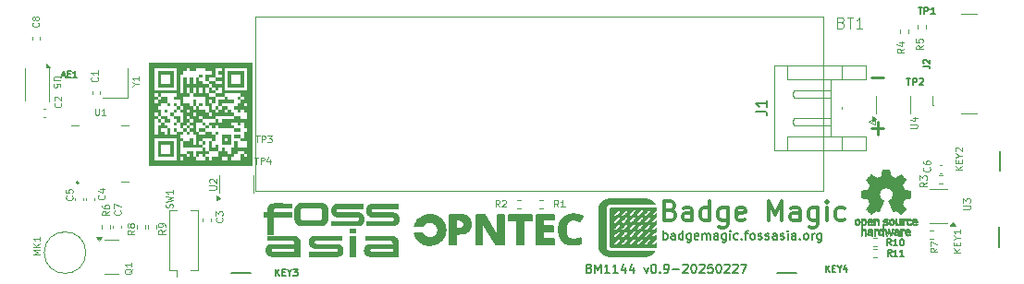
<source format=gbr>
%TF.GenerationSoftware,KiCad,Pcbnew,9.0.1-1.fc41*%
%TF.CreationDate,2025-07-12T12:53:14+07:00*%
%TF.ProjectId,BadgeMagic,42616467-654d-4616-9769-632e6b696361,rev?*%
%TF.SameCoordinates,Original*%
%TF.FileFunction,Legend,Top*%
%TF.FilePolarity,Positive*%
%FSLAX46Y46*%
G04 Gerber Fmt 4.6, Leading zero omitted, Abs format (unit mm)*
G04 Created by KiCad (PCBNEW 9.0.1-1.fc41) date 2025-07-12 12:53:14*
%MOMM*%
%LPD*%
G01*
G04 APERTURE LIST*
%ADD10C,0.000000*%
%ADD11C,0.197500*%
%ADD12C,0.300000*%
%ADD13C,0.150000*%
%ADD14C,0.100000*%
%ADD15C,0.127000*%
%ADD16C,0.250000*%
%ADD17C,0.120000*%
%ADD18C,0.010000*%
%ADD19C,0.210644*%
G04 APERTURE END LIST*
D10*
G36*
X121383167Y-103526167D02*
G01*
X121097417Y-103526167D01*
X121097417Y-103229834D01*
X121383167Y-103229834D01*
X121383167Y-103526167D01*
G37*
G36*
X118758500Y-100023083D02*
G01*
X118462167Y-100023083D01*
X118462167Y-99726750D01*
X118758500Y-99726750D01*
X118758500Y-100023083D01*
G37*
G36*
X121383167Y-104108250D02*
G01*
X121679501Y-104108250D01*
X121679501Y-104404583D01*
X121383167Y-104404583D01*
X121383167Y-104690333D01*
X121097417Y-104690333D01*
X121097417Y-104404583D01*
X120801084Y-104404583D01*
X120801084Y-104690333D01*
X120504750Y-104690333D01*
X120504750Y-104108250D01*
X121097417Y-104108250D01*
X121097417Y-103811917D01*
X121383167Y-103811917D01*
X121383167Y-104108250D01*
G37*
G36*
X119044251Y-100308833D02*
G01*
X118758500Y-100308833D01*
X118758500Y-100023083D01*
X119044251Y-100023083D01*
X119044251Y-100308833D01*
G37*
G36*
X117880084Y-101187250D02*
G01*
X118176417Y-101187250D01*
X118176417Y-101483584D01*
X117594334Y-101483584D01*
X117594334Y-101187250D01*
X117298001Y-101187250D01*
X117298001Y-100901500D01*
X117880084Y-100901500D01*
X117880084Y-101187250D01*
G37*
G36*
X122547334Y-102647750D02*
G01*
X122261584Y-102647750D01*
X122261584Y-102351417D01*
X122547334Y-102351417D01*
X122547334Y-102647750D01*
G37*
G36*
X118462167Y-100901500D02*
G01*
X118176417Y-100901500D01*
X118176417Y-100605167D01*
X118462167Y-100605167D01*
X118462167Y-100901500D01*
G37*
G36*
X160062488Y-108487640D02*
G01*
X161798154Y-108490822D01*
X161901592Y-108519381D01*
X161938892Y-108530460D01*
X161976097Y-108543047D01*
X162013088Y-108557071D01*
X162049747Y-108572458D01*
X162085954Y-108589136D01*
X162121589Y-108607030D01*
X162156534Y-108626069D01*
X162190669Y-108646179D01*
X162223875Y-108667287D01*
X162256034Y-108689320D01*
X162287025Y-108712206D01*
X162316730Y-108735872D01*
X162345029Y-108760244D01*
X162371803Y-108785249D01*
X162396934Y-108810815D01*
X162420301Y-108836868D01*
X162446050Y-108868293D01*
X162471652Y-108901861D01*
X162496092Y-108936011D01*
X162518359Y-108969180D01*
X162537441Y-108999806D01*
X162545471Y-109013678D01*
X162552324Y-109026328D01*
X162557875Y-109037561D01*
X162561997Y-109047182D01*
X162564563Y-109054996D01*
X162565446Y-109060807D01*
X162565446Y-109081451D01*
X160435550Y-109077178D01*
X158305654Y-109072906D01*
X158255412Y-109097649D01*
X158243244Y-109104074D01*
X158231389Y-109111194D01*
X158219888Y-109118958D01*
X158208783Y-109127318D01*
X158198115Y-109136225D01*
X158187924Y-109145631D01*
X158178252Y-109155487D01*
X158169140Y-109165744D01*
X158160629Y-109176354D01*
X158152760Y-109187267D01*
X158145575Y-109198436D01*
X158139114Y-109209811D01*
X158133419Y-109221344D01*
X158128531Y-109232986D01*
X158124490Y-109244688D01*
X158121339Y-109256402D01*
X158118572Y-109296120D01*
X158116113Y-109390775D01*
X158112081Y-109750408D01*
X158109163Y-110346330D01*
X158107278Y-111189573D01*
X158104571Y-113073406D01*
X158119269Y-113115739D01*
X158123677Y-113127864D01*
X158128221Y-113139184D01*
X158132952Y-113149754D01*
X158137921Y-113159632D01*
X158143178Y-113168873D01*
X158148774Y-113177536D01*
X158154759Y-113185675D01*
X158161184Y-113193348D01*
X158168098Y-113200611D01*
X158175554Y-113207521D01*
X158183601Y-113214134D01*
X158192289Y-113220507D01*
X158201670Y-113226697D01*
X158211794Y-113232760D01*
X158222711Y-113238753D01*
X158234472Y-113244732D01*
X158295071Y-113274489D01*
X160424966Y-113277261D01*
X162554862Y-113280033D01*
X162554862Y-113293897D01*
X162554566Y-113296331D01*
X162553695Y-113299441D01*
X162550335Y-113307535D01*
X162544997Y-113317882D01*
X162537893Y-113330181D01*
X162529237Y-113344134D01*
X162519242Y-113359442D01*
X162496090Y-113392926D01*
X162470144Y-113428240D01*
X162443112Y-113462993D01*
X162429722Y-113479411D01*
X162416700Y-113494792D01*
X162404260Y-113508836D01*
X162392616Y-113521244D01*
X162359412Y-113554368D01*
X162326151Y-113585490D01*
X162292751Y-113614655D01*
X162259129Y-113641907D01*
X162225205Y-113667289D01*
X162190897Y-113690846D01*
X162156124Y-113712622D01*
X162120803Y-113732660D01*
X162084852Y-113751005D01*
X162048192Y-113767700D01*
X162010739Y-113782790D01*
X161972413Y-113796317D01*
X161933131Y-113808327D01*
X161892812Y-113818864D01*
X161851375Y-113827970D01*
X161808737Y-113835691D01*
X161713487Y-113851194D01*
X159977821Y-113850286D01*
X158242154Y-113849378D01*
X158161661Y-113834809D01*
X158124759Y-113827362D01*
X158088231Y-113818456D01*
X158052091Y-113808095D01*
X158016347Y-113796286D01*
X157981012Y-113783034D01*
X157946095Y-113768345D01*
X157911608Y-113752225D01*
X157877562Y-113734679D01*
X157843966Y-113715715D01*
X157810833Y-113695336D01*
X157778172Y-113673551D01*
X157745995Y-113650363D01*
X157714313Y-113625779D01*
X157683135Y-113599805D01*
X157652474Y-113572446D01*
X157622339Y-113543709D01*
X157596468Y-113517530D01*
X157571858Y-113491197D01*
X157548485Y-113464671D01*
X157526325Y-113437912D01*
X157505354Y-113410879D01*
X157485547Y-113383533D01*
X157466881Y-113355832D01*
X157449332Y-113327738D01*
X157432874Y-113299210D01*
X157417486Y-113270208D01*
X157403141Y-113240691D01*
X157389816Y-113210620D01*
X157377488Y-113179954D01*
X157366131Y-113148654D01*
X157355722Y-113116679D01*
X157346237Y-113083989D01*
X157323109Y-112999322D01*
X157314752Y-111274239D01*
X157311165Y-109953174D01*
X157312962Y-109597183D01*
X157317153Y-109443322D01*
X157323092Y-109391830D01*
X157330235Y-109342773D01*
X157338662Y-109295974D01*
X157348452Y-109251258D01*
X157359685Y-109208447D01*
X157372440Y-109167365D01*
X157386796Y-109127837D01*
X157402834Y-109089684D01*
X157420633Y-109052731D01*
X157440271Y-109016802D01*
X157461829Y-108981720D01*
X157485387Y-108947308D01*
X157511023Y-108913391D01*
X157538817Y-108879791D01*
X157568848Y-108846332D01*
X157601197Y-108812839D01*
X157635227Y-108780048D01*
X157670190Y-108748856D01*
X157706033Y-108719290D01*
X157742697Y-108691379D01*
X157780126Y-108665152D01*
X157818265Y-108640637D01*
X157857057Y-108617862D01*
X157896445Y-108596857D01*
X157936374Y-108577650D01*
X157976787Y-108560269D01*
X158017628Y-108544742D01*
X158058841Y-108531100D01*
X158100368Y-108519369D01*
X158142155Y-108509578D01*
X158184144Y-108501757D01*
X158226279Y-108495933D01*
X158275963Y-108493212D01*
X158373980Y-108490986D01*
X158721111Y-108487992D01*
X159279879Y-108486895D01*
X160062488Y-108487640D01*
G37*
G36*
X124600500Y-102351417D02*
G01*
X124007834Y-102351417D01*
X124007834Y-102065667D01*
X124600500Y-102065667D01*
X124600500Y-102351417D01*
G37*
G36*
X131990889Y-108889359D02*
G01*
X132025621Y-108892027D01*
X132059677Y-108896473D01*
X132093058Y-108902697D01*
X132125764Y-108910699D01*
X132157795Y-108920480D01*
X132189150Y-108932038D01*
X132219829Y-108945375D01*
X132249834Y-108960490D01*
X132279162Y-108977383D01*
X132307816Y-108996055D01*
X132335794Y-109016505D01*
X132363097Y-109038733D01*
X132389725Y-109062739D01*
X132415677Y-109088523D01*
X132440954Y-109116086D01*
X132465515Y-109144451D01*
X132488492Y-109173573D01*
X132509884Y-109203454D01*
X132529692Y-109234093D01*
X132547915Y-109265489D01*
X132564554Y-109297644D01*
X132579608Y-109330556D01*
X132593077Y-109364226D01*
X132604962Y-109398654D01*
X132615262Y-109433840D01*
X132623978Y-109469784D01*
X132631109Y-109506485D01*
X132636655Y-109543945D01*
X132640617Y-109582162D01*
X132642995Y-109621137D01*
X132643788Y-109660870D01*
X132643788Y-110265359D01*
X132642995Y-110304655D01*
X132640617Y-110343252D01*
X132636655Y-110381150D01*
X132631109Y-110418347D01*
X132623978Y-110454845D01*
X132615262Y-110490643D01*
X132604962Y-110525742D01*
X132593077Y-110560141D01*
X132579608Y-110593840D01*
X132564554Y-110626840D01*
X132547915Y-110659140D01*
X132529692Y-110690740D01*
X132509884Y-110721641D01*
X132488492Y-110751842D01*
X132465515Y-110781343D01*
X132440954Y-110810145D01*
X132415677Y-110837708D01*
X132389725Y-110863492D01*
X132363097Y-110887498D01*
X132335794Y-110909726D01*
X132307816Y-110930176D01*
X132279162Y-110948848D01*
X132249834Y-110965741D01*
X132219829Y-110980857D01*
X132189150Y-110994193D01*
X132157795Y-111005752D01*
X132125764Y-111015533D01*
X132093058Y-111023535D01*
X132059677Y-111029759D01*
X132025621Y-111034204D01*
X131990889Y-111036872D01*
X131955482Y-111037761D01*
X130173202Y-111037761D01*
X130138184Y-111036872D01*
X130103789Y-111034204D01*
X130070018Y-111029759D01*
X130036870Y-111023535D01*
X130004346Y-111015533D01*
X129972446Y-111005753D01*
X129941168Y-110994194D01*
X129910515Y-110980857D01*
X129880484Y-110965742D01*
X129851078Y-110948849D01*
X129822294Y-110930177D01*
X129794134Y-110909727D01*
X129766598Y-110887499D01*
X129739685Y-110863493D01*
X129713396Y-110837708D01*
X129687730Y-110810145D01*
X129663168Y-110781343D01*
X129640190Y-110751842D01*
X129618798Y-110721641D01*
X129598990Y-110690740D01*
X129580766Y-110659140D01*
X129564128Y-110626840D01*
X129549074Y-110593840D01*
X129535604Y-110560141D01*
X129523720Y-110525742D01*
X129513419Y-110490643D01*
X129504704Y-110454845D01*
X129497573Y-110418347D01*
X129492027Y-110381150D01*
X129488065Y-110343252D01*
X129485688Y-110304655D01*
X129484896Y-110265359D01*
X129484896Y-110205655D01*
X130056822Y-110205655D01*
X130057147Y-110221834D01*
X130058121Y-110237722D01*
X130059744Y-110253318D01*
X130062017Y-110268622D01*
X130064940Y-110283635D01*
X130068511Y-110298357D01*
X130072733Y-110312787D01*
X130077604Y-110326925D01*
X130083124Y-110340772D01*
X130089294Y-110354328D01*
X130096113Y-110367592D01*
X130103581Y-110380564D01*
X130111699Y-110393245D01*
X130120467Y-110405634D01*
X130129884Y-110417732D01*
X130139950Y-110429538D01*
X130150471Y-110440835D01*
X130161252Y-110451402D01*
X130172292Y-110461241D01*
X130183593Y-110470351D01*
X130195153Y-110478732D01*
X130206973Y-110486384D01*
X130219052Y-110493308D01*
X130231392Y-110499502D01*
X130243991Y-110504968D01*
X130256850Y-110509705D01*
X130269968Y-110513714D01*
X130283347Y-110516993D01*
X130296985Y-110519544D01*
X130310883Y-110521366D01*
X130325041Y-110522459D01*
X130339459Y-110522823D01*
X131762623Y-110522823D01*
X131777040Y-110522459D01*
X131791198Y-110521366D01*
X131805096Y-110519544D01*
X131818734Y-110516993D01*
X131832112Y-110513714D01*
X131845231Y-110509705D01*
X131858090Y-110504968D01*
X131870689Y-110499502D01*
X131883028Y-110493308D01*
X131895108Y-110486384D01*
X131906928Y-110478732D01*
X131918488Y-110470351D01*
X131929789Y-110461241D01*
X131940830Y-110451402D01*
X131951611Y-110440835D01*
X131962133Y-110429538D01*
X131972199Y-110417732D01*
X131981615Y-110405634D01*
X131990382Y-110393245D01*
X131998500Y-110380564D01*
X132005968Y-110367591D01*
X132012787Y-110354327D01*
X132018957Y-110340772D01*
X132024477Y-110326925D01*
X132029348Y-110312786D01*
X132033570Y-110298356D01*
X132037142Y-110283635D01*
X132040064Y-110268622D01*
X132042338Y-110253317D01*
X132043962Y-110237721D01*
X132044936Y-110221834D01*
X132045261Y-110205655D01*
X132045261Y-109690721D01*
X132044936Y-109674542D01*
X132043962Y-109658654D01*
X132042338Y-109643058D01*
X132040064Y-109627754D01*
X132037142Y-109612741D01*
X132033570Y-109598019D01*
X132029348Y-109583589D01*
X132024477Y-109569451D01*
X132018957Y-109555603D01*
X132012787Y-109542048D01*
X132005968Y-109528784D01*
X131998500Y-109515811D01*
X131990382Y-109503130D01*
X131981615Y-109490741D01*
X131972199Y-109478642D01*
X131962133Y-109466836D01*
X131951611Y-109455540D01*
X131940830Y-109444973D01*
X131929789Y-109435134D01*
X131918489Y-109426025D01*
X131906928Y-109417644D01*
X131895108Y-109409992D01*
X131883029Y-109403069D01*
X131870689Y-109396874D01*
X131858090Y-109391408D01*
X131845231Y-109386671D01*
X131832112Y-109382663D01*
X131818734Y-109379383D01*
X131805096Y-109376832D01*
X131791198Y-109375009D01*
X131777040Y-109373916D01*
X131762623Y-109373551D01*
X130339459Y-109373551D01*
X130325041Y-109373916D01*
X130310883Y-109375009D01*
X130296985Y-109376832D01*
X130283347Y-109379383D01*
X130269968Y-109382663D01*
X130256850Y-109386671D01*
X130243991Y-109391408D01*
X130231392Y-109396874D01*
X130219052Y-109403069D01*
X130206973Y-109409992D01*
X130195153Y-109417644D01*
X130183593Y-109426025D01*
X130172292Y-109435134D01*
X130161252Y-109444973D01*
X130150471Y-109455540D01*
X130139950Y-109466836D01*
X130129884Y-109478642D01*
X130120467Y-109490741D01*
X130111699Y-109503130D01*
X130103581Y-109515811D01*
X130096113Y-109528784D01*
X130089293Y-109542048D01*
X130083124Y-109555603D01*
X130077603Y-109569451D01*
X130072733Y-109583589D01*
X130068511Y-109598019D01*
X130064939Y-109612741D01*
X130062017Y-109627754D01*
X130059744Y-109643058D01*
X130058120Y-109658654D01*
X130057146Y-109674542D01*
X130056822Y-109690721D01*
X130056822Y-110205655D01*
X129484896Y-110205655D01*
X129484896Y-109690721D01*
X129484896Y-109660870D01*
X129485688Y-109621137D01*
X129488065Y-109582162D01*
X129492027Y-109543945D01*
X129497573Y-109506485D01*
X129504704Y-109469784D01*
X129513419Y-109433840D01*
X129523720Y-109398654D01*
X129535604Y-109364226D01*
X129549074Y-109330556D01*
X129564128Y-109297644D01*
X129580766Y-109265489D01*
X129598990Y-109234093D01*
X129618798Y-109203454D01*
X129640190Y-109173573D01*
X129663168Y-109144451D01*
X129687730Y-109116086D01*
X129713396Y-109088523D01*
X129739685Y-109062739D01*
X129766598Y-109038733D01*
X129794134Y-109016505D01*
X129822294Y-108996056D01*
X129851078Y-108977384D01*
X129880484Y-108960491D01*
X129910515Y-108945376D01*
X129941168Y-108932039D01*
X129972446Y-108920480D01*
X130004346Y-108910699D01*
X130036870Y-108902697D01*
X130070018Y-108896473D01*
X130103789Y-108892027D01*
X130138184Y-108889359D01*
X130173202Y-108888470D01*
X131955482Y-108888470D01*
X131990889Y-108889359D01*
G37*
G36*
X135158892Y-111713780D02*
G01*
X134575828Y-111713780D01*
X134575828Y-111249422D01*
X135158892Y-111249422D01*
X135158892Y-111713780D01*
G37*
G36*
X121097417Y-100023083D02*
G01*
X120801084Y-100023083D01*
X120801084Y-99726750D01*
X121097417Y-99726750D01*
X121097417Y-100023083D01*
G37*
G36*
X117880084Y-100605167D02*
G01*
X117594334Y-100605167D01*
X117594334Y-100308833D01*
X117880084Y-100308833D01*
X117880084Y-100605167D01*
G37*
G36*
X162665101Y-109334740D02*
G01*
X162665839Y-109337676D01*
X162666622Y-109341509D01*
X162668292Y-109351622D01*
X162670058Y-109364586D01*
X162671865Y-109379909D01*
X162673657Y-109397097D01*
X162675380Y-109415657D01*
X162676981Y-109435096D01*
X162678403Y-109454922D01*
X162684778Y-109551189D01*
X162482237Y-109752709D01*
X162279697Y-109954230D01*
X162279697Y-109990619D01*
X162279802Y-109994793D01*
X162280113Y-109998920D01*
X162280626Y-110002995D01*
X162281334Y-110007011D01*
X162282233Y-110010962D01*
X162283317Y-110014845D01*
X162284581Y-110018652D01*
X162286018Y-110022378D01*
X162287625Y-110026018D01*
X162289395Y-110029566D01*
X162291324Y-110033017D01*
X162293405Y-110036364D01*
X162295634Y-110039602D01*
X162298005Y-110042726D01*
X162300512Y-110045731D01*
X162303151Y-110048609D01*
X162305915Y-110051357D01*
X162308800Y-110053968D01*
X162311801Y-110056436D01*
X162314911Y-110058757D01*
X162318126Y-110060924D01*
X162321439Y-110062932D01*
X162324847Y-110064775D01*
X162328343Y-110066448D01*
X162331921Y-110067945D01*
X162335578Y-110069261D01*
X162339306Y-110070390D01*
X162343102Y-110071325D01*
X162346958Y-110072063D01*
X162350871Y-110072597D01*
X162354835Y-110072921D01*
X162358844Y-110073031D01*
X162389003Y-110073031D01*
X162522704Y-109940739D01*
X162549821Y-109914164D01*
X162575622Y-109889373D01*
X162599505Y-109866906D01*
X162620870Y-109847308D01*
X162639115Y-109831120D01*
X162653642Y-109818886D01*
X162663848Y-109811147D01*
X162667144Y-109809134D01*
X162669134Y-109808447D01*
X162670002Y-109808594D01*
X162670835Y-109809040D01*
X162671632Y-109809793D01*
X162672395Y-109810861D01*
X162673123Y-109812252D01*
X162673819Y-109813974D01*
X162674481Y-109816035D01*
X162675110Y-109818443D01*
X162675708Y-109821207D01*
X162676274Y-109824333D01*
X162677315Y-109831709D01*
X162678236Y-109840633D01*
X162679043Y-109851170D01*
X162679739Y-109863385D01*
X162680328Y-109877342D01*
X162680815Y-109893105D01*
X162681203Y-109910738D01*
X162681498Y-109930305D01*
X162681704Y-109951871D01*
X162681863Y-110001255D01*
X162681863Y-110194063D01*
X162475489Y-110401379D01*
X162424527Y-110452905D01*
X162381391Y-110497260D01*
X162345761Y-110534800D01*
X162317322Y-110565879D01*
X162295754Y-110590855D01*
X162280742Y-110610083D01*
X162275595Y-110617653D01*
X162271968Y-110623919D01*
X162269821Y-110628926D01*
X162269114Y-110632719D01*
X162269273Y-110635941D01*
X162269741Y-110639257D01*
X162270506Y-110642655D01*
X162271552Y-110646120D01*
X162272866Y-110649642D01*
X162274436Y-110653205D01*
X162276247Y-110656799D01*
X162278285Y-110660409D01*
X162280537Y-110664023D01*
X162282989Y-110667628D01*
X162288440Y-110674760D01*
X162294529Y-110681702D01*
X162301146Y-110688350D01*
X162308182Y-110694602D01*
X162315529Y-110700354D01*
X162323078Y-110705505D01*
X162330719Y-110709949D01*
X162334540Y-110711875D01*
X162338343Y-110713586D01*
X162342115Y-110715068D01*
X162345842Y-110716311D01*
X162349510Y-110717299D01*
X162353106Y-110718021D01*
X162356616Y-110718464D01*
X162360026Y-110718614D01*
X162389067Y-110718614D01*
X162528012Y-110581031D01*
X162582550Y-110527610D01*
X162628331Y-110483863D01*
X162646437Y-110467027D01*
X162660553Y-110454304D01*
X162670077Y-110446256D01*
X162672930Y-110444161D01*
X162674410Y-110443448D01*
X162674792Y-110443713D01*
X162675170Y-110444503D01*
X162675908Y-110447599D01*
X162676621Y-110452631D01*
X162677305Y-110459496D01*
X162678570Y-110478305D01*
X162679675Y-110503191D01*
X162680587Y-110533321D01*
X162681276Y-110567861D01*
X162681712Y-110605975D01*
X162681864Y-110646831D01*
X162681864Y-110850214D01*
X162481559Y-111051643D01*
X162436670Y-111097161D01*
X162396641Y-111138524D01*
X162361748Y-111175427D01*
X162332268Y-111207560D01*
X162308478Y-111234617D01*
X162290656Y-111256290D01*
X162284068Y-111265012D01*
X162279077Y-111272272D01*
X162275715Y-111278032D01*
X162274018Y-111282254D01*
X162272970Y-111287324D01*
X162272329Y-111292401D01*
X162272080Y-111297471D01*
X162272209Y-111302521D01*
X162272703Y-111307537D01*
X162273548Y-111312505D01*
X162274729Y-111317411D01*
X162276234Y-111322242D01*
X162278048Y-111326985D01*
X162280157Y-111331625D01*
X162282548Y-111336149D01*
X162285206Y-111340543D01*
X162288119Y-111344793D01*
X162291271Y-111348887D01*
X162294649Y-111352809D01*
X162298239Y-111356547D01*
X162302028Y-111360087D01*
X162306001Y-111363416D01*
X162310145Y-111366518D01*
X162314446Y-111369382D01*
X162318890Y-111371993D01*
X162323463Y-111374337D01*
X162328151Y-111376401D01*
X162332940Y-111378172D01*
X162337817Y-111379635D01*
X162342767Y-111380777D01*
X162347778Y-111381584D01*
X162352834Y-111382042D01*
X162357922Y-111382139D01*
X162363029Y-111381859D01*
X162368140Y-111381190D01*
X162373241Y-111380119D01*
X162374888Y-111379581D01*
X162376842Y-111378723D01*
X162381634Y-111376075D01*
X162387548Y-111372235D01*
X162394512Y-111367264D01*
X162402455Y-111361223D01*
X162411307Y-111354173D01*
X162420995Y-111346175D01*
X162431450Y-111337291D01*
X162454374Y-111317107D01*
X162479512Y-111294111D01*
X162506294Y-111268791D01*
X162534152Y-111241635D01*
X162586317Y-111190600D01*
X162630154Y-111148807D01*
X162647510Y-111132724D01*
X162661058Y-111120569D01*
X162670222Y-111112880D01*
X162672981Y-111110879D01*
X162674427Y-111110198D01*
X162674809Y-111110443D01*
X162675185Y-111111172D01*
X162675921Y-111114030D01*
X162676633Y-111118675D01*
X162677315Y-111125013D01*
X162678578Y-111142376D01*
X162679680Y-111165351D01*
X162680590Y-111193165D01*
X162681278Y-111225051D01*
X162681713Y-111260236D01*
X162681865Y-111297952D01*
X162681865Y-111485707D01*
X162478664Y-111689108D01*
X162275464Y-111892508D01*
X162275464Y-111931342D01*
X162275561Y-111935805D01*
X162275849Y-111940161D01*
X162276326Y-111944408D01*
X162276990Y-111948543D01*
X162277837Y-111952564D01*
X162278867Y-111956469D01*
X162280075Y-111960255D01*
X162281460Y-111963920D01*
X162283020Y-111967463D01*
X162284750Y-111970880D01*
X162286651Y-111974170D01*
X162288718Y-111977330D01*
X162290949Y-111980358D01*
X162293342Y-111983251D01*
X162295894Y-111986008D01*
X162298603Y-111988626D01*
X162301467Y-111991103D01*
X162304482Y-111993436D01*
X162307647Y-111995624D01*
X162310958Y-111997664D01*
X162314415Y-111999554D01*
X162318013Y-112001291D01*
X162321750Y-112002873D01*
X162325625Y-112004299D01*
X162329634Y-112005565D01*
X162333776Y-112006670D01*
X162338047Y-112007611D01*
X162342445Y-112008386D01*
X162346968Y-112008993D01*
X162351613Y-112009429D01*
X162356377Y-112009693D01*
X162361259Y-112009781D01*
X162398142Y-112009781D01*
X162532877Y-111877489D01*
X162585753Y-111826123D01*
X162630126Y-111784058D01*
X162647668Y-111767871D01*
X162661339Y-111755636D01*
X162670556Y-111747898D01*
X162673312Y-111745884D01*
X162674737Y-111745198D01*
X162675103Y-111745499D01*
X162675464Y-111746392D01*
X162676169Y-111749898D01*
X162676851Y-111755596D01*
X162677505Y-111763369D01*
X162678715Y-111784666D01*
X162679771Y-111812846D01*
X162680643Y-111846962D01*
X162681302Y-111886071D01*
X162681719Y-111929229D01*
X162681865Y-111975489D01*
X162681865Y-112205781D01*
X162481461Y-112405977D01*
X162441078Y-112446696D01*
X162403159Y-112485657D01*
X162368553Y-112521938D01*
X162338106Y-112554617D01*
X162312666Y-112582771D01*
X162293080Y-112605477D01*
X162280196Y-112621814D01*
X162276532Y-112627306D01*
X162274861Y-112630859D01*
X162274174Y-112634087D01*
X162273702Y-112637411D01*
X162273438Y-112640821D01*
X162273376Y-112644305D01*
X162273510Y-112647852D01*
X162273833Y-112651450D01*
X162275020Y-112658753D01*
X162276887Y-112666122D01*
X162279381Y-112673465D01*
X162282452Y-112680690D01*
X162286047Y-112687703D01*
X162290116Y-112694414D01*
X162294606Y-112700729D01*
X162299466Y-112706556D01*
X162304645Y-112711804D01*
X162307337Y-112714181D01*
X162310090Y-112716379D01*
X162312897Y-112718386D01*
X162315752Y-112720190D01*
X162318647Y-112721780D01*
X162321577Y-112723145D01*
X162324535Y-112724272D01*
X162327515Y-112725150D01*
X162332184Y-112726235D01*
X162336769Y-112727111D01*
X162341291Y-112727767D01*
X162345771Y-112728189D01*
X162350229Y-112728363D01*
X162354687Y-112728277D01*
X162359166Y-112727917D01*
X162363686Y-112727270D01*
X162368268Y-112726322D01*
X162372933Y-112725061D01*
X162377701Y-112723474D01*
X162382595Y-112721546D01*
X162387633Y-112719266D01*
X162392838Y-112716619D01*
X162398231Y-112713592D01*
X162403831Y-112710173D01*
X162409660Y-112706348D01*
X162415739Y-112702104D01*
X162422089Y-112697427D01*
X162428729Y-112692305D01*
X162442969Y-112680671D01*
X162458624Y-112667096D01*
X162475862Y-112651474D01*
X162494849Y-112633700D01*
X162515752Y-112613667D01*
X162538738Y-112591271D01*
X162589455Y-112542190D01*
X162632238Y-112501996D01*
X162649248Y-112486529D01*
X162662586Y-112474839D01*
X162671689Y-112467444D01*
X162674477Y-112465520D01*
X162675994Y-112464864D01*
X162677245Y-112466268D01*
X162678342Y-112470362D01*
X162680093Y-112485925D01*
X162681955Y-112541678D01*
X162681871Y-112620982D01*
X162680133Y-112712696D01*
X162677033Y-112805676D01*
X162672862Y-112888782D01*
X162667913Y-112950871D01*
X162665238Y-112970553D01*
X162662478Y-112980802D01*
X162649369Y-113004614D01*
X161487325Y-113004614D01*
X159421302Y-113009450D01*
X158770431Y-113010498D01*
X158562756Y-113008974D01*
X158474989Y-113006227D01*
X158474988Y-113006224D01*
X158465024Y-113004191D01*
X158455588Y-113001981D01*
X158446666Y-112999589D01*
X158438247Y-112997007D01*
X158430319Y-112994229D01*
X158422870Y-112991249D01*
X158415887Y-112988059D01*
X158409359Y-112984653D01*
X158403273Y-112981024D01*
X158397617Y-112977165D01*
X158392380Y-112973070D01*
X158387549Y-112968731D01*
X158383112Y-112964142D01*
X158379056Y-112959297D01*
X158375371Y-112954188D01*
X158372043Y-112948809D01*
X158358571Y-112925239D01*
X158358169Y-112676691D01*
X158776613Y-112676691D01*
X158776727Y-112678685D01*
X158777060Y-112680907D01*
X158777603Y-112683333D01*
X158778344Y-112685940D01*
X158779270Y-112688704D01*
X158780372Y-112691601D01*
X158781638Y-112694608D01*
X158783056Y-112697702D01*
X158784616Y-112700859D01*
X158786306Y-112704054D01*
X158788114Y-112707266D01*
X158790031Y-112710469D01*
X158792043Y-112713640D01*
X158794141Y-112716756D01*
X158796313Y-112719793D01*
X158798548Y-112722728D01*
X158801622Y-112726491D01*
X158804684Y-112729937D01*
X158807756Y-112733076D01*
X158810861Y-112735918D01*
X158812432Y-112737230D01*
X158814020Y-112738473D01*
X158815627Y-112739646D01*
X158817256Y-112740752D01*
X158818909Y-112741791D01*
X158820591Y-112742765D01*
X158822302Y-112743675D01*
X158824047Y-112744522D01*
X158825828Y-112745308D01*
X158827647Y-112746034D01*
X158829508Y-112746701D01*
X158831413Y-112747311D01*
X158833365Y-112747864D01*
X158835366Y-112748363D01*
X158839530Y-112749201D01*
X158843927Y-112749834D01*
X158848578Y-112750274D01*
X158853507Y-112750531D01*
X158858734Y-112750614D01*
X158896986Y-112750614D01*
X158981132Y-112667288D01*
X159469916Y-112667288D01*
X159469998Y-112671993D01*
X159470371Y-112676605D01*
X159471029Y-112681118D01*
X159471968Y-112685523D01*
X159473181Y-112689813D01*
X159474663Y-112693980D01*
X159476408Y-112698018D01*
X159478411Y-112701918D01*
X159480666Y-112705673D01*
X159483167Y-112709275D01*
X159485909Y-112712717D01*
X159488886Y-112715992D01*
X159492093Y-112719092D01*
X159495524Y-112722009D01*
X159499174Y-112724736D01*
X159503037Y-112727265D01*
X159507106Y-112729589D01*
X159511378Y-112731700D01*
X159515845Y-112733591D01*
X159520503Y-112735255D01*
X159525346Y-112736683D01*
X159530368Y-112737868D01*
X159535564Y-112738803D01*
X159540928Y-112739480D01*
X159546454Y-112739892D01*
X159552138Y-112740031D01*
X159594130Y-112740031D01*
X159690769Y-112644936D01*
X160173613Y-112644936D01*
X160173715Y-112649480D01*
X160174018Y-112653941D01*
X160174519Y-112658317D01*
X160175214Y-112662603D01*
X160176097Y-112666795D01*
X160177166Y-112670889D01*
X160178417Y-112674880D01*
X160179844Y-112678765D01*
X160181445Y-112682540D01*
X160183215Y-112686200D01*
X160185151Y-112689741D01*
X160187247Y-112693159D01*
X160189501Y-112696451D01*
X160191908Y-112699612D01*
X160194463Y-112702638D01*
X160197164Y-112705524D01*
X160200006Y-112708268D01*
X160202985Y-112710864D01*
X160206096Y-112713309D01*
X160209337Y-112715598D01*
X160212702Y-112717727D01*
X160216189Y-112719693D01*
X160219792Y-112721491D01*
X160223508Y-112723117D01*
X160227332Y-112724568D01*
X160231262Y-112725838D01*
X160235292Y-112726924D01*
X160239418Y-112727821D01*
X160243638Y-112728527D01*
X160247946Y-112729036D01*
X160252338Y-112729344D01*
X160256811Y-112729448D01*
X160293986Y-112729448D01*
X160371905Y-112652142D01*
X160872113Y-112652142D01*
X160872243Y-112655620D01*
X160872627Y-112659110D01*
X160873257Y-112662603D01*
X160874123Y-112666092D01*
X160875216Y-112669567D01*
X160876529Y-112673022D01*
X160878051Y-112676448D01*
X160879774Y-112679838D01*
X160881688Y-112683182D01*
X160883787Y-112686475D01*
X160886059Y-112689706D01*
X160888496Y-112692869D01*
X160891090Y-112695956D01*
X160893832Y-112698958D01*
X160896712Y-112701867D01*
X160899722Y-112704676D01*
X160902853Y-112707377D01*
X160906096Y-112709961D01*
X160909442Y-112712421D01*
X160912882Y-112714748D01*
X160916407Y-112716935D01*
X160920009Y-112718974D01*
X160923679Y-112720856D01*
X160927407Y-112722574D01*
X160931185Y-112724120D01*
X160935004Y-112725485D01*
X160938854Y-112726663D01*
X160942728Y-112727644D01*
X160946616Y-112728421D01*
X160950509Y-112728986D01*
X160954399Y-112729331D01*
X160958277Y-112729447D01*
X160992486Y-112729447D01*
X161074376Y-112648202D01*
X161570611Y-112648202D01*
X161570736Y-112651919D01*
X161571104Y-112655641D01*
X161571708Y-112659358D01*
X161572539Y-112663064D01*
X161573589Y-112666749D01*
X161574850Y-112670407D01*
X161576313Y-112674028D01*
X161577971Y-112677605D01*
X161579814Y-112681130D01*
X161581835Y-112684595D01*
X161584025Y-112687992D01*
X161586377Y-112691313D01*
X161588881Y-112694550D01*
X161591530Y-112697695D01*
X161594315Y-112700740D01*
X161597229Y-112703677D01*
X161600262Y-112706498D01*
X161603407Y-112709194D01*
X161606655Y-112711759D01*
X161609998Y-112714184D01*
X161613428Y-112716461D01*
X161616937Y-112718581D01*
X161620516Y-112720538D01*
X161624157Y-112722323D01*
X161627851Y-112723927D01*
X161631591Y-112725344D01*
X161635369Y-112726565D01*
X161639175Y-112727581D01*
X161643002Y-112728386D01*
X161646842Y-112728970D01*
X161650686Y-112729327D01*
X161654525Y-112729448D01*
X161659031Y-112729258D01*
X161663631Y-112728675D01*
X161668362Y-112727677D01*
X161673259Y-112726242D01*
X161678359Y-112724348D01*
X161683699Y-112721974D01*
X161689313Y-112719097D01*
X161695239Y-112715696D01*
X161701512Y-112711749D01*
X161708169Y-112707234D01*
X161715246Y-112702130D01*
X161722779Y-112696415D01*
X161730804Y-112690067D01*
X161739357Y-112683063D01*
X161748475Y-112675384D01*
X161758194Y-112667005D01*
X161788112Y-112640071D01*
X161823100Y-112607094D01*
X161861657Y-112569590D01*
X161902280Y-112529074D01*
X161943466Y-112487062D01*
X161983713Y-112445069D01*
X162021519Y-112404612D01*
X162055382Y-112367205D01*
X162061091Y-112360660D01*
X162066368Y-112354377D01*
X162071221Y-112348340D01*
X162075658Y-112342532D01*
X162079690Y-112336937D01*
X162083325Y-112331538D01*
X162086571Y-112326319D01*
X162089438Y-112321262D01*
X162091934Y-112316353D01*
X162094068Y-112311573D01*
X162095850Y-112306907D01*
X162097288Y-112302338D01*
X162098391Y-112297850D01*
X162099168Y-112293425D01*
X162099627Y-112289049D01*
X162099779Y-112284703D01*
X162099659Y-112280816D01*
X162099304Y-112276928D01*
X162098723Y-112273047D01*
X162097923Y-112269182D01*
X162096912Y-112265340D01*
X162095697Y-112261529D01*
X162094287Y-112257758D01*
X162092690Y-112254036D01*
X162090913Y-112250369D01*
X162088965Y-112246766D01*
X162086852Y-112243236D01*
X162084584Y-112239787D01*
X162082167Y-112236426D01*
X162079610Y-112233162D01*
X162074106Y-112226957D01*
X162071175Y-112224033D01*
X162068135Y-112221238D01*
X162064993Y-112218581D01*
X162061759Y-112216070D01*
X162058439Y-112213713D01*
X162055042Y-112211517D01*
X162051575Y-112209493D01*
X162048046Y-112207646D01*
X162044464Y-112205987D01*
X162040835Y-112204522D01*
X162037168Y-112203260D01*
X162033470Y-112202209D01*
X162029750Y-112201378D01*
X162026015Y-112200774D01*
X162022274Y-112200405D01*
X162018533Y-112200281D01*
X161989241Y-112200281D01*
X161779926Y-112409596D01*
X161570611Y-112618911D01*
X161570611Y-112648202D01*
X161074376Y-112648202D01*
X161103900Y-112618911D01*
X161181830Y-112541593D01*
X161245300Y-112478238D01*
X161295525Y-112427030D01*
X161333979Y-112386177D01*
X161349254Y-112369072D01*
X161362138Y-112353882D01*
X161372816Y-112340384D01*
X161381473Y-112328353D01*
X161388292Y-112317564D01*
X161393459Y-112307793D01*
X161397157Y-112298817D01*
X161399570Y-112290410D01*
X161400883Y-112282349D01*
X161401279Y-112274409D01*
X161401145Y-112271235D01*
X161400749Y-112268029D01*
X161400101Y-112264801D01*
X161399211Y-112261559D01*
X161398089Y-112258311D01*
X161396745Y-112255067D01*
X161395188Y-112251836D01*
X161393429Y-112248625D01*
X161391478Y-112245443D01*
X161389344Y-112242299D01*
X161387038Y-112239202D01*
X161384569Y-112236161D01*
X161381948Y-112233183D01*
X161379183Y-112230278D01*
X161376286Y-112227455D01*
X161373266Y-112224721D01*
X161370132Y-112222086D01*
X161366896Y-112219558D01*
X161363566Y-112217147D01*
X161360153Y-112214859D01*
X161356667Y-112212705D01*
X161353117Y-112210693D01*
X161349514Y-112208832D01*
X161345867Y-112207129D01*
X161342187Y-112205595D01*
X161338482Y-112204237D01*
X161334764Y-112203064D01*
X161331042Y-112202085D01*
X161327326Y-112201309D01*
X161323626Y-112200744D01*
X161319952Y-112200398D01*
X161316313Y-112200281D01*
X161283301Y-112200281D01*
X161107997Y-112372260D01*
X161043283Y-112436227D01*
X160990943Y-112489174D01*
X160949823Y-112532471D01*
X160933110Y-112550928D01*
X160918769Y-112567487D01*
X160906655Y-112582318D01*
X160896625Y-112595592D01*
X160888534Y-112607481D01*
X160882237Y-112618156D01*
X160877591Y-112627789D01*
X160874451Y-112636549D01*
X160872673Y-112644610D01*
X160872113Y-112652142D01*
X160371905Y-112652142D01*
X160483330Y-112541593D01*
X160521690Y-112503240D01*
X160558104Y-112466267D01*
X160591731Y-112431568D01*
X160621729Y-112400037D01*
X160647255Y-112372570D01*
X160667468Y-112350061D01*
X160681526Y-112333405D01*
X160685984Y-112327551D01*
X160688588Y-112323495D01*
X160691104Y-112318290D01*
X160693219Y-112313024D01*
X160694941Y-112307712D01*
X160696280Y-112302369D01*
X160697244Y-112297009D01*
X160697842Y-112291647D01*
X160698084Y-112286299D01*
X160697978Y-112280979D01*
X160697532Y-112275702D01*
X160696757Y-112270483D01*
X160695661Y-112265336D01*
X160694252Y-112260276D01*
X160692540Y-112255319D01*
X160690535Y-112250479D01*
X160688243Y-112245771D01*
X160685676Y-112241209D01*
X160682841Y-112236809D01*
X160679748Y-112232586D01*
X160676405Y-112228553D01*
X160672821Y-112224727D01*
X160669006Y-112221121D01*
X160664968Y-112217752D01*
X160660717Y-112214632D01*
X160656260Y-112211779D01*
X160651608Y-112209205D01*
X160646769Y-112206926D01*
X160641752Y-112204958D01*
X160636565Y-112203313D01*
X160631219Y-112202009D01*
X160625721Y-112201059D01*
X160620081Y-112200478D01*
X160614308Y-112200281D01*
X160582745Y-112200281D01*
X160378179Y-112404847D01*
X160173613Y-112609414D01*
X160173613Y-112644936D01*
X159690769Y-112644936D01*
X159726868Y-112609414D01*
X159763524Y-112573343D01*
X159831695Y-112505365D01*
X159892086Y-112443496D01*
X159917316Y-112416985D01*
X159938142Y-112394560D01*
X159953746Y-112377074D01*
X159963308Y-112365380D01*
X159970354Y-112355356D01*
X159976444Y-112345708D01*
X159981577Y-112336414D01*
X159985755Y-112327454D01*
X159987484Y-112323093D01*
X159988975Y-112318807D01*
X159990226Y-112314594D01*
X159991238Y-112310451D01*
X159992010Y-112306375D01*
X159992543Y-112302365D01*
X159992836Y-112298417D01*
X159992890Y-112294528D01*
X159992705Y-112290696D01*
X159992279Y-112286919D01*
X159991614Y-112283193D01*
X159990709Y-112279517D01*
X159989565Y-112275887D01*
X159988180Y-112272300D01*
X159986556Y-112268755D01*
X159984692Y-112265249D01*
X159982587Y-112261778D01*
X159980243Y-112258340D01*
X159977659Y-112254933D01*
X159974835Y-112251554D01*
X159971770Y-112248200D01*
X159968466Y-112244868D01*
X159961136Y-112238263D01*
X159954430Y-112232676D01*
X159948380Y-112227798D01*
X159942893Y-112223615D01*
X159937873Y-112220111D01*
X159935508Y-112218609D01*
X159933224Y-112217272D01*
X159931009Y-112216098D01*
X159928852Y-112215084D01*
X159926740Y-112214230D01*
X159924661Y-112213533D01*
X159922604Y-112212991D01*
X159920556Y-112212603D01*
X159918506Y-112212367D01*
X159916442Y-112212281D01*
X159914352Y-112212343D01*
X159912224Y-112212551D01*
X159910046Y-112212904D01*
X159907807Y-112213400D01*
X159905494Y-112214037D01*
X159903095Y-112214813D01*
X159900599Y-112215726D01*
X159897994Y-112216775D01*
X159892408Y-112219272D01*
X159886242Y-112222289D01*
X159879401Y-112225812D01*
X159868211Y-112233623D01*
X159850740Y-112248324D01*
X159800735Y-112294535D01*
X159736947Y-112356731D01*
X159666936Y-112427200D01*
X159598262Y-112498229D01*
X159538483Y-112562104D01*
X159495161Y-112611113D01*
X159482034Y-112627632D01*
X159475855Y-112637541D01*
X159474072Y-112642642D01*
X159472614Y-112647696D01*
X159471475Y-112652695D01*
X159470649Y-112657632D01*
X159470131Y-112662499D01*
X159469916Y-112667288D01*
X158981132Y-112667288D01*
X159086690Y-112562760D01*
X159125101Y-112524319D01*
X159161523Y-112487095D01*
X159195116Y-112451999D01*
X159225042Y-112419943D01*
X159250461Y-112391841D01*
X159270534Y-112368603D01*
X159284422Y-112351143D01*
X159288785Y-112344864D01*
X159291286Y-112340371D01*
X159306179Y-112305836D01*
X159290496Y-112275508D01*
X159287269Y-112269570D01*
X159283979Y-112264145D01*
X159282301Y-112261619D01*
X159280596Y-112259215D01*
X159278859Y-112256931D01*
X159277087Y-112254763D01*
X159275276Y-112252710D01*
X159273421Y-112250770D01*
X159271519Y-112248940D01*
X159269565Y-112247218D01*
X159267557Y-112245603D01*
X159265489Y-112244090D01*
X159263358Y-112242680D01*
X159261159Y-112241368D01*
X159258890Y-112240153D01*
X159256546Y-112239033D01*
X159254122Y-112238005D01*
X159251616Y-112237067D01*
X159249022Y-112236218D01*
X159246338Y-112235454D01*
X159243558Y-112234773D01*
X159240680Y-112234173D01*
X159237699Y-112233653D01*
X159234611Y-112233209D01*
X159228099Y-112232542D01*
X159221112Y-112232156D01*
X159213618Y-112232031D01*
X159186687Y-112232031D01*
X159012047Y-112404010D01*
X158950160Y-112465426D01*
X158899189Y-112517130D01*
X158858313Y-112560075D01*
X158826711Y-112595211D01*
X158814131Y-112610148D01*
X158803561Y-112623489D01*
X158794899Y-112635354D01*
X158788042Y-112645861D01*
X158782888Y-112655130D01*
X158779333Y-112663278D01*
X158777276Y-112670426D01*
X158776613Y-112676691D01*
X158358169Y-112676691D01*
X158357009Y-111959266D01*
X158776613Y-111959266D01*
X158776655Y-111960353D01*
X158776779Y-111961510D01*
X158777266Y-111964016D01*
X158778058Y-111966759D01*
X158779139Y-111969711D01*
X158780492Y-111972845D01*
X158782100Y-111976135D01*
X158783947Y-111979553D01*
X158786018Y-111983073D01*
X158788294Y-111986669D01*
X158790761Y-111990312D01*
X158793401Y-111993976D01*
X158796198Y-111997635D01*
X158799136Y-112001261D01*
X158802198Y-112004828D01*
X158805368Y-112008308D01*
X158808629Y-112011675D01*
X158840645Y-112043692D01*
X158869229Y-112036517D01*
X158870914Y-112035970D01*
X158872916Y-112035097D01*
X158877832Y-112032409D01*
X158883905Y-112028512D01*
X158891064Y-112023467D01*
X158899237Y-112017334D01*
X158908353Y-112010176D01*
X158918340Y-112002051D01*
X158929127Y-111993020D01*
X158952815Y-111972485D01*
X158973739Y-111953651D01*
X159465843Y-111953651D01*
X159465900Y-111955672D01*
X159466088Y-111957655D01*
X159466410Y-111959614D01*
X159466869Y-111961561D01*
X159467466Y-111963509D01*
X159468206Y-111965472D01*
X159469090Y-111967464D01*
X159470121Y-111969497D01*
X159471302Y-111971585D01*
X159474123Y-111975977D01*
X159477575Y-111980747D01*
X159481679Y-111986001D01*
X159486457Y-111991846D01*
X159491929Y-111998386D01*
X159497521Y-112004741D01*
X159500275Y-112007643D01*
X159503007Y-112010364D01*
X159505723Y-112012903D01*
X159508426Y-112015262D01*
X159511121Y-112017442D01*
X159513812Y-112019442D01*
X159516506Y-112021265D01*
X159519205Y-112022910D01*
X159521914Y-112024380D01*
X159524639Y-112025674D01*
X159527383Y-112026793D01*
X159530152Y-112027739D01*
X159532950Y-112028512D01*
X159535782Y-112029112D01*
X159538651Y-112029542D01*
X159541564Y-112029801D01*
X159544523Y-112029890D01*
X159547535Y-112029811D01*
X159550603Y-112029564D01*
X159553733Y-112029150D01*
X159556928Y-112028569D01*
X159560194Y-112027823D01*
X159563535Y-112026912D01*
X159566956Y-112025838D01*
X159570460Y-112024601D01*
X159574054Y-112023202D01*
X159581526Y-112019920D01*
X159589409Y-112016000D01*
X159601877Y-112007507D01*
X159620304Y-111992267D01*
X159671358Y-111945346D01*
X159691870Y-111925269D01*
X160173613Y-111925269D01*
X160173715Y-111929813D01*
X160174018Y-111934275D01*
X160174519Y-111938651D01*
X160175214Y-111942936D01*
X160176097Y-111947128D01*
X160177166Y-111951222D01*
X160178417Y-111955213D01*
X160179844Y-111959098D01*
X160181445Y-111962873D01*
X160183215Y-111966533D01*
X160185151Y-111970074D01*
X160187247Y-111973493D01*
X160189501Y-111976784D01*
X160191908Y-111979945D01*
X160194463Y-111982971D01*
X160197164Y-111985858D01*
X160200006Y-111988601D01*
X160202985Y-111991197D01*
X160206096Y-111993642D01*
X160209337Y-111995931D01*
X160212702Y-111998061D01*
X160216189Y-112000026D01*
X160219792Y-112001825D01*
X160223508Y-112003451D01*
X160227332Y-112004901D01*
X160231262Y-112006171D01*
X160235292Y-112007257D01*
X160239418Y-112008155D01*
X160243638Y-112008860D01*
X160247946Y-112009369D01*
X160252338Y-112009677D01*
X160256811Y-112009781D01*
X160293986Y-112009781D01*
X160368201Y-111936150D01*
X160872991Y-111936150D01*
X160873194Y-111940247D01*
X160873766Y-111944293D01*
X160874698Y-111948307D01*
X160875981Y-111952313D01*
X160877607Y-111956331D01*
X160881849Y-111964489D01*
X160887353Y-111972954D01*
X160894048Y-111981896D01*
X160915983Y-112009781D01*
X161000000Y-112009781D01*
X161083600Y-111926627D01*
X161570612Y-111926627D01*
X161570726Y-111929561D01*
X161571060Y-111932697D01*
X161571603Y-111936006D01*
X161572343Y-111939460D01*
X161573270Y-111943030D01*
X161574372Y-111946689D01*
X161575638Y-111950408D01*
X161577056Y-111954158D01*
X161578616Y-111957911D01*
X161580305Y-111961639D01*
X161582114Y-111965314D01*
X161584030Y-111968907D01*
X161586043Y-111972391D01*
X161588141Y-111975735D01*
X161590313Y-111978913D01*
X161592547Y-111981896D01*
X161614482Y-112009781D01*
X161698277Y-112009781D01*
X161837017Y-111874844D01*
X161903611Y-111809369D01*
X161959335Y-111752968D01*
X162004804Y-111704915D01*
X162023884Y-111683793D01*
X162040631Y-111664486D01*
X162055120Y-111646905D01*
X162067428Y-111630957D01*
X162077633Y-111616554D01*
X162085810Y-111603604D01*
X162092037Y-111592017D01*
X162096389Y-111581703D01*
X162098945Y-111572570D01*
X162099780Y-111564528D01*
X162099659Y-111560689D01*
X162099302Y-111556845D01*
X162098718Y-111553005D01*
X162097913Y-111549178D01*
X162096896Y-111545372D01*
X162095676Y-111541594D01*
X162094259Y-111537854D01*
X162092654Y-111534160D01*
X162090870Y-111530519D01*
X162088913Y-111526940D01*
X162086792Y-111523431D01*
X162084516Y-111520001D01*
X162082091Y-111516658D01*
X162079526Y-111513410D01*
X162074009Y-111507232D01*
X162068027Y-111501533D01*
X162064882Y-111498884D01*
X162061645Y-111496380D01*
X162058324Y-111494028D01*
X162054927Y-111491838D01*
X162051462Y-111489817D01*
X162047937Y-111487974D01*
X162044360Y-111486316D01*
X162040739Y-111484853D01*
X162037081Y-111483592D01*
X162033396Y-111482542D01*
X162029691Y-111481711D01*
X162025973Y-111481107D01*
X162022251Y-111480739D01*
X162018534Y-111480614D01*
X161989242Y-111480614D01*
X161570612Y-111899244D01*
X161570612Y-111926627D01*
X161083600Y-111926627D01*
X161111130Y-111899244D01*
X161178222Y-111832510D01*
X161239100Y-111771433D01*
X161288436Y-111720625D01*
X161327285Y-111678790D01*
X161343108Y-111660831D01*
X161356706Y-111644629D01*
X161368210Y-111630021D01*
X161377754Y-111616846D01*
X161385470Y-111604940D01*
X161391488Y-111594143D01*
X161395942Y-111584291D01*
X161398964Y-111575222D01*
X161400686Y-111566775D01*
X161401240Y-111558787D01*
X161401100Y-111555901D01*
X161400680Y-111552923D01*
X161399993Y-111549866D01*
X161399051Y-111546742D01*
X161397867Y-111543562D01*
X161396453Y-111540339D01*
X161394822Y-111537084D01*
X161392986Y-111533809D01*
X161388750Y-111527251D01*
X161383844Y-111520758D01*
X161378369Y-111514428D01*
X161372424Y-111508356D01*
X161366110Y-111502639D01*
X161359525Y-111497372D01*
X161352771Y-111492652D01*
X161345946Y-111488575D01*
X161342539Y-111486807D01*
X161339151Y-111485236D01*
X161335796Y-111483874D01*
X161332485Y-111482733D01*
X161329232Y-111481824D01*
X161326049Y-111481160D01*
X161322948Y-111480753D01*
X161319942Y-111480614D01*
X161317035Y-111480990D01*
X161313476Y-111482107D01*
X161309278Y-111483954D01*
X161304454Y-111486519D01*
X161292984Y-111493754D01*
X161279174Y-111503713D01*
X161263128Y-111516299D01*
X161244956Y-111531415D01*
X161224764Y-111548962D01*
X161202658Y-111568843D01*
X161178746Y-111590960D01*
X161153135Y-111615217D01*
X161125932Y-111641514D01*
X161097244Y-111669754D01*
X161035839Y-111731674D01*
X160969778Y-111800196D01*
X160951118Y-111819961D01*
X160934649Y-111837806D01*
X160920298Y-111853902D01*
X160907994Y-111868419D01*
X160897666Y-111881530D01*
X160889243Y-111893406D01*
X160882652Y-111904217D01*
X160880022Y-111909277D01*
X160877824Y-111914136D01*
X160876048Y-111918814D01*
X160874685Y-111923333D01*
X160873727Y-111927714D01*
X160873166Y-111931980D01*
X160872991Y-111936150D01*
X160368201Y-111936150D01*
X160483330Y-111821927D01*
X160560940Y-111744460D01*
X160592442Y-111712399D01*
X160619394Y-111684273D01*
X160642038Y-111659695D01*
X160660613Y-111638279D01*
X160675359Y-111619640D01*
X160686517Y-111603392D01*
X160694325Y-111589149D01*
X160697049Y-111582659D01*
X160699025Y-111576526D01*
X160700284Y-111570700D01*
X160700856Y-111565135D01*
X160700771Y-111559782D01*
X160700059Y-111554592D01*
X160698749Y-111549518D01*
X160696872Y-111544510D01*
X160691537Y-111534504D01*
X160684293Y-111524188D01*
X160675380Y-111513176D01*
X160671720Y-111508956D01*
X160668112Y-111505062D01*
X160664541Y-111501486D01*
X160660994Y-111498221D01*
X160657458Y-111495260D01*
X160653919Y-111492595D01*
X160650363Y-111490219D01*
X160646777Y-111488124D01*
X160643147Y-111486304D01*
X160639460Y-111484750D01*
X160635701Y-111483455D01*
X160631858Y-111482413D01*
X160627916Y-111481615D01*
X160623862Y-111481054D01*
X160619682Y-111480723D01*
X160615363Y-111480614D01*
X160582745Y-111480614D01*
X160378179Y-111685181D01*
X160173613Y-111889747D01*
X160173613Y-111925269D01*
X159691870Y-111925269D01*
X159728162Y-111889747D01*
X159735219Y-111882840D01*
X159804534Y-111812348D01*
X159871951Y-111741474D01*
X159930117Y-111677819D01*
X159953433Y-111651073D01*
X159971680Y-111628983D01*
X159983938Y-111612498D01*
X159987534Y-111606655D01*
X159989288Y-111602569D01*
X159990093Y-111598989D01*
X159990718Y-111595392D01*
X159991165Y-111591785D01*
X159991436Y-111588170D01*
X159991535Y-111584554D01*
X159991463Y-111580941D01*
X159991224Y-111577337D01*
X159990819Y-111573745D01*
X159990251Y-111570171D01*
X159989524Y-111566619D01*
X159987597Y-111559603D01*
X159985060Y-111552736D01*
X159981932Y-111546055D01*
X159978233Y-111539601D01*
X159973984Y-111533411D01*
X159969204Y-111527524D01*
X159963914Y-111521979D01*
X159958135Y-111516816D01*
X159951885Y-111512071D01*
X159948590Y-111509869D01*
X159945185Y-111507786D01*
X159941673Y-111505827D01*
X159938056Y-111503997D01*
X159909643Y-111490337D01*
X159880232Y-111505816D01*
X159868695Y-111513819D01*
X159850956Y-111528641D01*
X159800621Y-111574926D01*
X159736718Y-111637037D01*
X159666735Y-111707343D01*
X159598165Y-111778211D01*
X159538498Y-111842009D01*
X159495224Y-111891105D01*
X159482075Y-111907754D01*
X159475834Y-111917866D01*
X159473116Y-111925104D01*
X159470796Y-111931553D01*
X159468895Y-111937318D01*
X159467433Y-111942507D01*
X159466874Y-111944918D01*
X159466433Y-111947225D01*
X159466112Y-111949440D01*
X159465914Y-111951578D01*
X159465843Y-111953651D01*
X158973739Y-111953651D01*
X158978846Y-111949054D01*
X159006648Y-111923211D01*
X159035650Y-111895442D01*
X159035650Y-111895443D01*
X159090822Y-111841388D01*
X159140886Y-111791422D01*
X159185149Y-111746284D01*
X159222918Y-111706712D01*
X159253500Y-111673444D01*
X159276203Y-111647220D01*
X159284382Y-111636979D01*
X159290332Y-111628776D01*
X159293966Y-111622703D01*
X159295196Y-111618852D01*
X159295227Y-111617805D01*
X159295316Y-111616631D01*
X159295461Y-111615344D01*
X159295658Y-111613957D01*
X159295906Y-111612482D01*
X159296200Y-111610931D01*
X159296916Y-111607656D01*
X159297783Y-111604232D01*
X159298778Y-111600762D01*
X159299875Y-111597346D01*
X159300455Y-111595690D01*
X159301051Y-111594087D01*
X159301796Y-111591567D01*
X159302171Y-111588889D01*
X159302193Y-111586068D01*
X159301877Y-111583119D01*
X159301238Y-111580059D01*
X159300293Y-111576902D01*
X159299058Y-111573664D01*
X159297546Y-111570362D01*
X159295776Y-111567011D01*
X159293761Y-111563625D01*
X159291518Y-111560222D01*
X159289062Y-111556817D01*
X159283576Y-111550063D01*
X159277426Y-111543487D01*
X159270739Y-111537216D01*
X159263639Y-111531375D01*
X159256252Y-111526088D01*
X159252490Y-111523692D01*
X159248703Y-111521482D01*
X159244907Y-111519473D01*
X159241117Y-111517681D01*
X159237350Y-111516122D01*
X159233620Y-111514811D01*
X159229944Y-111513764D01*
X159226336Y-111512997D01*
X159222814Y-111512525D01*
X159219391Y-111512364D01*
X159187802Y-111512364D01*
X159012498Y-111684343D01*
X158949620Y-111746508D01*
X158898143Y-111798563D01*
X158857135Y-111841592D01*
X158825668Y-111876678D01*
X158813222Y-111891582D01*
X158802812Y-111904905D01*
X158794323Y-111916785D01*
X158787637Y-111927357D01*
X158782640Y-111936755D01*
X158779214Y-111945116D01*
X158777244Y-111952574D01*
X158776613Y-111959266D01*
X158357009Y-111959266D01*
X158355976Y-111320650D01*
X158776613Y-111320650D01*
X158776769Y-111323502D01*
X158777230Y-111326494D01*
X158777979Y-111329612D01*
X158779003Y-111332841D01*
X158780286Y-111336165D01*
X158781814Y-111339569D01*
X158785547Y-111346559D01*
X158790084Y-111353687D01*
X158795308Y-111360834D01*
X158801101Y-111367876D01*
X158807347Y-111374693D01*
X158813927Y-111381162D01*
X158820725Y-111387164D01*
X158827624Y-111392575D01*
X158834505Y-111397275D01*
X158841252Y-111401142D01*
X158844539Y-111402726D01*
X158847748Y-111404055D01*
X158850864Y-111405115D01*
X158853874Y-111405892D01*
X158856763Y-111406369D01*
X158859515Y-111406531D01*
X158860660Y-111406478D01*
X158861923Y-111406320D01*
X158864785Y-111405700D01*
X158868064Y-111404692D01*
X158871722Y-111403317D01*
X158875724Y-111401597D01*
X158880031Y-111399551D01*
X158884607Y-111397201D01*
X158889414Y-111394568D01*
X158894416Y-111391672D01*
X158899575Y-111388535D01*
X158904855Y-111385177D01*
X158910219Y-111381619D01*
X158915629Y-111377882D01*
X158921048Y-111373987D01*
X158926440Y-111369955D01*
X158931767Y-111365807D01*
X158949735Y-111350759D01*
X158970745Y-111331914D01*
X159462369Y-111331914D01*
X159494385Y-111363931D01*
X159500890Y-111370258D01*
X159507030Y-111375832D01*
X159512868Y-111380662D01*
X159515692Y-111382802D01*
X159518465Y-111384761D01*
X159521192Y-111386539D01*
X159523883Y-111388139D01*
X159526544Y-111389561D01*
X159529184Y-111390808D01*
X159531810Y-111391879D01*
X159534430Y-111392778D01*
X159537052Y-111393504D01*
X159539684Y-111394060D01*
X159542333Y-111394447D01*
X159545007Y-111394666D01*
X159547714Y-111394719D01*
X159550461Y-111394607D01*
X159553256Y-111394331D01*
X159556108Y-111393893D01*
X159559023Y-111393295D01*
X159562010Y-111392537D01*
X159565076Y-111391621D01*
X159568229Y-111390548D01*
X159574828Y-111387938D01*
X159581867Y-111384718D01*
X159589409Y-111380899D01*
X159601835Y-111372410D01*
X159620228Y-111357197D01*
X159671235Y-111310389D01*
X159678772Y-111303030D01*
X160174456Y-111303030D01*
X160174543Y-111306830D01*
X160174870Y-111310557D01*
X160175438Y-111314214D01*
X160176244Y-111317802D01*
X160177290Y-111321324D01*
X160178575Y-111324782D01*
X160180099Y-111328179D01*
X160181861Y-111331517D01*
X160183862Y-111334797D01*
X160186100Y-111338023D01*
X160188576Y-111341196D01*
X160191289Y-111344319D01*
X160194239Y-111347393D01*
X160197425Y-111350422D01*
X160203166Y-111355503D01*
X160208646Y-111360043D01*
X160213904Y-111364055D01*
X160218978Y-111367548D01*
X160223909Y-111370534D01*
X160228735Y-111373023D01*
X160231120Y-111374084D01*
X160233495Y-111375025D01*
X160235862Y-111375848D01*
X160238227Y-111376552D01*
X160240596Y-111377140D01*
X160242972Y-111377614D01*
X160245362Y-111377974D01*
X160247769Y-111378221D01*
X160250198Y-111378358D01*
X160252655Y-111378385D01*
X160255145Y-111378304D01*
X160257671Y-111378116D01*
X160262855Y-111377424D01*
X160268247Y-111376321D01*
X160273885Y-111374817D01*
X160279809Y-111372922D01*
X160283504Y-111371033D01*
X160288984Y-111367331D01*
X160296140Y-111361914D01*
X160304864Y-111354880D01*
X160326578Y-111336360D01*
X160353255Y-111312559D01*
X160373933Y-111293546D01*
X160873427Y-111293546D01*
X160873544Y-111298453D01*
X160874018Y-111303332D01*
X160874836Y-111308172D01*
X160875985Y-111312959D01*
X160877452Y-111317680D01*
X160879224Y-111322321D01*
X160881287Y-111326871D01*
X160883629Y-111331315D01*
X160886236Y-111335641D01*
X160889095Y-111339835D01*
X160892193Y-111343885D01*
X160895518Y-111347777D01*
X160899055Y-111351498D01*
X160902792Y-111355036D01*
X160906716Y-111358376D01*
X160910813Y-111361507D01*
X160915071Y-111364414D01*
X160919476Y-111367085D01*
X160924015Y-111369507D01*
X160928675Y-111371666D01*
X160933443Y-111373550D01*
X160938306Y-111375146D01*
X160943250Y-111376439D01*
X160948263Y-111377418D01*
X160953332Y-111378069D01*
X160958443Y-111378379D01*
X160963583Y-111378335D01*
X160968739Y-111377924D01*
X160973899Y-111377133D01*
X160975529Y-111376703D01*
X160977434Y-111375985D01*
X160982044Y-111373712D01*
X160987672Y-111370357D01*
X160994265Y-111365968D01*
X161001767Y-111360588D01*
X161010124Y-111354263D01*
X161019281Y-111347039D01*
X161029184Y-111338961D01*
X161039778Y-111330073D01*
X161051007Y-111320422D01*
X161075156Y-111299009D01*
X161083190Y-111291627D01*
X161570612Y-111291627D01*
X161570726Y-111294561D01*
X161571060Y-111297697D01*
X161571603Y-111301005D01*
X161572343Y-111304459D01*
X161573270Y-111308030D01*
X161574372Y-111311688D01*
X161575638Y-111315407D01*
X161577056Y-111319157D01*
X161578616Y-111322911D01*
X161580305Y-111326639D01*
X161582114Y-111330314D01*
X161584030Y-111333907D01*
X161586043Y-111337390D01*
X161588141Y-111340735D01*
X161590313Y-111343913D01*
X161592547Y-111346895D01*
X161614482Y-111374781D01*
X161698574Y-111374781D01*
X161847742Y-111229260D01*
X161913887Y-111164102D01*
X161968403Y-111108908D01*
X162012155Y-111062646D01*
X162030266Y-111042542D01*
X162046010Y-111024285D01*
X162059497Y-111007745D01*
X162070834Y-110992793D01*
X162080129Y-110979302D01*
X162087492Y-110967141D01*
X162093030Y-110956182D01*
X162096852Y-110946295D01*
X162099065Y-110937353D01*
X162099779Y-110929226D01*
X162099651Y-110925553D01*
X162099271Y-110921856D01*
X162098650Y-110918145D01*
X162097795Y-110914429D01*
X162096717Y-110910717D01*
X162095425Y-110907018D01*
X162093927Y-110903342D01*
X162092234Y-110899698D01*
X162090353Y-110896095D01*
X162088294Y-110892541D01*
X162086067Y-110889047D01*
X162083679Y-110885621D01*
X162078463Y-110879011D01*
X162072718Y-110872786D01*
X162066518Y-110867017D01*
X162059935Y-110861780D01*
X162056523Y-110859383D01*
X162053043Y-110857146D01*
X162049504Y-110855079D01*
X162045915Y-110853191D01*
X162042286Y-110851490D01*
X162038624Y-110849986D01*
X162034941Y-110848689D01*
X162031244Y-110847606D01*
X162027543Y-110846749D01*
X162023847Y-110846125D01*
X162020165Y-110845743D01*
X162016507Y-110845614D01*
X161989242Y-110845614D01*
X161779927Y-111054929D01*
X161570612Y-111264244D01*
X161570612Y-111291627D01*
X161083190Y-111291627D01*
X161101193Y-111275085D01*
X161112622Y-111264244D01*
X161128681Y-111249011D01*
X161193754Y-111185517D01*
X161249681Y-111129151D01*
X161296606Y-111079742D01*
X161334675Y-111037122D01*
X161350433Y-111018305D01*
X161364031Y-111001122D01*
X161375488Y-110985552D01*
X161384821Y-110971573D01*
X161392049Y-110959165D01*
X161397189Y-110948307D01*
X161400260Y-110938977D01*
X161401279Y-110931154D01*
X161401131Y-110927786D01*
X161400695Y-110924345D01*
X161399984Y-110920841D01*
X161399008Y-110917288D01*
X161397782Y-110913697D01*
X161396315Y-110910080D01*
X161394621Y-110906449D01*
X161392712Y-110902815D01*
X161390600Y-110899190D01*
X161388297Y-110895587D01*
X161383165Y-110888491D01*
X161377415Y-110881622D01*
X161371142Y-110875074D01*
X161364444Y-110868942D01*
X161357417Y-110863321D01*
X161350158Y-110858305D01*
X161346472Y-110856053D01*
X161342764Y-110853988D01*
X161339046Y-110852122D01*
X161335331Y-110850467D01*
X161331631Y-110849033D01*
X161327958Y-110847834D01*
X161324323Y-110846880D01*
X161320739Y-110846185D01*
X161317218Y-110845759D01*
X161313773Y-110845614D01*
X161310057Y-110846751D01*
X161304298Y-110850071D01*
X161287210Y-110862703D01*
X161263629Y-110882405D01*
X161234674Y-110908071D01*
X161165115Y-110972874D01*
X161087489Y-111048265D01*
X161010746Y-111125398D01*
X160943840Y-111195429D01*
X160916874Y-111225016D01*
X160895724Y-111249510D01*
X160881510Y-111267806D01*
X160877354Y-111274284D01*
X160875351Y-111278797D01*
X160874317Y-111283706D01*
X160873680Y-111288626D01*
X160873427Y-111293546D01*
X160373933Y-111293546D01*
X160384024Y-111284269D01*
X160418014Y-111252278D01*
X160454354Y-111217377D01*
X160492172Y-111180356D01*
X160556872Y-111115793D01*
X160607698Y-111063365D01*
X160628314Y-111041145D01*
X160645950Y-111021292D01*
X160660768Y-111003581D01*
X160672931Y-110987792D01*
X160682601Y-110973700D01*
X160689940Y-110961084D01*
X160695113Y-110949721D01*
X160698281Y-110939388D01*
X160699607Y-110929862D01*
X160699254Y-110920922D01*
X160697383Y-110912344D01*
X160694159Y-110903905D01*
X160692530Y-110900531D01*
X160690751Y-110897223D01*
X160688828Y-110893987D01*
X160686770Y-110890826D01*
X160684583Y-110887744D01*
X160682274Y-110884746D01*
X160679850Y-110881835D01*
X160677319Y-110879017D01*
X160674688Y-110876295D01*
X160671963Y-110873673D01*
X160669151Y-110871155D01*
X160666261Y-110868746D01*
X160663298Y-110866450D01*
X160660270Y-110864271D01*
X160657184Y-110862214D01*
X160654047Y-110860281D01*
X160650867Y-110858479D01*
X160647649Y-110856810D01*
X160644402Y-110855279D01*
X160641133Y-110853891D01*
X160637847Y-110852648D01*
X160634554Y-110851557D01*
X160631259Y-110850620D01*
X160627970Y-110849842D01*
X160624693Y-110849227D01*
X160621436Y-110848779D01*
X160618207Y-110848503D01*
X160615011Y-110848403D01*
X160611857Y-110848482D01*
X160608750Y-110848745D01*
X160605699Y-110849197D01*
X160602711Y-110849841D01*
X160599264Y-110851301D01*
X160594350Y-110854275D01*
X160580481Y-110864422D01*
X160561830Y-110879592D01*
X160539122Y-110899095D01*
X160484437Y-110948333D01*
X160422232Y-111006613D01*
X160358309Y-111068408D01*
X160298474Y-111128192D01*
X160248530Y-111180440D01*
X160229081Y-111202011D01*
X160214282Y-111219627D01*
X160205957Y-111230502D01*
X160198613Y-111240933D01*
X160192246Y-111250938D01*
X160186856Y-111260535D01*
X160182438Y-111269742D01*
X160178992Y-111278577D01*
X160177632Y-111282861D01*
X160176514Y-111287058D01*
X160175638Y-111291172D01*
X160175003Y-111295203D01*
X160174609Y-111299156D01*
X160174456Y-111303030D01*
X159678772Y-111303030D01*
X159735069Y-111248062D01*
X159804367Y-111177804D01*
X159871766Y-111107201D01*
X159929904Y-111043839D01*
X159953199Y-111017244D01*
X159971418Y-110995306D01*
X159983640Y-110978971D01*
X159987215Y-110973201D01*
X159988946Y-110969188D01*
X159990117Y-110963727D01*
X159990915Y-110958301D01*
X159991351Y-110952919D01*
X159991435Y-110947595D01*
X159991179Y-110942341D01*
X159990595Y-110937168D01*
X159989692Y-110932088D01*
X159988484Y-110927114D01*
X159986980Y-110922257D01*
X159985191Y-110917529D01*
X159983130Y-110912942D01*
X159980807Y-110908508D01*
X159978234Y-110904239D01*
X159975421Y-110900148D01*
X159972379Y-110896245D01*
X159969121Y-110892543D01*
X159965657Y-110889054D01*
X159961998Y-110885790D01*
X159958155Y-110882762D01*
X159954140Y-110879984D01*
X159949964Y-110877466D01*
X159945637Y-110875220D01*
X159941172Y-110873260D01*
X159936579Y-110871595D01*
X159931870Y-110870239D01*
X159927055Y-110869204D01*
X159922146Y-110868501D01*
X159917155Y-110868143D01*
X159912091Y-110868140D01*
X159906967Y-110868506D01*
X159901793Y-110869252D01*
X159896581Y-110870391D01*
X159892250Y-110872332D01*
X159886016Y-110876359D01*
X159868365Y-110890135D01*
X159844684Y-110910648D01*
X159816032Y-110936828D01*
X159748042Y-111001900D01*
X159672855Y-111076783D01*
X159598932Y-111152911D01*
X159534731Y-111221714D01*
X159508921Y-111250692D01*
X159488714Y-111274626D01*
X159475168Y-111292444D01*
X159471224Y-111298726D01*
X159469341Y-111303077D01*
X159462369Y-111331914D01*
X158970745Y-111331914D01*
X158971131Y-111331568D01*
X159021787Y-111283312D01*
X159078894Y-111226149D01*
X159137612Y-111165192D01*
X159193099Y-111105551D01*
X159240516Y-111052339D01*
X159259685Y-111029741D01*
X159275021Y-111010667D01*
X159285919Y-110995756D01*
X159291774Y-110985647D01*
X159307445Y-110948142D01*
X159287560Y-110921509D01*
X159282400Y-110914798D01*
X159277387Y-110908699D01*
X159272497Y-110903199D01*
X159267708Y-110898287D01*
X159262996Y-110893950D01*
X159260662Y-110891993D01*
X159258338Y-110890175D01*
X159256021Y-110888495D01*
X159253709Y-110886950D01*
X159251398Y-110885541D01*
X159249087Y-110884264D01*
X159246770Y-110883119D01*
X159244447Y-110882104D01*
X159242114Y-110881217D01*
X159239767Y-110880457D01*
X159237405Y-110879822D01*
X159235023Y-110879311D01*
X159232620Y-110878922D01*
X159230192Y-110878654D01*
X159227736Y-110878505D01*
X159225250Y-110878474D01*
X159222729Y-110878559D01*
X159220173Y-110878758D01*
X159217577Y-110879071D01*
X159214938Y-110879495D01*
X159209522Y-110880671D01*
X159204866Y-110882710D01*
X159198266Y-110886900D01*
X159179781Y-110901172D01*
X159155163Y-110922371D01*
X159125512Y-110949381D01*
X159055497Y-111016371D01*
X158978518Y-111093218D01*
X158903358Y-111170995D01*
X158838799Y-111240776D01*
X158813239Y-111269880D01*
X158793623Y-111293637D01*
X158781048Y-111310932D01*
X158777745Y-111316808D01*
X158776613Y-111320650D01*
X158355976Y-111320650D01*
X158355742Y-111175683D01*
X158354906Y-110658859D01*
X158776613Y-110658859D01*
X158776737Y-110662254D01*
X158777104Y-110665692D01*
X158777703Y-110669163D01*
X158778526Y-110672658D01*
X158779563Y-110676165D01*
X158780804Y-110679677D01*
X158782240Y-110683181D01*
X158783862Y-110686670D01*
X158785660Y-110690132D01*
X158787625Y-110693558D01*
X158792017Y-110700262D01*
X158796963Y-110706703D01*
X158802387Y-110712801D01*
X158808213Y-110718479D01*
X158814366Y-110723656D01*
X158820771Y-110728253D01*
X158824043Y-110730310D01*
X158827351Y-110732192D01*
X158830683Y-110733890D01*
X158834031Y-110735394D01*
X158837386Y-110736693D01*
X158840737Y-110737778D01*
X158844075Y-110738639D01*
X158847391Y-110739267D01*
X158850675Y-110739651D01*
X158853919Y-110739781D01*
X158856715Y-110739622D01*
X158859854Y-110739158D01*
X158863300Y-110738404D01*
X158867019Y-110737374D01*
X158870978Y-110736086D01*
X158875142Y-110734554D01*
X158879476Y-110732794D01*
X158883948Y-110730822D01*
X158888522Y-110728653D01*
X158893165Y-110726304D01*
X158897842Y-110723789D01*
X158902519Y-110721125D01*
X158907162Y-110718326D01*
X158911737Y-110715409D01*
X158916210Y-110712390D01*
X158920546Y-110709283D01*
X158934833Y-110697787D01*
X158953624Y-110681223D01*
X158986541Y-110650251D01*
X159470596Y-110650251D01*
X159470793Y-110655146D01*
X159471313Y-110660000D01*
X159472149Y-110664799D01*
X159473292Y-110669529D01*
X159474733Y-110674178D01*
X159476463Y-110678731D01*
X159478473Y-110683176D01*
X159480756Y-110687498D01*
X159483301Y-110691684D01*
X159486100Y-110695722D01*
X159489145Y-110699596D01*
X159492426Y-110703294D01*
X159495935Y-110706802D01*
X159499663Y-110710108D01*
X159503602Y-110713196D01*
X159507742Y-110716054D01*
X159512076Y-110718669D01*
X159516593Y-110721027D01*
X159521285Y-110723114D01*
X159526144Y-110724916D01*
X159531161Y-110726422D01*
X159536327Y-110727616D01*
X159541634Y-110728486D01*
X159547071Y-110729017D01*
X159552632Y-110729198D01*
X159583826Y-110729198D01*
X159668798Y-110645053D01*
X160173522Y-110645053D01*
X160173981Y-110650759D01*
X160175111Y-110656262D01*
X160176886Y-110661604D01*
X160179279Y-110666828D01*
X160182264Y-110671975D01*
X160189903Y-110682207D01*
X160199590Y-110692637D01*
X160202778Y-110695723D01*
X160205965Y-110698603D01*
X160209155Y-110701276D01*
X160212351Y-110703743D01*
X160215556Y-110706002D01*
X160218773Y-110708054D01*
X160222006Y-110709899D01*
X160225258Y-110711537D01*
X160228532Y-110712968D01*
X160231832Y-110714191D01*
X160235160Y-110715206D01*
X160238521Y-110716014D01*
X160241917Y-110716614D01*
X160245352Y-110717006D01*
X160248829Y-110717189D01*
X160252351Y-110717165D01*
X160255922Y-110716932D01*
X160259544Y-110716491D01*
X160263222Y-110715841D01*
X160266958Y-110714983D01*
X160270756Y-110713915D01*
X160274619Y-110712639D01*
X160278550Y-110711153D01*
X160282553Y-110709459D01*
X160286630Y-110707555D01*
X160290786Y-110705442D01*
X160295023Y-110703119D01*
X160299345Y-110700587D01*
X160308256Y-110694893D01*
X160317546Y-110688358D01*
X160317545Y-110688358D01*
X160332559Y-110676352D01*
X160351990Y-110659252D01*
X160401236Y-110612765D01*
X160417212Y-110596906D01*
X160871798Y-110596906D01*
X160871958Y-110631807D01*
X160872082Y-110636251D01*
X160872412Y-110640584D01*
X160872950Y-110644810D01*
X160873699Y-110648935D01*
X160874661Y-110652965D01*
X160875840Y-110656906D01*
X160877238Y-110660763D01*
X160878858Y-110664543D01*
X160880702Y-110668250D01*
X160882773Y-110671891D01*
X160885073Y-110675471D01*
X160887607Y-110678996D01*
X160890375Y-110682472D01*
X160893381Y-110685904D01*
X160896628Y-110689299D01*
X160900118Y-110692661D01*
X160906037Y-110697910D01*
X160911807Y-110702531D01*
X160914647Y-110704607D01*
X160917464Y-110706527D01*
X160920262Y-110708293D01*
X160923045Y-110709903D01*
X160925817Y-110711360D01*
X160928583Y-110712662D01*
X160931349Y-110713812D01*
X160934117Y-110714809D01*
X160936892Y-110715654D01*
X160939680Y-110716347D01*
X160942484Y-110716889D01*
X160945309Y-110717280D01*
X160948160Y-110717521D01*
X160951040Y-110717613D01*
X160953954Y-110717555D01*
X160956908Y-110717349D01*
X160959904Y-110716994D01*
X160962948Y-110716492D01*
X160966045Y-110715843D01*
X160969197Y-110715047D01*
X160972411Y-110714104D01*
X160975691Y-110713016D01*
X160982464Y-110710405D01*
X160989554Y-110707218D01*
X160996994Y-110703457D01*
X160996992Y-110703457D01*
X161006124Y-110696882D01*
X161021337Y-110683889D01*
X161066510Y-110642145D01*
X161074804Y-110634143D01*
X161572012Y-110634143D01*
X161572056Y-110637074D01*
X161572283Y-110639973D01*
X161572696Y-110642847D01*
X161573293Y-110645704D01*
X161574077Y-110648550D01*
X161575048Y-110651392D01*
X161576206Y-110654236D01*
X161577552Y-110657091D01*
X161579088Y-110659961D01*
X161580814Y-110662856D01*
X161582730Y-110665781D01*
X161584838Y-110668742D01*
X161589631Y-110674805D01*
X161595199Y-110681099D01*
X161601548Y-110687680D01*
X161607854Y-110693805D01*
X161613823Y-110699200D01*
X161619514Y-110703875D01*
X161622275Y-110705946D01*
X161624989Y-110707840D01*
X161627663Y-110709560D01*
X161630306Y-110711106D01*
X161632925Y-110712480D01*
X161635526Y-110713683D01*
X161638119Y-110714716D01*
X161640709Y-110715581D01*
X161643305Y-110716278D01*
X161645915Y-110716810D01*
X161648544Y-110717177D01*
X161651202Y-110717381D01*
X161653896Y-110717422D01*
X161656632Y-110717303D01*
X161659419Y-110717025D01*
X161662264Y-110716588D01*
X161665175Y-110715995D01*
X161668159Y-110715245D01*
X161671223Y-110714342D01*
X161674375Y-110713286D01*
X161680973Y-110710719D01*
X161688013Y-110707555D01*
X161695554Y-110703805D01*
X161707003Y-110695944D01*
X161724335Y-110681466D01*
X161773102Y-110636325D01*
X161834765Y-110575717D01*
X161902232Y-110506980D01*
X161968413Y-110437449D01*
X162026218Y-110374460D01*
X162068554Y-110325349D01*
X162081706Y-110308290D01*
X162088332Y-110297451D01*
X162102742Y-110262579D01*
X162090833Y-110236441D01*
X162089268Y-110233221D01*
X162087553Y-110230097D01*
X162085697Y-110227073D01*
X162083704Y-110224151D01*
X162081582Y-110221335D01*
X162079336Y-110218627D01*
X162076974Y-110216030D01*
X162074502Y-110213546D01*
X162071925Y-110211180D01*
X162069251Y-110208932D01*
X162066486Y-110206808D01*
X162063636Y-110204808D01*
X162060708Y-110202936D01*
X162057707Y-110201196D01*
X162054642Y-110199589D01*
X162051517Y-110198118D01*
X162048339Y-110196787D01*
X162045115Y-110195599D01*
X162041851Y-110194555D01*
X162038554Y-110193660D01*
X162035229Y-110192915D01*
X162031884Y-110192324D01*
X162028525Y-110191890D01*
X162025157Y-110191615D01*
X162021789Y-110191502D01*
X162018425Y-110191554D01*
X162015072Y-110191774D01*
X162011737Y-110192165D01*
X162008427Y-110192730D01*
X162005147Y-110193471D01*
X162001903Y-110194391D01*
X161998704Y-110195493D01*
X161989133Y-110201375D01*
X161973065Y-110213904D01*
X161925186Y-110255320D01*
X161862556Y-110312582D01*
X161792664Y-110378529D01*
X161723000Y-110446000D01*
X161661054Y-110507836D01*
X161614316Y-110556876D01*
X161598991Y-110574360D01*
X161590275Y-110585960D01*
X161585549Y-110594018D01*
X161581518Y-110601593D01*
X161578188Y-110608740D01*
X161576789Y-110612170D01*
X161575567Y-110615513D01*
X161574524Y-110618777D01*
X161573660Y-110621968D01*
X161572976Y-110625094D01*
X161572473Y-110628160D01*
X161572151Y-110631174D01*
X161572012Y-110634143D01*
X161074804Y-110634143D01*
X161125531Y-110585202D01*
X161191415Y-110520038D01*
X161257182Y-110453631D01*
X161315848Y-110392961D01*
X161360431Y-110345004D01*
X161375260Y-110327973D01*
X161383949Y-110316738D01*
X161388178Y-110309952D01*
X161391777Y-110303305D01*
X161394744Y-110296785D01*
X161395990Y-110293568D01*
X161397079Y-110290377D01*
X161398008Y-110287212D01*
X161398779Y-110284070D01*
X161399392Y-110280949D01*
X161399845Y-110277848D01*
X161400139Y-110274766D01*
X161400275Y-110271700D01*
X161400251Y-110268649D01*
X161400067Y-110265611D01*
X161399724Y-110262585D01*
X161399221Y-110259569D01*
X161398558Y-110256561D01*
X161397736Y-110253560D01*
X161396753Y-110250563D01*
X161395609Y-110247570D01*
X161394305Y-110244579D01*
X161392841Y-110241587D01*
X161391216Y-110238594D01*
X161389430Y-110235597D01*
X161385374Y-110229586D01*
X161380674Y-110223542D01*
X161375326Y-110217451D01*
X161372057Y-110214062D01*
X161368735Y-110210892D01*
X161365359Y-110207940D01*
X161361929Y-110205205D01*
X161358445Y-110202690D01*
X161354908Y-110200393D01*
X161351318Y-110198314D01*
X161347675Y-110196454D01*
X161343979Y-110194812D01*
X161340230Y-110193389D01*
X161336428Y-110192185D01*
X161332574Y-110191200D01*
X161328667Y-110190433D01*
X161324708Y-110189886D01*
X161320697Y-110189557D01*
X161316633Y-110189447D01*
X161283893Y-110189447D01*
X161077845Y-110393177D01*
X160871798Y-110596906D01*
X160417212Y-110596906D01*
X160459547Y-110554881D01*
X160521183Y-110491583D01*
X160580405Y-110428856D01*
X160631477Y-110372683D01*
X160668659Y-110329047D01*
X160680249Y-110313800D01*
X160686214Y-110303931D01*
X160687640Y-110300383D01*
X160688969Y-110296766D01*
X160690194Y-110293108D01*
X160691312Y-110289433D01*
X160692319Y-110285769D01*
X160693210Y-110282140D01*
X160693980Y-110278573D01*
X160694626Y-110275093D01*
X160695143Y-110271726D01*
X160695526Y-110268498D01*
X160695771Y-110265436D01*
X160695874Y-110262564D01*
X160695831Y-110259909D01*
X160695636Y-110257496D01*
X160695286Y-110255352D01*
X160694776Y-110253502D01*
X160693587Y-110250316D01*
X160692256Y-110247160D01*
X160690790Y-110244038D01*
X160689194Y-110240954D01*
X160685636Y-110234922D01*
X160681628Y-110229100D01*
X160677218Y-110223528D01*
X160672452Y-110218242D01*
X160667376Y-110213280D01*
X160662038Y-110208681D01*
X160656484Y-110204481D01*
X160650761Y-110200719D01*
X160644916Y-110197432D01*
X160638995Y-110194658D01*
X160636020Y-110193476D01*
X160633045Y-110192435D01*
X160630073Y-110191542D01*
X160627112Y-110190801D01*
X160624167Y-110190216D01*
X160621244Y-110189792D01*
X160618349Y-110189534D01*
X160615488Y-110189448D01*
X160584802Y-110189448D01*
X160409498Y-110361427D01*
X160327780Y-110442367D01*
X160294248Y-110476419D01*
X160265318Y-110506639D01*
X160240775Y-110533364D01*
X160220409Y-110556929D01*
X160204005Y-110577669D01*
X160191351Y-110595921D01*
X160182234Y-110612020D01*
X160178936Y-110619368D01*
X160176442Y-110626303D01*
X160174726Y-110632867D01*
X160173762Y-110639104D01*
X160173522Y-110645053D01*
X159668798Y-110645053D01*
X159772411Y-110542448D01*
X159810651Y-110504183D01*
X159847013Y-110467033D01*
X159880654Y-110431916D01*
X159910729Y-110399748D01*
X159936391Y-110371446D01*
X159956797Y-110347927D01*
X159971100Y-110330108D01*
X159975699Y-110323622D01*
X159978456Y-110318905D01*
X159995916Y-110282113D01*
X159984705Y-110257507D01*
X159983107Y-110254199D01*
X159981360Y-110250957D01*
X159979471Y-110247785D01*
X159977449Y-110244687D01*
X159975301Y-110241669D01*
X159973033Y-110238733D01*
X159970653Y-110235884D01*
X159968169Y-110233128D01*
X159965587Y-110230467D01*
X159962916Y-110227907D01*
X159960163Y-110225451D01*
X159957334Y-110223104D01*
X159954437Y-110220870D01*
X159951481Y-110218754D01*
X159948471Y-110216760D01*
X159945415Y-110214892D01*
X159942321Y-110213154D01*
X159939197Y-110211551D01*
X159936048Y-110210088D01*
X159932884Y-110208768D01*
X159929710Y-110207595D01*
X159926535Y-110206574D01*
X159923366Y-110205710D01*
X159920210Y-110205007D01*
X159917074Y-110204468D01*
X159913967Y-110204099D01*
X159910894Y-110203904D01*
X159907864Y-110203886D01*
X159904885Y-110204051D01*
X159901962Y-110204402D01*
X159899104Y-110204944D01*
X159896318Y-110205681D01*
X159886998Y-110211315D01*
X159870795Y-110224188D01*
X159821720Y-110267732D01*
X159757066Y-110328478D01*
X159684801Y-110398588D01*
X159612895Y-110470227D01*
X159549319Y-110535559D01*
X159502043Y-110586747D01*
X159487008Y-110604589D01*
X159479037Y-110615956D01*
X159476718Y-110620764D01*
X159474785Y-110625624D01*
X159473229Y-110630525D01*
X159472040Y-110635451D01*
X159471211Y-110640390D01*
X159470733Y-110645328D01*
X159470596Y-110650251D01*
X158986541Y-110650251D01*
X159001855Y-110635842D01*
X159059508Y-110579041D01*
X159120853Y-110516721D01*
X159180161Y-110454783D01*
X159231701Y-110399128D01*
X159269744Y-110355657D01*
X159281914Y-110340335D01*
X159288561Y-110330271D01*
X159290799Y-110325712D01*
X159292789Y-110321343D01*
X159294531Y-110317146D01*
X159296027Y-110313104D01*
X159297281Y-110309196D01*
X159298293Y-110305407D01*
X159299067Y-110301717D01*
X159299603Y-110298108D01*
X159299906Y-110294561D01*
X159299976Y-110291060D01*
X159299815Y-110287585D01*
X159299426Y-110284118D01*
X159298812Y-110280642D01*
X159297973Y-110277137D01*
X159296913Y-110273586D01*
X159295633Y-110269971D01*
X159294289Y-110266693D01*
X159292774Y-110263463D01*
X159291094Y-110260285D01*
X159289258Y-110257165D01*
X159287275Y-110254107D01*
X159285152Y-110251117D01*
X159282898Y-110248200D01*
X159280520Y-110245361D01*
X159278028Y-110242606D01*
X159275430Y-110239939D01*
X159272733Y-110237367D01*
X159269946Y-110234894D01*
X159267077Y-110232525D01*
X159264134Y-110230266D01*
X159261126Y-110228122D01*
X159258061Y-110226098D01*
X159254947Y-110224199D01*
X159251792Y-110222431D01*
X159248605Y-110220798D01*
X159245394Y-110219307D01*
X159242166Y-110217962D01*
X159238931Y-110216768D01*
X159235696Y-110215731D01*
X159232470Y-110214856D01*
X159229261Y-110214148D01*
X159226076Y-110213613D01*
X159222926Y-110213255D01*
X159219817Y-110213080D01*
X159216757Y-110213093D01*
X159213756Y-110213299D01*
X159210821Y-110213704D01*
X159207961Y-110214313D01*
X159206470Y-110214890D01*
X159204470Y-110215989D01*
X159199003Y-110219704D01*
X159191678Y-110225347D01*
X159182609Y-110232813D01*
X159159711Y-110252774D01*
X159131243Y-110278725D01*
X159098139Y-110309799D01*
X159061331Y-110345132D01*
X159021754Y-110383860D01*
X158980342Y-110425118D01*
X158776613Y-110629892D01*
X158776613Y-110658859D01*
X158354906Y-110658859D01*
X158354859Y-110629892D01*
X158353871Y-110018900D01*
X158776613Y-110018900D01*
X158776770Y-110021780D01*
X158777231Y-110024798D01*
X158777983Y-110027937D01*
X158779009Y-110031185D01*
X158780296Y-110034524D01*
X158781829Y-110037941D01*
X158785575Y-110044947D01*
X158790130Y-110052083D01*
X158795377Y-110059228D01*
X158801199Y-110066262D01*
X158807479Y-110073065D01*
X158814100Y-110079518D01*
X158820946Y-110085500D01*
X158827899Y-110090891D01*
X158834844Y-110095571D01*
X158841662Y-110099420D01*
X158844988Y-110100996D01*
X158848238Y-110102318D01*
X158851398Y-110103373D01*
X158854454Y-110104145D01*
X158857391Y-110104619D01*
X158860193Y-110104781D01*
X158861400Y-110104700D01*
X158862777Y-110104460D01*
X158866018Y-110103520D01*
X158869869Y-110101991D01*
X158874281Y-110099906D01*
X158879207Y-110097296D01*
X158884599Y-110094193D01*
X158890410Y-110090628D01*
X158896590Y-110086634D01*
X158903093Y-110082241D01*
X158909870Y-110077482D01*
X158916873Y-110072388D01*
X158924055Y-110066991D01*
X158931368Y-110061322D01*
X158938764Y-110055414D01*
X158946194Y-110049297D01*
X158953612Y-110043004D01*
X158967826Y-110030165D01*
X159462369Y-110030165D01*
X159494385Y-110062181D01*
X159497755Y-110065442D01*
X159501245Y-110068612D01*
X159504828Y-110071675D01*
X159508476Y-110074612D01*
X159512161Y-110077410D01*
X159515858Y-110080050D01*
X159519538Y-110082516D01*
X159523174Y-110084793D01*
X159526740Y-110086863D01*
X159530207Y-110088710D01*
X159533550Y-110090319D01*
X159536740Y-110091671D01*
X159539750Y-110092752D01*
X159542554Y-110093544D01*
X159545123Y-110094031D01*
X159547432Y-110094197D01*
X159548577Y-110094144D01*
X159549840Y-110093986D01*
X159552702Y-110093364D01*
X159555980Y-110092353D01*
X159559639Y-110090975D01*
X159563640Y-110089249D01*
X159567947Y-110087198D01*
X159572523Y-110084841D01*
X159577330Y-110082200D01*
X159582332Y-110079296D01*
X159587492Y-110076150D01*
X159592772Y-110072782D01*
X159598135Y-110069214D01*
X159603545Y-110065466D01*
X159608965Y-110061560D01*
X159614356Y-110057516D01*
X159619683Y-110053356D01*
X159637586Y-110038333D01*
X159659025Y-110019099D01*
X159677352Y-110001674D01*
X160174697Y-110001674D01*
X160174779Y-110004227D01*
X160175011Y-110006744D01*
X160175392Y-110009230D01*
X160175924Y-110011692D01*
X160176607Y-110014137D01*
X160177442Y-110016569D01*
X160178429Y-110018996D01*
X160179571Y-110021424D01*
X160180866Y-110023857D01*
X160182317Y-110026304D01*
X160185686Y-110031258D01*
X160189683Y-110036335D01*
X160194316Y-110041584D01*
X160199589Y-110047054D01*
X160202773Y-110050096D01*
X160206058Y-110052963D01*
X160209439Y-110055650D01*
X160212909Y-110058155D01*
X160216463Y-110060476D01*
X160220093Y-110062609D01*
X160223794Y-110064552D01*
X160227559Y-110066303D01*
X160231383Y-110067857D01*
X160235257Y-110069213D01*
X160239178Y-110070368D01*
X160243137Y-110071320D01*
X160247129Y-110072064D01*
X160251147Y-110072599D01*
X160255186Y-110072923D01*
X160259238Y-110073031D01*
X160292909Y-110073031D01*
X160364967Y-110001674D01*
X160873197Y-110001674D01*
X160873280Y-110004227D01*
X160873511Y-110006744D01*
X160873892Y-110009230D01*
X160874424Y-110011692D01*
X160875107Y-110014137D01*
X160875942Y-110016569D01*
X160876930Y-110018996D01*
X160878071Y-110021424D01*
X160879367Y-110023857D01*
X160880817Y-110026304D01*
X160884186Y-110031258D01*
X160888184Y-110036335D01*
X160892817Y-110041584D01*
X160898090Y-110047054D01*
X160901301Y-110050125D01*
X160904608Y-110053012D01*
X160908004Y-110055714D01*
X160911486Y-110058228D01*
X160915049Y-110060552D01*
X160918689Y-110062685D01*
X160922401Y-110064624D01*
X160926179Y-110066367D01*
X160930021Y-110067912D01*
X160933920Y-110069258D01*
X160937873Y-110070403D01*
X160941875Y-110071344D01*
X160945920Y-110072079D01*
X160950006Y-110072606D01*
X160954126Y-110072925D01*
X160958277Y-110073031D01*
X160992486Y-110073031D01*
X161067757Y-109998494D01*
X161569834Y-109998494D01*
X161585875Y-110029515D01*
X161589191Y-110035732D01*
X161592410Y-110041319D01*
X161595590Y-110046310D01*
X161597184Y-110048593D01*
X161598790Y-110050738D01*
X161600415Y-110052752D01*
X161602068Y-110054637D01*
X161603754Y-110056398D01*
X161605481Y-110058040D01*
X161607257Y-110059566D01*
X161609089Y-110060981D01*
X161610984Y-110062289D01*
X161612950Y-110063493D01*
X161614993Y-110064599D01*
X161617121Y-110065611D01*
X161619341Y-110066532D01*
X161621661Y-110067367D01*
X161624088Y-110068120D01*
X161626629Y-110068795D01*
X161629292Y-110069397D01*
X161632083Y-110069929D01*
X161638081Y-110070802D01*
X161644681Y-110071449D01*
X161651941Y-110071902D01*
X161659920Y-110072195D01*
X161691020Y-110073031D01*
X161884232Y-109880841D01*
X161923311Y-109841591D01*
X161960283Y-109803731D01*
X161994302Y-109768179D01*
X162024522Y-109735851D01*
X162050098Y-109707665D01*
X162070183Y-109684540D01*
X162083931Y-109667392D01*
X162088165Y-109661346D01*
X162090497Y-109657139D01*
X162103550Y-109625626D01*
X162088115Y-109598127D01*
X162086281Y-109594997D01*
X162084343Y-109591952D01*
X162082305Y-109588992D01*
X162080173Y-109586122D01*
X162077949Y-109583344D01*
X162075641Y-109580660D01*
X162073251Y-109578072D01*
X162070785Y-109575583D01*
X162068247Y-109573196D01*
X162065643Y-109570913D01*
X162062977Y-109568736D01*
X162060254Y-109566669D01*
X162057477Y-109564713D01*
X162054653Y-109562871D01*
X162051786Y-109561145D01*
X162048880Y-109559539D01*
X162045940Y-109558054D01*
X162042971Y-109556693D01*
X162039978Y-109555458D01*
X162036965Y-109554352D01*
X162033937Y-109553378D01*
X162030899Y-109552538D01*
X162027856Y-109551834D01*
X162024811Y-109551269D01*
X162021770Y-109550846D01*
X162018738Y-109550566D01*
X162015720Y-109550433D01*
X162012719Y-109550449D01*
X162009741Y-109550616D01*
X162006790Y-109550937D01*
X162003871Y-109551414D01*
X162000990Y-109552050D01*
X161997104Y-109553795D01*
X161991402Y-109557477D01*
X161975044Y-109570168D01*
X161952899Y-109589143D01*
X161925952Y-109613428D01*
X161861594Y-109674014D01*
X161789849Y-109744108D01*
X161718595Y-109815893D01*
X161655711Y-109881552D01*
X161609078Y-109933267D01*
X161594317Y-109951452D01*
X161586573Y-109963220D01*
X161569834Y-109998494D01*
X161067757Y-109998494D01*
X161182189Y-109885177D01*
X161220603Y-109846729D01*
X161257034Y-109809484D01*
X161290641Y-109774356D01*
X161320585Y-109742258D01*
X161346025Y-109714104D01*
X161366123Y-109690808D01*
X161380038Y-109673282D01*
X161384415Y-109666969D01*
X161386931Y-109662441D01*
X161401969Y-109627560D01*
X161388299Y-109599038D01*
X161386757Y-109596061D01*
X161384964Y-109593026D01*
X161382944Y-109589957D01*
X161380718Y-109586874D01*
X161378306Y-109583799D01*
X161375732Y-109580753D01*
X161373017Y-109577759D01*
X161370182Y-109574838D01*
X161367250Y-109572012D01*
X161364242Y-109569303D01*
X161361180Y-109566732D01*
X161358086Y-109564321D01*
X161354981Y-109562091D01*
X161351888Y-109560065D01*
X161348828Y-109558264D01*
X161345823Y-109556709D01*
X161317017Y-109542903D01*
X161293003Y-109555098D01*
X161283095Y-109562070D01*
X161266649Y-109575930D01*
X161217982Y-109620499D01*
X161154678Y-109681168D01*
X161084413Y-109750301D01*
X161014863Y-109820261D01*
X160953706Y-109883411D01*
X160908617Y-109932115D01*
X160894497Y-109948662D01*
X160887273Y-109958735D01*
X160883560Y-109966008D01*
X160880405Y-109972821D01*
X160877813Y-109979222D01*
X160875790Y-109985259D01*
X160874994Y-109988156D01*
X160874343Y-109990981D01*
X160873837Y-109993739D01*
X160873476Y-109996436D01*
X160873263Y-109999080D01*
X160873197Y-110001674D01*
X160364967Y-110001674D01*
X160481495Y-109886281D01*
X160519722Y-109848041D01*
X160556052Y-109810962D01*
X160589640Y-109775956D01*
X160619644Y-109743936D01*
X160645221Y-109715813D01*
X160665529Y-109692499D01*
X160679725Y-109674906D01*
X160684268Y-109668540D01*
X160686966Y-109663946D01*
X160703853Y-109628361D01*
X160689990Y-109599438D01*
X160688429Y-109596420D01*
X160686618Y-109593346D01*
X160684579Y-109590239D01*
X160682335Y-109587119D01*
X160679907Y-109584008D01*
X160677317Y-109580930D01*
X160674587Y-109577905D01*
X160671738Y-109574956D01*
X160668794Y-109572104D01*
X160665775Y-109569371D01*
X160662703Y-109566780D01*
X160659601Y-109564352D01*
X160656490Y-109562109D01*
X160653392Y-109560073D01*
X160650329Y-109558266D01*
X160647322Y-109556709D01*
X160618517Y-109542903D01*
X160594502Y-109555098D01*
X160584594Y-109562069D01*
X160568148Y-109575930D01*
X160519481Y-109620499D01*
X160456177Y-109681168D01*
X160385912Y-109750301D01*
X160316363Y-109820261D01*
X160255205Y-109883411D01*
X160210116Y-109932115D01*
X160195996Y-109948662D01*
X160188772Y-109958735D01*
X160185059Y-109966008D01*
X160181904Y-109972821D01*
X160179312Y-109979222D01*
X160177289Y-109985259D01*
X160176493Y-109988156D01*
X160175842Y-109990981D01*
X160175336Y-109993739D01*
X160174976Y-109996436D01*
X160174762Y-109999080D01*
X160174697Y-110001674D01*
X159677352Y-110001674D01*
X159710027Y-109970607D01*
X159767716Y-109913096D01*
X159827119Y-109851782D01*
X159883263Y-109791883D01*
X159931177Y-109738614D01*
X159965886Y-109697193D01*
X159976734Y-109682555D01*
X159982418Y-109672836D01*
X159996822Y-109637766D01*
X159976207Y-109610154D01*
X159970916Y-109603264D01*
X159965792Y-109597008D01*
X159960811Y-109591373D01*
X159955947Y-109586344D01*
X159951174Y-109581909D01*
X159948815Y-109579909D01*
X159946468Y-109578053D01*
X159944132Y-109576339D01*
X159941802Y-109574764D01*
X159939477Y-109573328D01*
X159937152Y-109572028D01*
X159934824Y-109570863D01*
X159932491Y-109569831D01*
X159930149Y-109568931D01*
X159927794Y-109568161D01*
X159925425Y-109567518D01*
X159923037Y-109567002D01*
X159920627Y-109566611D01*
X159918192Y-109566343D01*
X159915730Y-109566196D01*
X159913236Y-109566169D01*
X159910707Y-109566260D01*
X159908141Y-109566467D01*
X159905535Y-109566789D01*
X159902884Y-109567224D01*
X159897438Y-109568426D01*
X159893053Y-109570379D01*
X159886767Y-109574415D01*
X159869019Y-109588201D01*
X159845251Y-109608714D01*
X159816521Y-109634885D01*
X159748398Y-109699931D01*
X159673107Y-109774787D01*
X159599100Y-109850905D01*
X159534834Y-109919734D01*
X159508995Y-109948743D01*
X159488763Y-109972724D01*
X159475192Y-109990608D01*
X159471236Y-109996930D01*
X159469341Y-110001327D01*
X159462369Y-110030165D01*
X158967826Y-110030165D01*
X158999046Y-110001966D01*
X159050544Y-109952376D01*
X159104633Y-109897935D01*
X159157837Y-109842343D01*
X159206681Y-109789297D01*
X159247690Y-109742499D01*
X159264171Y-109722598D01*
X159277389Y-109705647D01*
X159286912Y-109692107D01*
X159292304Y-109682441D01*
X159307444Y-109646392D01*
X159287560Y-109619759D01*
X159282399Y-109613048D01*
X159277386Y-109606949D01*
X159272497Y-109601449D01*
X159267708Y-109596537D01*
X159262996Y-109592199D01*
X159260662Y-109590243D01*
X159258337Y-109588425D01*
X159256021Y-109586745D01*
X159253709Y-109585200D01*
X159251398Y-109583791D01*
X159249086Y-109582514D01*
X159246770Y-109581369D01*
X159244447Y-109580354D01*
X159242114Y-109579467D01*
X159239767Y-109578707D01*
X159237405Y-109578072D01*
X159235023Y-109577561D01*
X159232620Y-109577172D01*
X159230192Y-109576904D01*
X159227736Y-109576755D01*
X159225249Y-109576724D01*
X159222729Y-109576809D01*
X159220173Y-109577008D01*
X159217576Y-109577321D01*
X159214938Y-109577745D01*
X159209522Y-109578921D01*
X159204866Y-109580960D01*
X159198266Y-109585150D01*
X159179781Y-109599422D01*
X159155163Y-109620621D01*
X159125511Y-109647631D01*
X159055496Y-109714621D01*
X158978518Y-109791468D01*
X158903358Y-109869245D01*
X158838799Y-109939026D01*
X158813239Y-109968130D01*
X158793623Y-109991887D01*
X158781048Y-110009182D01*
X158777744Y-110015058D01*
X158776613Y-110018900D01*
X158353871Y-110018900D01*
X158352913Y-109426128D01*
X158370398Y-109389280D01*
X158372350Y-109385432D01*
X158374583Y-109381509D01*
X158377072Y-109377538D01*
X158379789Y-109373548D01*
X158382709Y-109369566D01*
X158385807Y-109365620D01*
X158389057Y-109361740D01*
X158392432Y-109357952D01*
X158395907Y-109354286D01*
X158399455Y-109350769D01*
X158403052Y-109347429D01*
X158406671Y-109344295D01*
X158410287Y-109341395D01*
X158413873Y-109338756D01*
X158417403Y-109336408D01*
X158420852Y-109334377D01*
X158453821Y-109316323D01*
X160555997Y-109313574D01*
X162658173Y-109310825D01*
X162665101Y-109334740D01*
G37*
G36*
X121383167Y-101769334D02*
G01*
X121097417Y-101769334D01*
X121097417Y-101483584D01*
X121383167Y-101483584D01*
X121383167Y-101769334D01*
G37*
G36*
X123425751Y-99441000D02*
G01*
X124007834Y-99441000D01*
X124007834Y-99726750D01*
X122843667Y-99726750D01*
X122843667Y-100023083D01*
X122547334Y-100023083D01*
X122547334Y-99441000D01*
X123140000Y-99441000D01*
X123140000Y-99144667D01*
X123425751Y-99144667D01*
X123425751Y-99441000D01*
G37*
G36*
X118758500Y-101769334D02*
G01*
X118462167Y-101769334D01*
X118462167Y-101483584D01*
X118758500Y-101483584D01*
X118758500Y-101769334D01*
G37*
G36*
X139019903Y-109448182D02*
G01*
X136775428Y-109448182D01*
X136753282Y-109448794D01*
X136732564Y-109450631D01*
X136713276Y-109453692D01*
X136704167Y-109455682D01*
X136695416Y-109457978D01*
X136687022Y-109460580D01*
X136678985Y-109463488D01*
X136671305Y-109466702D01*
X136663982Y-109470222D01*
X136657017Y-109474048D01*
X136650409Y-109478180D01*
X136644158Y-109482619D01*
X136638264Y-109487363D01*
X136632728Y-109492414D01*
X136627548Y-109497770D01*
X136622726Y-109503433D01*
X136618261Y-109509402D01*
X136614153Y-109515677D01*
X136610403Y-109522258D01*
X136607010Y-109529145D01*
X136603973Y-109536338D01*
X136601294Y-109543837D01*
X136598973Y-109551643D01*
X136597008Y-109559754D01*
X136595401Y-109568172D01*
X136594151Y-109576895D01*
X136593258Y-109585925D01*
X136592722Y-109595261D01*
X136592543Y-109604903D01*
X136592722Y-109614545D01*
X136593258Y-109623880D01*
X136594151Y-109632910D01*
X136595401Y-109641633D01*
X136597008Y-109650051D01*
X136598973Y-109658162D01*
X136601294Y-109665968D01*
X136603973Y-109673467D01*
X136607009Y-109680660D01*
X136610403Y-109687547D01*
X136614153Y-109694128D01*
X136618261Y-109700403D01*
X136622726Y-109706372D01*
X136627548Y-109712034D01*
X136632727Y-109717391D01*
X136638264Y-109722441D01*
X136644158Y-109727186D01*
X136650409Y-109731624D01*
X136657017Y-109735756D01*
X136663982Y-109739582D01*
X136671305Y-109743102D01*
X136678984Y-109746316D01*
X136687021Y-109749224D01*
X136695415Y-109751826D01*
X136704167Y-109754122D01*
X136713275Y-109756111D01*
X136722741Y-109757795D01*
X136732564Y-109759172D01*
X136742744Y-109760243D01*
X136753282Y-109761008D01*
X136764176Y-109761467D01*
X136775428Y-109761620D01*
X138537756Y-109765352D01*
X138569786Y-109766023D01*
X138601037Y-109768035D01*
X138631508Y-109771387D01*
X138661201Y-109776081D01*
X138690114Y-109782116D01*
X138718247Y-109789491D01*
X138745602Y-109798207D01*
X138772177Y-109808265D01*
X138797973Y-109819663D01*
X138822990Y-109832402D01*
X138847227Y-109846482D01*
X138870685Y-109861904D01*
X138893364Y-109878666D01*
X138915264Y-109896769D01*
X138936385Y-109916214D01*
X138956726Y-109936999D01*
X138976455Y-109958921D01*
X138994912Y-109981776D01*
X139012096Y-110005564D01*
X139028007Y-110030285D01*
X139042645Y-110055938D01*
X139056010Y-110082524D01*
X139068103Y-110110043D01*
X139078923Y-110138495D01*
X139088469Y-110167880D01*
X139096743Y-110198198D01*
X139103745Y-110229448D01*
X139109473Y-110261632D01*
X139113928Y-110294748D01*
X139117111Y-110328797D01*
X139119021Y-110363779D01*
X139119658Y-110399693D01*
X139118605Y-110447779D01*
X139115448Y-110494086D01*
X139110187Y-110538615D01*
X139102822Y-110581366D01*
X139093353Y-110622338D01*
X139081780Y-110661533D01*
X139068102Y-110698949D01*
X139052321Y-110734587D01*
X139034435Y-110768446D01*
X139014445Y-110800528D01*
X138992352Y-110830831D01*
X138968153Y-110859356D01*
X138941851Y-110886103D01*
X138913445Y-110911071D01*
X138882935Y-110934261D01*
X138850321Y-110955673D01*
X138834292Y-110965162D01*
X138817795Y-110974038D01*
X138800832Y-110982303D01*
X138783400Y-110989955D01*
X138765501Y-110996995D01*
X138747135Y-111003423D01*
X138728301Y-111009239D01*
X138709000Y-111014442D01*
X138689231Y-111019034D01*
X138668994Y-111023013D01*
X138648290Y-111026380D01*
X138627118Y-111029135D01*
X138605479Y-111031278D01*
X138583372Y-111032808D01*
X138560798Y-111033726D01*
X138537756Y-111034032D01*
X136083796Y-111034032D01*
X136083796Y-110545219D01*
X138428026Y-110548952D01*
X138450172Y-110548325D01*
X138470888Y-110546445D01*
X138480711Y-110545034D01*
X138490177Y-110543311D01*
X138499285Y-110541274D01*
X138508036Y-110538923D01*
X138516430Y-110536260D01*
X138524467Y-110533282D01*
X138532146Y-110529992D01*
X138539469Y-110526388D01*
X138546434Y-110522471D01*
X138553042Y-110518240D01*
X138559293Y-110513696D01*
X138565186Y-110508838D01*
X138570723Y-110503668D01*
X138575902Y-110498183D01*
X138580724Y-110492386D01*
X138585189Y-110486275D01*
X138589297Y-110479850D01*
X138593048Y-110473113D01*
X138596441Y-110466062D01*
X138599477Y-110458697D01*
X138602157Y-110451019D01*
X138604478Y-110443028D01*
X138606443Y-110434724D01*
X138608051Y-110426106D01*
X138609301Y-110417174D01*
X138610194Y-110407930D01*
X138610730Y-110398372D01*
X138610909Y-110388500D01*
X138610730Y-110378858D01*
X138610194Y-110369522D01*
X138609301Y-110360493D01*
X138608051Y-110351769D01*
X138606443Y-110343351D01*
X138604479Y-110335240D01*
X138602157Y-110327435D01*
X138599478Y-110319935D01*
X138596441Y-110312742D01*
X138593048Y-110305855D01*
X138589297Y-110299274D01*
X138585190Y-110292999D01*
X138580725Y-110287030D01*
X138575902Y-110281368D01*
X138570723Y-110276011D01*
X138565187Y-110270960D01*
X138559293Y-110266216D01*
X138553042Y-110261778D01*
X138546434Y-110257645D01*
X138539469Y-110253819D01*
X138532147Y-110250299D01*
X138524467Y-110247085D01*
X138516430Y-110244177D01*
X138508036Y-110241575D01*
X138499285Y-110239279D01*
X138490177Y-110237290D01*
X138480711Y-110235606D01*
X138470889Y-110234229D01*
X138460709Y-110233157D01*
X138450172Y-110232392D01*
X138439278Y-110231932D01*
X138428026Y-110231779D01*
X136665697Y-110228047D01*
X136665697Y-110228045D01*
X136633653Y-110227389D01*
X136602363Y-110225421D01*
X136571826Y-110222142D01*
X136542042Y-110217550D01*
X136513012Y-110211647D01*
X136484735Y-110204432D01*
X136457212Y-110195905D01*
X136430442Y-110186067D01*
X136404425Y-110174916D01*
X136379162Y-110162454D01*
X136354652Y-110148680D01*
X136330896Y-110133594D01*
X136307893Y-110117196D01*
X136285643Y-110099487D01*
X136264146Y-110080466D01*
X136243403Y-110060133D01*
X136224076Y-110038211D01*
X136205995Y-110015356D01*
X136189161Y-109991569D01*
X136173575Y-109966848D01*
X136159235Y-109941195D01*
X136146142Y-109914609D01*
X136134296Y-109887089D01*
X136123697Y-109858638D01*
X136114345Y-109829253D01*
X136106240Y-109798935D01*
X136099382Y-109767684D01*
X136093771Y-109735501D01*
X136089407Y-109702385D01*
X136086289Y-109668335D01*
X136084419Y-109633353D01*
X136083796Y-109597438D01*
X136084848Y-109550228D01*
X136088004Y-109504678D01*
X136093264Y-109460791D01*
X136100629Y-109418565D01*
X136110098Y-109378001D01*
X136121671Y-109339098D01*
X136135348Y-109301857D01*
X136151130Y-109266277D01*
X136169015Y-109232359D01*
X136189005Y-109200103D01*
X136211099Y-109169508D01*
X136235297Y-109140575D01*
X136261600Y-109113303D01*
X136290007Y-109087693D01*
X136320518Y-109063745D01*
X136353133Y-109041459D01*
X136369551Y-109031518D01*
X136386384Y-109022219D01*
X136403634Y-109013561D01*
X136421298Y-109005544D01*
X136439379Y-108998169D01*
X136457875Y-108991435D01*
X136476787Y-108985343D01*
X136496114Y-108979891D01*
X136515857Y-108975081D01*
X136536016Y-108970913D01*
X136556590Y-108967385D01*
X136577580Y-108964499D01*
X136598986Y-108962254D01*
X136620807Y-108960650D01*
X136643044Y-108959688D01*
X136665697Y-108959367D01*
X139019903Y-108959367D01*
X139019903Y-109448182D01*
G37*
G36*
X117298001Y-101483584D02*
G01*
X117001667Y-101483584D01*
X117001667Y-101187250D01*
X117298001Y-101187250D01*
X117298001Y-101483584D01*
G37*
G36*
X135158892Y-113850518D02*
G01*
X134575828Y-113850518D01*
X134575828Y-111909299D01*
X135158892Y-111909299D01*
X135158892Y-113850518D01*
G37*
G36*
X118758500Y-100605167D02*
G01*
X118462167Y-100605167D01*
X118462167Y-100308833D01*
X118758500Y-100308833D01*
X118758500Y-100605167D01*
G37*
G36*
X121383167Y-102351417D02*
G01*
X120801084Y-102351417D01*
X120801084Y-102065667D01*
X121383167Y-102065667D01*
X121383167Y-102351417D01*
G37*
G36*
X133905395Y-112366672D02*
G01*
X131548696Y-112366672D01*
X131525442Y-112367245D01*
X131503689Y-112368964D01*
X131483436Y-112371828D01*
X131464683Y-112375838D01*
X131447431Y-112380993D01*
X131439367Y-112384001D01*
X131431679Y-112387294D01*
X131424365Y-112390874D01*
X131417427Y-112394741D01*
X131410863Y-112398894D01*
X131404675Y-112403333D01*
X131398861Y-112408059D01*
X131393423Y-112413071D01*
X131388360Y-112418369D01*
X131383672Y-112423954D01*
X131379359Y-112429825D01*
X131375421Y-112435983D01*
X131371858Y-112442427D01*
X131368670Y-112449157D01*
X131365857Y-112456174D01*
X131363419Y-112463477D01*
X131361356Y-112471066D01*
X131359669Y-112478942D01*
X131358356Y-112487105D01*
X131357418Y-112495553D01*
X131356856Y-112504289D01*
X131356668Y-112513310D01*
X131356856Y-112522332D01*
X131357418Y-112531068D01*
X131358356Y-112539517D01*
X131359669Y-112547679D01*
X131361356Y-112555556D01*
X131363419Y-112563146D01*
X131365857Y-112570449D01*
X131368670Y-112577466D01*
X131371858Y-112584197D01*
X131375421Y-112590641D01*
X131379359Y-112596798D01*
X131383672Y-112602670D01*
X131388360Y-112608255D01*
X131393423Y-112613553D01*
X131398862Y-112618565D01*
X131404675Y-112623291D01*
X131410863Y-112627730D01*
X131417427Y-112631883D01*
X131424365Y-112635749D01*
X131431679Y-112639329D01*
X131439367Y-112642623D01*
X131447431Y-112645630D01*
X131455870Y-112648351D01*
X131464684Y-112650785D01*
X131473872Y-112652933D01*
X131483436Y-112654794D01*
X131493375Y-112656370D01*
X131503689Y-112657658D01*
X131514378Y-112658660D01*
X131525442Y-112659376D01*
X131536881Y-112659806D01*
X131548696Y-112659949D01*
X133399142Y-112663439D01*
X133432773Y-112664066D01*
X133465586Y-112665948D01*
X133497581Y-112669085D01*
X133528758Y-112673477D01*
X133559116Y-112679123D01*
X133588657Y-112686024D01*
X133617379Y-112694180D01*
X133645283Y-112703590D01*
X133672368Y-112714256D01*
X133698636Y-112726176D01*
X133724085Y-112739350D01*
X133748716Y-112753780D01*
X133772529Y-112769464D01*
X133795524Y-112786403D01*
X133817700Y-112804597D01*
X133839058Y-112824045D01*
X133859774Y-112844557D01*
X133879154Y-112865942D01*
X133897197Y-112888200D01*
X133913904Y-112911331D01*
X133929274Y-112935334D01*
X133943307Y-112960210D01*
X133956005Y-112985959D01*
X133967365Y-113012581D01*
X133977389Y-113040076D01*
X133986077Y-113068444D01*
X133993428Y-113097684D01*
X133999443Y-113127797D01*
X134004121Y-113158784D01*
X134007463Y-113190643D01*
X134009468Y-113223375D01*
X134010137Y-113256980D01*
X134009032Y-113301973D01*
X134005717Y-113345302D01*
X134000193Y-113386967D01*
X133992460Y-113426968D01*
X133982518Y-113465305D01*
X133970366Y-113501978D01*
X133956004Y-113536987D01*
X133939434Y-113570332D01*
X133920654Y-113602013D01*
X133899664Y-113632031D01*
X133876466Y-113660385D01*
X133851058Y-113687075D01*
X133823441Y-113712101D01*
X133793614Y-113735463D01*
X133761578Y-113757162D01*
X133727333Y-113777197D01*
X133710502Y-113786075D01*
X133693181Y-113794381D01*
X133675369Y-113802114D01*
X133657067Y-113809274D01*
X133638273Y-113815862D01*
X133618988Y-113821876D01*
X133599213Y-113827318D01*
X133578946Y-113832187D01*
X133558189Y-113836483D01*
X133536941Y-113840207D01*
X133515201Y-113843357D01*
X133492971Y-113845935D01*
X133470250Y-113847940D01*
X133447038Y-113849372D01*
X133423335Y-113850231D01*
X133399142Y-113850518D01*
X130822483Y-113850518D01*
X130822483Y-113393146D01*
X133283925Y-113396634D01*
X133307178Y-113396048D01*
X133328930Y-113394289D01*
X133349183Y-113391356D01*
X133367935Y-113387251D01*
X133376749Y-113384759D01*
X133385188Y-113381973D01*
X133393251Y-113378894D01*
X133400940Y-113375522D01*
X133408253Y-113371857D01*
X133415192Y-113367898D01*
X133421755Y-113363647D01*
X133427943Y-113359102D01*
X133433757Y-113354263D01*
X133439195Y-113349132D01*
X133444258Y-113343707D01*
X133448946Y-113337990D01*
X133453260Y-113331978D01*
X133457198Y-113325674D01*
X133460761Y-113319077D01*
X133463949Y-113312186D01*
X133466762Y-113305002D01*
X133469200Y-113297525D01*
X133471263Y-113289754D01*
X133472951Y-113281691D01*
X133474263Y-113273334D01*
X133475201Y-113264684D01*
X133475764Y-113255740D01*
X133475952Y-113246504D01*
X133475764Y-113237482D01*
X133475201Y-113228747D01*
X133474263Y-113220298D01*
X133472950Y-113212136D01*
X133471262Y-113204260D01*
X133469199Y-113196670D01*
X133466761Y-113189367D01*
X133463948Y-113182350D01*
X133460760Y-113175620D01*
X133457197Y-113169176D01*
X133453259Y-113163018D01*
X133448946Y-113157147D01*
X133444258Y-113151562D01*
X133439195Y-113146264D01*
X133433756Y-113141251D01*
X133427943Y-113136526D01*
X133421755Y-113132086D01*
X133415191Y-113127934D01*
X133408253Y-113124067D01*
X133400939Y-113120487D01*
X133393251Y-113117193D01*
X133385187Y-113114186D01*
X133376749Y-113111465D01*
X133367935Y-113109031D01*
X133358746Y-113106883D01*
X133349183Y-113105021D01*
X133339244Y-113103446D01*
X133328930Y-113102157D01*
X133318241Y-113101155D01*
X133307178Y-113100438D01*
X133295739Y-113100009D01*
X133283925Y-113099866D01*
X131433480Y-113096377D01*
X131399834Y-113095764D01*
X131366979Y-113093923D01*
X131334916Y-113090854D01*
X131303643Y-113086558D01*
X131273161Y-113081034D01*
X131243471Y-113074283D01*
X131214571Y-113066304D01*
X131186462Y-113057098D01*
X131159145Y-113046665D01*
X131132618Y-113035004D01*
X131106883Y-113022116D01*
X131081938Y-113008000D01*
X131057785Y-112992657D01*
X131034423Y-112976086D01*
X131011851Y-112958288D01*
X130990071Y-112939263D01*
X130969777Y-112918751D01*
X130950792Y-112897367D01*
X130933117Y-112875110D01*
X130916751Y-112851979D01*
X130901695Y-112827976D01*
X130887948Y-112803100D01*
X130875509Y-112777351D01*
X130864381Y-112750729D01*
X130854561Y-112723234D01*
X130846051Y-112694866D01*
X130838850Y-112665625D01*
X130832958Y-112635511D01*
X130828376Y-112604525D01*
X130825103Y-112572666D01*
X130823139Y-112539933D01*
X130822484Y-112506328D01*
X130823589Y-112462154D01*
X130826903Y-112419535D01*
X130832427Y-112378470D01*
X130840159Y-112338960D01*
X130850102Y-112301005D01*
X130862253Y-112264604D01*
X130876614Y-112229759D01*
X130893185Y-112196468D01*
X130911965Y-112164731D01*
X130932954Y-112134550D01*
X130956153Y-112105923D01*
X130981561Y-112078850D01*
X131009178Y-112053333D01*
X131039005Y-112029370D01*
X131071042Y-112006962D01*
X131105287Y-111986108D01*
X131122526Y-111976807D01*
X131140201Y-111968106D01*
X131158313Y-111960006D01*
X131176861Y-111952505D01*
X131195846Y-111945604D01*
X131215267Y-111939303D01*
X131235124Y-111933602D01*
X131255418Y-111928502D01*
X131276148Y-111924001D01*
X131297315Y-111920100D01*
X131318918Y-111916799D01*
X131340957Y-111914099D01*
X131363433Y-111911998D01*
X131386346Y-111910498D01*
X131409695Y-111909597D01*
X131433480Y-111909297D01*
X133905395Y-111909297D01*
X133905395Y-112366672D01*
G37*
G36*
X121097417Y-97398417D02*
G01*
X120801084Y-97398417D01*
X120801084Y-97102084D01*
X121097417Y-97102084D01*
X121097417Y-97398417D01*
G37*
G36*
X122547334Y-100308833D02*
G01*
X122261584Y-100308833D01*
X122261584Y-100023083D01*
X122547334Y-100023083D01*
X122547334Y-100308833D01*
G37*
D11*
X155088814Y-109941270D02*
X155140889Y-109943761D01*
X155192962Y-109947914D01*
X155245035Y-109953729D01*
X155297107Y-109961208D01*
X155349180Y-109970351D01*
X155401255Y-109981160D01*
X155453332Y-109993636D01*
X155506087Y-110006590D01*
X155558232Y-110020733D01*
X155609764Y-110036067D01*
X155660683Y-110052589D01*
X155710989Y-110070299D01*
X155760679Y-110089197D01*
X155809752Y-110109283D01*
X155858209Y-110130555D01*
X155665610Y-110598284D01*
X155626239Y-110580521D01*
X155586735Y-110563356D01*
X155547102Y-110546788D01*
X155507344Y-110530815D01*
X155467462Y-110515436D01*
X155427461Y-110500650D01*
X155387344Y-110486455D01*
X155347112Y-110472851D01*
X155307875Y-110460369D01*
X155268770Y-110449543D01*
X155229794Y-110440376D01*
X155190943Y-110432869D01*
X155152215Y-110427026D01*
X155132896Y-110424729D01*
X155113607Y-110422849D01*
X155094347Y-110421386D01*
X155075115Y-110420341D01*
X155055912Y-110419714D01*
X155036737Y-110419505D01*
X154994623Y-110420471D01*
X154953766Y-110423370D01*
X154914167Y-110428201D01*
X154875826Y-110434964D01*
X154838743Y-110443658D01*
X154802919Y-110454285D01*
X154768353Y-110466843D01*
X154735046Y-110481332D01*
X154702997Y-110497752D01*
X154672208Y-110516103D01*
X154642678Y-110536384D01*
X154614408Y-110558596D01*
X154587397Y-110582738D01*
X154561647Y-110608811D01*
X154537156Y-110636813D01*
X154513926Y-110666744D01*
X154492033Y-110698354D01*
X154471554Y-110731390D01*
X154452489Y-110765852D01*
X154434838Y-110801741D01*
X154418600Y-110839055D01*
X154403775Y-110877796D01*
X154390363Y-110917963D01*
X154378363Y-110959556D01*
X154367777Y-111002575D01*
X154358602Y-111047020D01*
X154350840Y-111092890D01*
X154344489Y-111140187D01*
X154339550Y-111188909D01*
X154336022Y-111239057D01*
X154333906Y-111290631D01*
X154333201Y-111343630D01*
X154333844Y-111397059D01*
X154335774Y-111448970D01*
X154338992Y-111499365D01*
X154343498Y-111548242D01*
X154349292Y-111595604D01*
X154356374Y-111641449D01*
X154364745Y-111685778D01*
X154374406Y-111728592D01*
X154385356Y-111769891D01*
X154397596Y-111809675D01*
X154411127Y-111847945D01*
X154425948Y-111884700D01*
X154442061Y-111919942D01*
X154459465Y-111953670D01*
X154478162Y-111985885D01*
X154498150Y-112016587D01*
X154520060Y-112045137D01*
X154543539Y-112071844D01*
X154568586Y-112096709D01*
X154595201Y-112119732D01*
X154623383Y-112140913D01*
X154653132Y-112160252D01*
X154684448Y-112177750D01*
X154717331Y-112193405D01*
X154751779Y-112207218D01*
X154787793Y-112219190D01*
X154825373Y-112229319D01*
X154864517Y-112237607D01*
X154905226Y-112244053D01*
X154947499Y-112248658D01*
X154991337Y-112251420D01*
X155036737Y-112252341D01*
X155079910Y-112251751D01*
X155122958Y-112249979D01*
X155165883Y-112247023D01*
X155208685Y-112242881D01*
X155251363Y-112237551D01*
X155293920Y-112231030D01*
X155336354Y-112223317D01*
X155378667Y-112214409D01*
X155422329Y-112204424D01*
X155466846Y-112193483D01*
X155512219Y-112181589D01*
X155558451Y-112168742D01*
X155605543Y-112154945D01*
X155653496Y-112140199D01*
X155702311Y-112124505D01*
X155751991Y-112107866D01*
X155751991Y-112590859D01*
X155705871Y-112608324D01*
X155659874Y-112624594D01*
X155614001Y-112639673D01*
X155568251Y-112653561D01*
X155522623Y-112666261D01*
X155477119Y-112677775D01*
X155431736Y-112688104D01*
X155386476Y-112697250D01*
X155340598Y-112705275D01*
X155293367Y-112712236D01*
X155244782Y-112718131D01*
X155194845Y-112722959D01*
X155143557Y-112726717D01*
X155090919Y-112729404D01*
X155036932Y-112731018D01*
X154981597Y-112731556D01*
X154928139Y-112730888D01*
X154875848Y-112728884D01*
X154824726Y-112725544D01*
X154774772Y-112720868D01*
X154725986Y-112714856D01*
X154678368Y-112707507D01*
X154631916Y-112698821D01*
X154586632Y-112688799D01*
X154542515Y-112677440D01*
X154499564Y-112664744D01*
X154457780Y-112650711D01*
X154417161Y-112635340D01*
X154377709Y-112618632D01*
X154339422Y-112600587D01*
X154302301Y-112581204D01*
X154266345Y-112560483D01*
X154232030Y-112538083D01*
X154198852Y-112514613D01*
X154166810Y-112490072D01*
X154135905Y-112464461D01*
X154106135Y-112437781D01*
X154077502Y-112410031D01*
X154050005Y-112381211D01*
X154023644Y-112351321D01*
X153998419Y-112320362D01*
X153974330Y-112288334D01*
X153951378Y-112255236D01*
X153929561Y-112221069D01*
X153908881Y-112185833D01*
X153889336Y-112149528D01*
X153870928Y-112112154D01*
X153853656Y-112073712D01*
X153837473Y-112033859D01*
X153822332Y-111993205D01*
X153808234Y-111951749D01*
X153795179Y-111909493D01*
X153783168Y-111866435D01*
X153772199Y-111822575D01*
X153762274Y-111777913D01*
X153753393Y-111732449D01*
X153745556Y-111686183D01*
X153738763Y-111639115D01*
X153733015Y-111591245D01*
X153728311Y-111542572D01*
X153724652Y-111493096D01*
X153722038Y-111442817D01*
X153720470Y-111391736D01*
X153719947Y-111339851D01*
X153720547Y-111288887D01*
X153722347Y-111238666D01*
X153725346Y-111189187D01*
X153729544Y-111140451D01*
X153734941Y-111092457D01*
X153741536Y-111045206D01*
X153749330Y-110998698D01*
X153758321Y-110952933D01*
X153768510Y-110907910D01*
X153779896Y-110863630D01*
X153792479Y-110820093D01*
X153806259Y-110777299D01*
X153821234Y-110735247D01*
X153837406Y-110693938D01*
X153854774Y-110653371D01*
X153873337Y-110613548D01*
X153893035Y-110574628D01*
X153913806Y-110536776D01*
X153935651Y-110499991D01*
X153958570Y-110464273D01*
X153982563Y-110429623D01*
X154007631Y-110396041D01*
X154033773Y-110363528D01*
X154060989Y-110332084D01*
X154089280Y-110301710D01*
X154118646Y-110272405D01*
X154149087Y-110244171D01*
X154180603Y-110217008D01*
X154213195Y-110190915D01*
X154246862Y-110165894D01*
X154281605Y-110141945D01*
X154317423Y-110119069D01*
X154354778Y-110097427D01*
X154393147Y-110077184D01*
X154432531Y-110058339D01*
X154472928Y-110040892D01*
X154514339Y-110024842D01*
X154556764Y-110010189D01*
X154600203Y-109996933D01*
X154644655Y-109985073D01*
X154690120Y-109974610D01*
X154736598Y-109965543D01*
X154784090Y-109957871D01*
X154832594Y-109951595D01*
X154882111Y-109946714D01*
X154932641Y-109943228D01*
X154984183Y-109941137D01*
X155036737Y-109940440D01*
X155088814Y-109941270D01*
G36*
X155088814Y-109941270D02*
G01*
X155140889Y-109943761D01*
X155192962Y-109947914D01*
X155245035Y-109953729D01*
X155297107Y-109961208D01*
X155349180Y-109970351D01*
X155401255Y-109981160D01*
X155453332Y-109993636D01*
X155506087Y-110006590D01*
X155558232Y-110020733D01*
X155609764Y-110036067D01*
X155660683Y-110052589D01*
X155710989Y-110070299D01*
X155760679Y-110089197D01*
X155809752Y-110109283D01*
X155858209Y-110130555D01*
X155665610Y-110598284D01*
X155626239Y-110580521D01*
X155586735Y-110563356D01*
X155547102Y-110546788D01*
X155507344Y-110530815D01*
X155467462Y-110515436D01*
X155427461Y-110500650D01*
X155387344Y-110486455D01*
X155347112Y-110472851D01*
X155307875Y-110460369D01*
X155268770Y-110449543D01*
X155229794Y-110440376D01*
X155190943Y-110432869D01*
X155152215Y-110427026D01*
X155132896Y-110424729D01*
X155113607Y-110422849D01*
X155094347Y-110421386D01*
X155075115Y-110420341D01*
X155055912Y-110419714D01*
X155036737Y-110419505D01*
X154994623Y-110420471D01*
X154953766Y-110423370D01*
X154914167Y-110428201D01*
X154875826Y-110434964D01*
X154838743Y-110443658D01*
X154802919Y-110454285D01*
X154768353Y-110466843D01*
X154735046Y-110481332D01*
X154702997Y-110497752D01*
X154672208Y-110516103D01*
X154642678Y-110536384D01*
X154614408Y-110558596D01*
X154587397Y-110582738D01*
X154561647Y-110608811D01*
X154537156Y-110636813D01*
X154513926Y-110666744D01*
X154492033Y-110698354D01*
X154471554Y-110731390D01*
X154452489Y-110765852D01*
X154434838Y-110801741D01*
X154418600Y-110839055D01*
X154403775Y-110877796D01*
X154390363Y-110917963D01*
X154378363Y-110959556D01*
X154367777Y-111002575D01*
X154358602Y-111047020D01*
X154350840Y-111092890D01*
X154344489Y-111140187D01*
X154339550Y-111188909D01*
X154336022Y-111239057D01*
X154333906Y-111290631D01*
X154333201Y-111343630D01*
X154333844Y-111397059D01*
X154335774Y-111448970D01*
X154338992Y-111499365D01*
X154343498Y-111548242D01*
X154349292Y-111595604D01*
X154356374Y-111641449D01*
X154364745Y-111685778D01*
X154374406Y-111728592D01*
X154385356Y-111769891D01*
X154397596Y-111809675D01*
X154411127Y-111847945D01*
X154425948Y-111884700D01*
X154442061Y-111919942D01*
X154459465Y-111953670D01*
X154478162Y-111985885D01*
X154498150Y-112016587D01*
X154520060Y-112045137D01*
X154543539Y-112071844D01*
X154568586Y-112096709D01*
X154595201Y-112119732D01*
X154623383Y-112140913D01*
X154653132Y-112160252D01*
X154684448Y-112177750D01*
X154717331Y-112193405D01*
X154751779Y-112207218D01*
X154787793Y-112219190D01*
X154825373Y-112229319D01*
X154864517Y-112237607D01*
X154905226Y-112244053D01*
X154947499Y-112248658D01*
X154991337Y-112251420D01*
X155036737Y-112252341D01*
X155079910Y-112251751D01*
X155122958Y-112249979D01*
X155165883Y-112247023D01*
X155208685Y-112242881D01*
X155251363Y-112237551D01*
X155293920Y-112231030D01*
X155336354Y-112223317D01*
X155378667Y-112214409D01*
X155422329Y-112204424D01*
X155466846Y-112193483D01*
X155512219Y-112181589D01*
X155558451Y-112168742D01*
X155605543Y-112154945D01*
X155653496Y-112140199D01*
X155702311Y-112124505D01*
X155751991Y-112107866D01*
X155751991Y-112590859D01*
X155705871Y-112608324D01*
X155659874Y-112624594D01*
X155614001Y-112639673D01*
X155568251Y-112653561D01*
X155522623Y-112666261D01*
X155477119Y-112677775D01*
X155431736Y-112688104D01*
X155386476Y-112697250D01*
X155340598Y-112705275D01*
X155293367Y-112712236D01*
X155244782Y-112718131D01*
X155194845Y-112722959D01*
X155143557Y-112726717D01*
X155090919Y-112729404D01*
X155036932Y-112731018D01*
X154981597Y-112731556D01*
X154928139Y-112730888D01*
X154875848Y-112728884D01*
X154824726Y-112725544D01*
X154774772Y-112720868D01*
X154725986Y-112714856D01*
X154678368Y-112707507D01*
X154631916Y-112698821D01*
X154586632Y-112688799D01*
X154542515Y-112677440D01*
X154499564Y-112664744D01*
X154457780Y-112650711D01*
X154417161Y-112635340D01*
X154377709Y-112618632D01*
X154339422Y-112600587D01*
X154302301Y-112581204D01*
X154266345Y-112560483D01*
X154232030Y-112538083D01*
X154198852Y-112514613D01*
X154166810Y-112490072D01*
X154135905Y-112464461D01*
X154106135Y-112437781D01*
X154077502Y-112410031D01*
X154050005Y-112381211D01*
X154023644Y-112351321D01*
X153998419Y-112320362D01*
X153974330Y-112288334D01*
X153951378Y-112255236D01*
X153929561Y-112221069D01*
X153908881Y-112185833D01*
X153889336Y-112149528D01*
X153870928Y-112112154D01*
X153853656Y-112073712D01*
X153837473Y-112033859D01*
X153822332Y-111993205D01*
X153808234Y-111951749D01*
X153795179Y-111909493D01*
X153783168Y-111866435D01*
X153772199Y-111822575D01*
X153762274Y-111777913D01*
X153753393Y-111732449D01*
X153745556Y-111686183D01*
X153738763Y-111639115D01*
X153733015Y-111591245D01*
X153728311Y-111542572D01*
X153724652Y-111493096D01*
X153722038Y-111442817D01*
X153720470Y-111391736D01*
X153719947Y-111339851D01*
X153720547Y-111288887D01*
X153722347Y-111238666D01*
X153725346Y-111189187D01*
X153729544Y-111140451D01*
X153734941Y-111092457D01*
X153741536Y-111045206D01*
X153749330Y-110998698D01*
X153758321Y-110952933D01*
X153768510Y-110907910D01*
X153779896Y-110863630D01*
X153792479Y-110820093D01*
X153806259Y-110777299D01*
X153821234Y-110735247D01*
X153837406Y-110693938D01*
X153854774Y-110653371D01*
X153873337Y-110613548D01*
X153893035Y-110574628D01*
X153913806Y-110536776D01*
X153935651Y-110499991D01*
X153958570Y-110464273D01*
X153982563Y-110429623D01*
X154007631Y-110396041D01*
X154033773Y-110363528D01*
X154060989Y-110332084D01*
X154089280Y-110301710D01*
X154118646Y-110272405D01*
X154149087Y-110244171D01*
X154180603Y-110217008D01*
X154213195Y-110190915D01*
X154246862Y-110165894D01*
X154281605Y-110141945D01*
X154317423Y-110119069D01*
X154354778Y-110097427D01*
X154393147Y-110077184D01*
X154432531Y-110058339D01*
X154472928Y-110040892D01*
X154514339Y-110024842D01*
X154556764Y-110010189D01*
X154600203Y-109996933D01*
X154644655Y-109985073D01*
X154690120Y-109974610D01*
X154736598Y-109965543D01*
X154784090Y-109957871D01*
X154832594Y-109951595D01*
X154882111Y-109946714D01*
X154932641Y-109943228D01*
X154984183Y-109941137D01*
X155036737Y-109940440D01*
X155088814Y-109941270D01*
G37*
X144668085Y-109979264D02*
X144732428Y-109981939D01*
X144794465Y-109986397D01*
X144854198Y-109992638D01*
X144911627Y-110000662D01*
X144966753Y-110010469D01*
X145019574Y-110022059D01*
X145070093Y-110035431D01*
X145118308Y-110050586D01*
X145164221Y-110067523D01*
X145207831Y-110086243D01*
X145249140Y-110106744D01*
X145288146Y-110129028D01*
X145324851Y-110153093D01*
X145359254Y-110178941D01*
X145391356Y-110206570D01*
X145421818Y-110235283D01*
X145450317Y-110265336D01*
X145476852Y-110296726D01*
X145501423Y-110329455D01*
X145524030Y-110363522D01*
X145544673Y-110398926D01*
X145563352Y-110435667D01*
X145580065Y-110473746D01*
X145594813Y-110513162D01*
X145607596Y-110553914D01*
X145618412Y-110596002D01*
X145627263Y-110639427D01*
X145634148Y-110684187D01*
X145639065Y-110730284D01*
X145642016Y-110777715D01*
X145643000Y-110826482D01*
X145642601Y-110855848D01*
X145641405Y-110885007D01*
X145639410Y-110913957D01*
X145636618Y-110942700D01*
X145633028Y-110971235D01*
X145628640Y-110999562D01*
X145623454Y-111027680D01*
X145617469Y-111055591D01*
X145610686Y-111083294D01*
X145603105Y-111110789D01*
X145594725Y-111138076D01*
X145585546Y-111165155D01*
X145575569Y-111192027D01*
X145564792Y-111218690D01*
X145553217Y-111245145D01*
X145540843Y-111271392D01*
X145527530Y-111296747D01*
X145513140Y-111321479D01*
X145497672Y-111345586D01*
X145481128Y-111369069D01*
X145463508Y-111391928D01*
X145444811Y-111414163D01*
X145425039Y-111435774D01*
X145404192Y-111456761D01*
X145382270Y-111477124D01*
X145359274Y-111496864D01*
X145335204Y-111515980D01*
X145310060Y-111534471D01*
X145283843Y-111552340D01*
X145256554Y-111569584D01*
X145228192Y-111586206D01*
X145198758Y-111602203D01*
X145168606Y-111617398D01*
X145137104Y-111631612D01*
X145104253Y-111644844D01*
X145070052Y-111657095D01*
X145034501Y-111668365D01*
X144997600Y-111678655D01*
X144959349Y-111687963D01*
X144919746Y-111696291D01*
X144878793Y-111703639D01*
X144836488Y-111710007D01*
X144792831Y-111715394D01*
X144747823Y-111719802D01*
X144701462Y-111723230D01*
X144653749Y-111725678D01*
X144604683Y-111727147D01*
X144554265Y-111727636D01*
X144298717Y-111727636D01*
X144298717Y-112693472D01*
X143705302Y-112693472D01*
X143705302Y-111256128D01*
X143705302Y-110450031D01*
X144298717Y-110450031D01*
X144298717Y-111256128D01*
X144495220Y-111256128D01*
X144526250Y-111255757D01*
X144556453Y-111254643D01*
X144585828Y-111252787D01*
X144614376Y-111250188D01*
X144642096Y-111246846D01*
X144668987Y-111242762D01*
X144695050Y-111237936D01*
X144720284Y-111232366D01*
X144744690Y-111226054D01*
X144768265Y-111218999D01*
X144791012Y-111211201D01*
X144812928Y-111202661D01*
X144834014Y-111193378D01*
X144854269Y-111183352D01*
X144873694Y-111172583D01*
X144892288Y-111161071D01*
X144910374Y-111148251D01*
X144927292Y-111134509D01*
X144943043Y-111119844D01*
X144957627Y-111104257D01*
X144971044Y-111087748D01*
X144983294Y-111070317D01*
X144994376Y-111051965D01*
X145004292Y-111032692D01*
X145013041Y-111012498D01*
X145020623Y-110991383D01*
X145027039Y-110969348D01*
X145032287Y-110946392D01*
X145036370Y-110922517D01*
X145039286Y-110897721D01*
X145041035Y-110872006D01*
X145041618Y-110845372D01*
X145041157Y-110821042D01*
X145039775Y-110797484D01*
X145037471Y-110774700D01*
X145034245Y-110752689D01*
X145030098Y-110731451D01*
X145025029Y-110710985D01*
X145019039Y-110691293D01*
X145012127Y-110672373D01*
X145004294Y-110654227D01*
X144995539Y-110636853D01*
X144985863Y-110620251D01*
X144975266Y-110604423D01*
X144963748Y-110589366D01*
X144951308Y-110575083D01*
X144937947Y-110561572D01*
X144923664Y-110548833D01*
X144908461Y-110536867D01*
X144892336Y-110525673D01*
X144875290Y-110515252D01*
X144857323Y-110505603D01*
X144838435Y-110496726D01*
X144818626Y-110488621D01*
X144797896Y-110481288D01*
X144776245Y-110474727D01*
X144753673Y-110468939D01*
X144730180Y-110463922D01*
X144680432Y-110456205D01*
X144627000Y-110451574D01*
X144569885Y-110450031D01*
X144298717Y-110450031D01*
X143705302Y-110450031D01*
X143705302Y-109978372D01*
X144601438Y-109978372D01*
X144668085Y-109979264D01*
G36*
X144668085Y-109979264D02*
G01*
X144732428Y-109981939D01*
X144794465Y-109986397D01*
X144854198Y-109992638D01*
X144911627Y-110000662D01*
X144966753Y-110010469D01*
X145019574Y-110022059D01*
X145070093Y-110035431D01*
X145118308Y-110050586D01*
X145164221Y-110067523D01*
X145207831Y-110086243D01*
X145249140Y-110106744D01*
X145288146Y-110129028D01*
X145324851Y-110153093D01*
X145359254Y-110178941D01*
X145391356Y-110206570D01*
X145421818Y-110235283D01*
X145450317Y-110265336D01*
X145476852Y-110296726D01*
X145501423Y-110329455D01*
X145524030Y-110363522D01*
X145544673Y-110398926D01*
X145563352Y-110435667D01*
X145580065Y-110473746D01*
X145594813Y-110513162D01*
X145607596Y-110553914D01*
X145618412Y-110596002D01*
X145627263Y-110639427D01*
X145634148Y-110684187D01*
X145639065Y-110730284D01*
X145642016Y-110777715D01*
X145643000Y-110826482D01*
X145642601Y-110855848D01*
X145641405Y-110885007D01*
X145639410Y-110913957D01*
X145636618Y-110942700D01*
X145633028Y-110971235D01*
X145628640Y-110999562D01*
X145623454Y-111027680D01*
X145617469Y-111055591D01*
X145610686Y-111083294D01*
X145603105Y-111110789D01*
X145594725Y-111138076D01*
X145585546Y-111165155D01*
X145575569Y-111192027D01*
X145564792Y-111218690D01*
X145553217Y-111245145D01*
X145540843Y-111271392D01*
X145527530Y-111296747D01*
X145513140Y-111321479D01*
X145497672Y-111345586D01*
X145481128Y-111369069D01*
X145463508Y-111391928D01*
X145444811Y-111414163D01*
X145425039Y-111435774D01*
X145404192Y-111456761D01*
X145382270Y-111477124D01*
X145359274Y-111496864D01*
X145335204Y-111515980D01*
X145310060Y-111534471D01*
X145283843Y-111552340D01*
X145256554Y-111569584D01*
X145228192Y-111586206D01*
X145198758Y-111602203D01*
X145168606Y-111617398D01*
X145137104Y-111631612D01*
X145104253Y-111644844D01*
X145070052Y-111657095D01*
X145034501Y-111668365D01*
X144997600Y-111678655D01*
X144959349Y-111687963D01*
X144919746Y-111696291D01*
X144878793Y-111703639D01*
X144836488Y-111710007D01*
X144792831Y-111715394D01*
X144747823Y-111719802D01*
X144701462Y-111723230D01*
X144653749Y-111725678D01*
X144604683Y-111727147D01*
X144554265Y-111727636D01*
X144298717Y-111727636D01*
X144298717Y-112693472D01*
X143705302Y-112693472D01*
X143705302Y-111256128D01*
X143705302Y-110450031D01*
X144298717Y-110450031D01*
X144298717Y-111256128D01*
X144495220Y-111256128D01*
X144526250Y-111255757D01*
X144556453Y-111254643D01*
X144585828Y-111252787D01*
X144614376Y-111250188D01*
X144642096Y-111246846D01*
X144668987Y-111242762D01*
X144695050Y-111237936D01*
X144720284Y-111232366D01*
X144744690Y-111226054D01*
X144768265Y-111218999D01*
X144791012Y-111211201D01*
X144812928Y-111202661D01*
X144834014Y-111193378D01*
X144854269Y-111183352D01*
X144873694Y-111172583D01*
X144892288Y-111161071D01*
X144910374Y-111148251D01*
X144927292Y-111134509D01*
X144943043Y-111119844D01*
X144957627Y-111104257D01*
X144971044Y-111087748D01*
X144983294Y-111070317D01*
X144994376Y-111051965D01*
X145004292Y-111032692D01*
X145013041Y-111012498D01*
X145020623Y-110991383D01*
X145027039Y-110969348D01*
X145032287Y-110946392D01*
X145036370Y-110922517D01*
X145039286Y-110897721D01*
X145041035Y-110872006D01*
X145041618Y-110845372D01*
X145041157Y-110821042D01*
X145039775Y-110797484D01*
X145037471Y-110774700D01*
X145034245Y-110752689D01*
X145030098Y-110731451D01*
X145025029Y-110710985D01*
X145019039Y-110691293D01*
X145012127Y-110672373D01*
X145004294Y-110654227D01*
X144995539Y-110636853D01*
X144985863Y-110620251D01*
X144975266Y-110604423D01*
X144963748Y-110589366D01*
X144951308Y-110575083D01*
X144937947Y-110561572D01*
X144923664Y-110548833D01*
X144908461Y-110536867D01*
X144892336Y-110525673D01*
X144875290Y-110515252D01*
X144857323Y-110505603D01*
X144838435Y-110496726D01*
X144818626Y-110488621D01*
X144797896Y-110481288D01*
X144776245Y-110474727D01*
X144753673Y-110468939D01*
X144730180Y-110463922D01*
X144680432Y-110456205D01*
X144627000Y-110451574D01*
X144569885Y-110450031D01*
X144298717Y-110450031D01*
X143705302Y-110450031D01*
X143705302Y-109978372D01*
X144601438Y-109978372D01*
X144668085Y-109979264D01*
G37*
D10*
G36*
X124600500Y-99441000D02*
G01*
X124304167Y-99441000D01*
X124304167Y-99144667D01*
X124600500Y-99144667D01*
X124600500Y-99441000D01*
G37*
G36*
X121679501Y-102065667D02*
G01*
X121383167Y-102065667D01*
X121383167Y-101769334D01*
X121679501Y-101769334D01*
X121679501Y-102065667D01*
G37*
G36*
X118758500Y-102351417D02*
G01*
X118462167Y-102351417D01*
X118462167Y-102065667D01*
X118758500Y-102065667D01*
X118758500Y-102351417D01*
G37*
G36*
X124886250Y-98266250D02*
G01*
X123425751Y-98266250D01*
X123425751Y-97980500D01*
X123425751Y-97102084D01*
X123722084Y-97102084D01*
X123722084Y-97980500D01*
X124600500Y-97980500D01*
X124600500Y-97102084D01*
X123722084Y-97102084D01*
X123425751Y-97102084D01*
X123425751Y-96805750D01*
X124886250Y-96805750D01*
X124886250Y-98266250D01*
G37*
D11*
X141972234Y-109995437D02*
X142044700Y-110000784D01*
X142116122Y-110009588D01*
X142186410Y-110021762D01*
X142255473Y-110037219D01*
X142323222Y-110055872D01*
X142389565Y-110077632D01*
X142454413Y-110102413D01*
X142517674Y-110130126D01*
X142579260Y-110160685D01*
X142639079Y-110194003D01*
X142697042Y-110229991D01*
X142753057Y-110268562D01*
X142807035Y-110309630D01*
X142858886Y-110353106D01*
X142908518Y-110398902D01*
X142955842Y-110446933D01*
X143000768Y-110497109D01*
X143043204Y-110549345D01*
X143083061Y-110603551D01*
X143120249Y-110659642D01*
X143154676Y-110717529D01*
X143186254Y-110777125D01*
X143214891Y-110838342D01*
X143240497Y-110901094D01*
X143262982Y-110965293D01*
X143282256Y-111030851D01*
X143298227Y-111097680D01*
X143310807Y-111165695D01*
X143319904Y-111234806D01*
X143325429Y-111304927D01*
X143327291Y-111375970D01*
X143325429Y-111447003D01*
X143319904Y-111517114D01*
X143310807Y-111586216D01*
X143298227Y-111654222D01*
X143282256Y-111721043D01*
X143262982Y-111786593D01*
X143240497Y-111850783D01*
X143214891Y-111913528D01*
X143186254Y-111974738D01*
X143154676Y-112034328D01*
X143120249Y-112092208D01*
X143083061Y-112148293D01*
X143043204Y-112202494D01*
X143000768Y-112254724D01*
X142955842Y-112304895D01*
X142908518Y-112352921D01*
X142858886Y-112398713D01*
X142807035Y-112442185D01*
X142753057Y-112483249D01*
X142697042Y-112521817D01*
X142639079Y-112557802D01*
X142579260Y-112591116D01*
X142517674Y-112621673D01*
X142454413Y-112649384D01*
X142389565Y-112674163D01*
X142323222Y-112695922D01*
X142255473Y-112714573D01*
X142186410Y-112730029D01*
X142116122Y-112742202D01*
X142044700Y-112751006D01*
X141972234Y-112756352D01*
X141898814Y-112758153D01*
X141836587Y-112756860D01*
X141775032Y-112753014D01*
X141714204Y-112746669D01*
X141654159Y-112737878D01*
X141594951Y-112726694D01*
X141536635Y-112713170D01*
X141479266Y-112697360D01*
X141422900Y-112679317D01*
X141367591Y-112659093D01*
X141313395Y-112636741D01*
X141260366Y-112612316D01*
X141208560Y-112585870D01*
X141158031Y-112557456D01*
X141108835Y-112527127D01*
X141061027Y-112494936D01*
X141014661Y-112460937D01*
X140969793Y-112425182D01*
X140926477Y-112387726D01*
X140884770Y-112348620D01*
X140844725Y-112307918D01*
X140806398Y-112265673D01*
X140769844Y-112221938D01*
X140735117Y-112176767D01*
X140702274Y-112130212D01*
X140671369Y-112082326D01*
X140642457Y-112033163D01*
X140615592Y-111982776D01*
X140590831Y-111931218D01*
X140568228Y-111878542D01*
X140547838Y-111824801D01*
X140529716Y-111770049D01*
X140513918Y-111714337D01*
X141216832Y-111714337D01*
X141242229Y-111758333D01*
X141270545Y-111800430D01*
X141301645Y-111840500D01*
X141335397Y-111878412D01*
X141371667Y-111914037D01*
X141410324Y-111947245D01*
X141451232Y-111977906D01*
X141494260Y-112005891D01*
X141539275Y-112031069D01*
X141586142Y-112053311D01*
X141634730Y-112072487D01*
X141684905Y-112088468D01*
X141736534Y-112101123D01*
X141789484Y-112110323D01*
X141843622Y-112115938D01*
X141898814Y-112117839D01*
X141938222Y-112116872D01*
X141977121Y-112114001D01*
X142015461Y-112109275D01*
X142053195Y-112102739D01*
X142090273Y-112094441D01*
X142126647Y-112084428D01*
X142162267Y-112072746D01*
X142197087Y-112059443D01*
X142231057Y-112044566D01*
X142264127Y-112028162D01*
X142296251Y-112010278D01*
X142327379Y-111990960D01*
X142357462Y-111970256D01*
X142386452Y-111948212D01*
X142414301Y-111924876D01*
X142440959Y-111900295D01*
X142466378Y-111874516D01*
X142490509Y-111847585D01*
X142513304Y-111819549D01*
X142534715Y-111790457D01*
X142554692Y-111760354D01*
X142573187Y-111729287D01*
X142590151Y-111697304D01*
X142605536Y-111664452D01*
X142619293Y-111630777D01*
X142631374Y-111596326D01*
X142641729Y-111561147D01*
X142650311Y-111525287D01*
X142657070Y-111488792D01*
X142661958Y-111451710D01*
X142664927Y-111414087D01*
X142665927Y-111375970D01*
X142664927Y-111337823D01*
X142661958Y-111300171D01*
X142657070Y-111263061D01*
X142650311Y-111226539D01*
X142641729Y-111190653D01*
X142631374Y-111155450D01*
X142619293Y-111120976D01*
X142605536Y-111087279D01*
X142590151Y-111054405D01*
X142573187Y-111022402D01*
X142554692Y-110991316D01*
X142534715Y-110961195D01*
X142513304Y-110932085D01*
X142490509Y-110904034D01*
X142466378Y-110877088D01*
X142440959Y-110851294D01*
X142414301Y-110826700D01*
X142386452Y-110803352D01*
X142357462Y-110781297D01*
X142327379Y-110760583D01*
X142296251Y-110741256D01*
X142264127Y-110723363D01*
X142231057Y-110706951D01*
X142197087Y-110692067D01*
X142162267Y-110678758D01*
X142126647Y-110667072D01*
X142090273Y-110657054D01*
X142053195Y-110648753D01*
X142015461Y-110642214D01*
X141977121Y-110637486D01*
X141938222Y-110634614D01*
X141898814Y-110633647D01*
X141871094Y-110634125D01*
X141843622Y-110635550D01*
X141816413Y-110637904D01*
X141789484Y-110641172D01*
X141762852Y-110645336D01*
X141736534Y-110650382D01*
X141710546Y-110656291D01*
X141684905Y-110663049D01*
X141659628Y-110670638D01*
X141634730Y-110679043D01*
X141610230Y-110688246D01*
X141586142Y-110698233D01*
X141562485Y-110708985D01*
X141539275Y-110720488D01*
X141516528Y-110732724D01*
X141494260Y-110745677D01*
X141472490Y-110759332D01*
X141451232Y-110773671D01*
X141430505Y-110788678D01*
X141410324Y-110804337D01*
X141390706Y-110820632D01*
X141371667Y-110837546D01*
X141353226Y-110855063D01*
X141335397Y-110873166D01*
X141318198Y-110891840D01*
X141301645Y-110911067D01*
X141285755Y-110930832D01*
X141270545Y-110951119D01*
X141256030Y-110971910D01*
X141242229Y-110993190D01*
X141229157Y-111014941D01*
X141216832Y-111037149D01*
X140513918Y-111037149D01*
X140529716Y-110981448D01*
X140547838Y-110926707D01*
X140590831Y-110820313D01*
X140642457Y-110718392D01*
X140702274Y-110621368D01*
X140769844Y-110529667D01*
X140844725Y-110443712D01*
X140926477Y-110363929D01*
X141014661Y-110290742D01*
X141108835Y-110224575D01*
X141208560Y-110165852D01*
X141313395Y-110114999D01*
X141422900Y-110072440D01*
X141536635Y-110038600D01*
X141594951Y-110025082D01*
X141654159Y-110013903D01*
X141714204Y-110005115D01*
X141775032Y-109998773D01*
X141836587Y-109994929D01*
X141898814Y-109993635D01*
X141972234Y-109995437D01*
G36*
X141972234Y-109995437D02*
G01*
X142044700Y-110000784D01*
X142116122Y-110009588D01*
X142186410Y-110021762D01*
X142255473Y-110037219D01*
X142323222Y-110055872D01*
X142389565Y-110077632D01*
X142454413Y-110102413D01*
X142517674Y-110130126D01*
X142579260Y-110160685D01*
X142639079Y-110194003D01*
X142697042Y-110229991D01*
X142753057Y-110268562D01*
X142807035Y-110309630D01*
X142858886Y-110353106D01*
X142908518Y-110398902D01*
X142955842Y-110446933D01*
X143000768Y-110497109D01*
X143043204Y-110549345D01*
X143083061Y-110603551D01*
X143120249Y-110659642D01*
X143154676Y-110717529D01*
X143186254Y-110777125D01*
X143214891Y-110838342D01*
X143240497Y-110901094D01*
X143262982Y-110965293D01*
X143282256Y-111030851D01*
X143298227Y-111097680D01*
X143310807Y-111165695D01*
X143319904Y-111234806D01*
X143325429Y-111304927D01*
X143327291Y-111375970D01*
X143325429Y-111447003D01*
X143319904Y-111517114D01*
X143310807Y-111586216D01*
X143298227Y-111654222D01*
X143282256Y-111721043D01*
X143262982Y-111786593D01*
X143240497Y-111850783D01*
X143214891Y-111913528D01*
X143186254Y-111974738D01*
X143154676Y-112034328D01*
X143120249Y-112092208D01*
X143083061Y-112148293D01*
X143043204Y-112202494D01*
X143000768Y-112254724D01*
X142955842Y-112304895D01*
X142908518Y-112352921D01*
X142858886Y-112398713D01*
X142807035Y-112442185D01*
X142753057Y-112483249D01*
X142697042Y-112521817D01*
X142639079Y-112557802D01*
X142579260Y-112591116D01*
X142517674Y-112621673D01*
X142454413Y-112649384D01*
X142389565Y-112674163D01*
X142323222Y-112695922D01*
X142255473Y-112714573D01*
X142186410Y-112730029D01*
X142116122Y-112742202D01*
X142044700Y-112751006D01*
X141972234Y-112756352D01*
X141898814Y-112758153D01*
X141836587Y-112756860D01*
X141775032Y-112753014D01*
X141714204Y-112746669D01*
X141654159Y-112737878D01*
X141594951Y-112726694D01*
X141536635Y-112713170D01*
X141479266Y-112697360D01*
X141422900Y-112679317D01*
X141367591Y-112659093D01*
X141313395Y-112636741D01*
X141260366Y-112612316D01*
X141208560Y-112585870D01*
X141158031Y-112557456D01*
X141108835Y-112527127D01*
X141061027Y-112494936D01*
X141014661Y-112460937D01*
X140969793Y-112425182D01*
X140926477Y-112387726D01*
X140884770Y-112348620D01*
X140844725Y-112307918D01*
X140806398Y-112265673D01*
X140769844Y-112221938D01*
X140735117Y-112176767D01*
X140702274Y-112130212D01*
X140671369Y-112082326D01*
X140642457Y-112033163D01*
X140615592Y-111982776D01*
X140590831Y-111931218D01*
X140568228Y-111878542D01*
X140547838Y-111824801D01*
X140529716Y-111770049D01*
X140513918Y-111714337D01*
X141216832Y-111714337D01*
X141242229Y-111758333D01*
X141270545Y-111800430D01*
X141301645Y-111840500D01*
X141335397Y-111878412D01*
X141371667Y-111914037D01*
X141410324Y-111947245D01*
X141451232Y-111977906D01*
X141494260Y-112005891D01*
X141539275Y-112031069D01*
X141586142Y-112053311D01*
X141634730Y-112072487D01*
X141684905Y-112088468D01*
X141736534Y-112101123D01*
X141789484Y-112110323D01*
X141843622Y-112115938D01*
X141898814Y-112117839D01*
X141938222Y-112116872D01*
X141977121Y-112114001D01*
X142015461Y-112109275D01*
X142053195Y-112102739D01*
X142090273Y-112094441D01*
X142126647Y-112084428D01*
X142162267Y-112072746D01*
X142197087Y-112059443D01*
X142231057Y-112044566D01*
X142264127Y-112028162D01*
X142296251Y-112010278D01*
X142327379Y-111990960D01*
X142357462Y-111970256D01*
X142386452Y-111948212D01*
X142414301Y-111924876D01*
X142440959Y-111900295D01*
X142466378Y-111874516D01*
X142490509Y-111847585D01*
X142513304Y-111819549D01*
X142534715Y-111790457D01*
X142554692Y-111760354D01*
X142573187Y-111729287D01*
X142590151Y-111697304D01*
X142605536Y-111664452D01*
X142619293Y-111630777D01*
X142631374Y-111596326D01*
X142641729Y-111561147D01*
X142650311Y-111525287D01*
X142657070Y-111488792D01*
X142661958Y-111451710D01*
X142664927Y-111414087D01*
X142665927Y-111375970D01*
X142664927Y-111337823D01*
X142661958Y-111300171D01*
X142657070Y-111263061D01*
X142650311Y-111226539D01*
X142641729Y-111190653D01*
X142631374Y-111155450D01*
X142619293Y-111120976D01*
X142605536Y-111087279D01*
X142590151Y-111054405D01*
X142573187Y-111022402D01*
X142554692Y-110991316D01*
X142534715Y-110961195D01*
X142513304Y-110932085D01*
X142490509Y-110904034D01*
X142466378Y-110877088D01*
X142440959Y-110851294D01*
X142414301Y-110826700D01*
X142386452Y-110803352D01*
X142357462Y-110781297D01*
X142327379Y-110760583D01*
X142296251Y-110741256D01*
X142264127Y-110723363D01*
X142231057Y-110706951D01*
X142197087Y-110692067D01*
X142162267Y-110678758D01*
X142126647Y-110667072D01*
X142090273Y-110657054D01*
X142053195Y-110648753D01*
X142015461Y-110642214D01*
X141977121Y-110637486D01*
X141938222Y-110634614D01*
X141898814Y-110633647D01*
X141871094Y-110634125D01*
X141843622Y-110635550D01*
X141816413Y-110637904D01*
X141789484Y-110641172D01*
X141762852Y-110645336D01*
X141736534Y-110650382D01*
X141710546Y-110656291D01*
X141684905Y-110663049D01*
X141659628Y-110670638D01*
X141634730Y-110679043D01*
X141610230Y-110688246D01*
X141586142Y-110698233D01*
X141562485Y-110708985D01*
X141539275Y-110720488D01*
X141516528Y-110732724D01*
X141494260Y-110745677D01*
X141472490Y-110759332D01*
X141451232Y-110773671D01*
X141430505Y-110788678D01*
X141410324Y-110804337D01*
X141390706Y-110820632D01*
X141371667Y-110837546D01*
X141353226Y-110855063D01*
X141335397Y-110873166D01*
X141318198Y-110891840D01*
X141301645Y-110911067D01*
X141285755Y-110930832D01*
X141270545Y-110951119D01*
X141256030Y-110971910D01*
X141242229Y-110993190D01*
X141229157Y-111014941D01*
X141216832Y-111037149D01*
X140513918Y-111037149D01*
X140529716Y-110981448D01*
X140547838Y-110926707D01*
X140590831Y-110820313D01*
X140642457Y-110718392D01*
X140702274Y-110621368D01*
X140769844Y-110529667D01*
X140844725Y-110443712D01*
X140926477Y-110363929D01*
X141014661Y-110290742D01*
X141108835Y-110224575D01*
X141208560Y-110165852D01*
X141313395Y-110114999D01*
X141422900Y-110072440D01*
X141536635Y-110038600D01*
X141594951Y-110025082D01*
X141654159Y-110013903D01*
X141714204Y-110005115D01*
X141775032Y-109998773D01*
X141836587Y-109994929D01*
X141898814Y-109993635D01*
X141972234Y-109995437D01*
G37*
D10*
G36*
X129378964Y-111910006D02*
G01*
X129420492Y-111912134D01*
X129460902Y-111915681D01*
X129500194Y-111920645D01*
X129538367Y-111927028D01*
X129575422Y-111934829D01*
X129611359Y-111944049D01*
X129646178Y-111954687D01*
X129679878Y-111966743D01*
X129712460Y-111980218D01*
X129743924Y-111995111D01*
X129774269Y-112011422D01*
X129803497Y-112029152D01*
X129831606Y-112048300D01*
X129858596Y-112068867D01*
X129884469Y-112090852D01*
X129899866Y-112104967D01*
X129914635Y-112119383D01*
X129928778Y-112134099D01*
X129942293Y-112149115D01*
X129955181Y-112164431D01*
X129967442Y-112180047D01*
X129979075Y-112195962D01*
X129990081Y-112212178D01*
X130000460Y-112228694D01*
X130010211Y-112245510D01*
X130019336Y-112262626D01*
X130027832Y-112280042D01*
X130035702Y-112297758D01*
X130042944Y-112315774D01*
X130049559Y-112334090D01*
X130055547Y-112352706D01*
X130059352Y-112367026D01*
X130062911Y-112382056D01*
X130066225Y-112397795D01*
X130069293Y-112414243D01*
X130074694Y-112449267D01*
X130079112Y-112487127D01*
X130082549Y-112527823D01*
X130085005Y-112571357D01*
X130086478Y-112617726D01*
X130086970Y-112666933D01*
X130086970Y-113850518D01*
X127485873Y-113850518D01*
X127450563Y-113849904D01*
X127416208Y-113848063D01*
X127382808Y-113844994D01*
X127350362Y-113840698D01*
X127318871Y-113835175D01*
X127288335Y-113828424D01*
X127258754Y-113820446D01*
X127230127Y-113811240D01*
X127202455Y-113800807D01*
X127175737Y-113789147D01*
X127149975Y-113776259D01*
X127125166Y-113762143D01*
X127101313Y-113746800D01*
X127078414Y-113730230D01*
X127056470Y-113712432D01*
X127035481Y-113693407D01*
X127015610Y-113673277D01*
X126997021Y-113652165D01*
X126979714Y-113630071D01*
X126963689Y-113606995D01*
X126948946Y-113582937D01*
X126935485Y-113557897D01*
X126923306Y-113531876D01*
X126912409Y-113504872D01*
X126902794Y-113476886D01*
X126894461Y-113447919D01*
X126887410Y-113417969D01*
X126881641Y-113387038D01*
X126877154Y-113355124D01*
X126873949Y-113322229D01*
X126872026Y-113288351D01*
X126871385Y-113253492D01*
X126871514Y-113246508D01*
X127454450Y-113246508D01*
X127454631Y-113255530D01*
X127455173Y-113264265D01*
X127456076Y-113272715D01*
X127457341Y-113280877D01*
X127458967Y-113288753D01*
X127460955Y-113296343D01*
X127463304Y-113303647D01*
X127466015Y-113310664D01*
X127469087Y-113317394D01*
X127472520Y-113323839D01*
X127476315Y-113329996D01*
X127480471Y-113335868D01*
X127484989Y-113341453D01*
X127489868Y-113346751D01*
X127495109Y-113351763D01*
X127500711Y-113356489D01*
X127506674Y-113360928D01*
X127512999Y-113365081D01*
X127519685Y-113368948D01*
X127526733Y-113372528D01*
X127534142Y-113375821D01*
X127541912Y-113378828D01*
X127550044Y-113381549D01*
X127558537Y-113383983D01*
X127567392Y-113386131D01*
X127576608Y-113387993D01*
X127586186Y-113389568D01*
X127596124Y-113390856D01*
X127606425Y-113391858D01*
X127617087Y-113392574D01*
X127628110Y-113393003D01*
X127639494Y-113393146D01*
X129503905Y-113393146D01*
X129503905Y-113096377D01*
X127639494Y-113096377D01*
X127617087Y-113096964D01*
X127596124Y-113098723D01*
X127576608Y-113101656D01*
X127558537Y-113105761D01*
X127550044Y-113108253D01*
X127541912Y-113111039D01*
X127534142Y-113114118D01*
X127526733Y-113117490D01*
X127519685Y-113121155D01*
X127512999Y-113125113D01*
X127506674Y-113129365D01*
X127500711Y-113133910D01*
X127495109Y-113138748D01*
X127489868Y-113143880D01*
X127484989Y-113149304D01*
X127480471Y-113155022D01*
X127476315Y-113161033D01*
X127472520Y-113167338D01*
X127469087Y-113173935D01*
X127466015Y-113180826D01*
X127463304Y-113188010D01*
X127460955Y-113195487D01*
X127458967Y-113203258D01*
X127457341Y-113211321D01*
X127456076Y-113219678D01*
X127455173Y-113228328D01*
X127454631Y-113237271D01*
X127454450Y-113246508D01*
X126871514Y-113246508D01*
X126872026Y-113218646D01*
X126873949Y-113184809D01*
X126877154Y-113151981D01*
X126881641Y-113120163D01*
X126887410Y-113089354D01*
X126894461Y-113059554D01*
X126902794Y-113030764D01*
X126912409Y-113002982D01*
X126923306Y-112976211D01*
X126935485Y-112950448D01*
X126948946Y-112925695D01*
X126963689Y-112901950D01*
X126979714Y-112879215D01*
X126997021Y-112857489D01*
X127015610Y-112836773D01*
X127035481Y-112817065D01*
X127056880Y-112798040D01*
X127079178Y-112780242D01*
X127102377Y-112763671D01*
X127126476Y-112748328D01*
X127151475Y-112734213D01*
X127177374Y-112721325D01*
X127204173Y-112709664D01*
X127231872Y-112699231D01*
X127260472Y-112690025D01*
X127289972Y-112682046D01*
X127320371Y-112675296D01*
X127351671Y-112669772D01*
X127383871Y-112665476D01*
X127416972Y-112662407D01*
X127450972Y-112660566D01*
X127485873Y-112659952D01*
X129503905Y-112659952D01*
X129503905Y-112642494D01*
X129503277Y-112616104D01*
X129501395Y-112591051D01*
X129498258Y-112567334D01*
X129493866Y-112544953D01*
X129488219Y-112523910D01*
X129481318Y-112504202D01*
X129473162Y-112485831D01*
X129463752Y-112468797D01*
X129453087Y-112453099D01*
X129441167Y-112438738D01*
X129427993Y-112425714D01*
X129413564Y-112414025D01*
X129397880Y-112403674D01*
X129380941Y-112394659D01*
X129362748Y-112386980D01*
X129343300Y-112380638D01*
X129336985Y-112378947D01*
X129330261Y-112377365D01*
X129323128Y-112375893D01*
X129315586Y-112374529D01*
X129307635Y-112373274D01*
X129299274Y-112372129D01*
X129281326Y-112370165D01*
X129261742Y-112368638D01*
X129240521Y-112367547D01*
X129217664Y-112366892D01*
X129193170Y-112366674D01*
X127007550Y-112366674D01*
X127007549Y-112366672D01*
X127007549Y-111909297D01*
X129336317Y-111909297D01*
X129378964Y-111910006D01*
G37*
G36*
X120504750Y-100023083D02*
G01*
X120219000Y-100023083D01*
X120219000Y-99441000D01*
X120504750Y-99441000D01*
X120504750Y-100023083D01*
G37*
D11*
X148142718Y-112012808D02*
X148154432Y-112012808D01*
X148149558Y-111823632D01*
X148146391Y-111729758D01*
X148142718Y-111636357D01*
X148126942Y-111263684D01*
X148126942Y-109978372D01*
X148661468Y-109978372D01*
X148661468Y-112693472D01*
X147906851Y-112693472D01*
X146684562Y-110640146D01*
X146668785Y-110640146D01*
X146684562Y-111027930D01*
X146695385Y-111221899D01*
X146704244Y-111415867D01*
X146704244Y-112693472D01*
X146173621Y-112693472D01*
X146173621Y-109978372D01*
X146924334Y-109978372D01*
X148142718Y-112012808D01*
G36*
X148142718Y-112012808D02*
G01*
X148154432Y-112012808D01*
X148149558Y-111823632D01*
X148146391Y-111729758D01*
X148142718Y-111636357D01*
X148126942Y-111263684D01*
X148126942Y-109978372D01*
X148661468Y-109978372D01*
X148661468Y-112693472D01*
X147906851Y-112693472D01*
X146684562Y-110640146D01*
X146668785Y-110640146D01*
X146684562Y-111027930D01*
X146695385Y-111221899D01*
X146704244Y-111415867D01*
X146704244Y-112693472D01*
X146173621Y-112693472D01*
X146173621Y-109978372D01*
X146924334Y-109978372D01*
X148142718Y-112012808D01*
G37*
D10*
G36*
X123722084Y-103526167D02*
G01*
X122843667Y-103526167D01*
X122843667Y-103229834D01*
X122843667Y-102944083D01*
X123140000Y-102944083D01*
X123140000Y-103229834D01*
X123425751Y-103229834D01*
X123425751Y-102944083D01*
X123140000Y-102944083D01*
X122843667Y-102944083D01*
X122843667Y-102647750D01*
X123722084Y-102647750D01*
X123722084Y-103526167D01*
G37*
G36*
X135815973Y-109448182D02*
G01*
X133571497Y-109448182D01*
X133549351Y-109448794D01*
X133528634Y-109450631D01*
X133509345Y-109453692D01*
X133500237Y-109455682D01*
X133491485Y-109457978D01*
X133483091Y-109460580D01*
X133475054Y-109463488D01*
X133467375Y-109466702D01*
X133460052Y-109470222D01*
X133453087Y-109474048D01*
X133446479Y-109478180D01*
X133440228Y-109482619D01*
X133434334Y-109487363D01*
X133428798Y-109492414D01*
X133423618Y-109497770D01*
X133418796Y-109503433D01*
X133414331Y-109509402D01*
X133410223Y-109515677D01*
X133406473Y-109522258D01*
X133403080Y-109529145D01*
X133400043Y-109536338D01*
X133397364Y-109543837D01*
X133395043Y-109551643D01*
X133393078Y-109559754D01*
X133391471Y-109568172D01*
X133390220Y-109576895D01*
X133389327Y-109585925D01*
X133388792Y-109595261D01*
X133388613Y-109604903D01*
X133388792Y-109614545D01*
X133389327Y-109623880D01*
X133390220Y-109632910D01*
X133391470Y-109641633D01*
X133393078Y-109650051D01*
X133395042Y-109658162D01*
X133397364Y-109665968D01*
X133400043Y-109673467D01*
X133403079Y-109680660D01*
X133406472Y-109687547D01*
X133410223Y-109694128D01*
X133414331Y-109700403D01*
X133418795Y-109706372D01*
X133423618Y-109712034D01*
X133428797Y-109717391D01*
X133434333Y-109722441D01*
X133440227Y-109727186D01*
X133446478Y-109731624D01*
X133453086Y-109735756D01*
X133460052Y-109739582D01*
X133467374Y-109743102D01*
X133475054Y-109746316D01*
X133483091Y-109749224D01*
X133491485Y-109751826D01*
X133500236Y-109754122D01*
X133509345Y-109756111D01*
X133518811Y-109757794D01*
X133528634Y-109759172D01*
X133538814Y-109760243D01*
X133549351Y-109761008D01*
X133560246Y-109761467D01*
X133571497Y-109761620D01*
X135333826Y-109765352D01*
X135365856Y-109766023D01*
X135397107Y-109768035D01*
X135427578Y-109771387D01*
X135457270Y-109776081D01*
X135486183Y-109782116D01*
X135514317Y-109789491D01*
X135541671Y-109798207D01*
X135568247Y-109808265D01*
X135594043Y-109819663D01*
X135619059Y-109832402D01*
X135643297Y-109846482D01*
X135666755Y-109861904D01*
X135689434Y-109878666D01*
X135711333Y-109896769D01*
X135732454Y-109916214D01*
X135752795Y-109936999D01*
X135772525Y-109958921D01*
X135790981Y-109981776D01*
X135808165Y-110005564D01*
X135824076Y-110030285D01*
X135838714Y-110055938D01*
X135852080Y-110082524D01*
X135864172Y-110110043D01*
X135874992Y-110138495D01*
X135884539Y-110167880D01*
X135892813Y-110198198D01*
X135899814Y-110229448D01*
X135905542Y-110261632D01*
X135909997Y-110294748D01*
X135913180Y-110328797D01*
X135915090Y-110363779D01*
X135915727Y-110399693D01*
X135914674Y-110447779D01*
X135911517Y-110494086D01*
X135906257Y-110538615D01*
X135898892Y-110581366D01*
X135889422Y-110622338D01*
X135877849Y-110661533D01*
X135864172Y-110698949D01*
X135848390Y-110734587D01*
X135830505Y-110768446D01*
X135810515Y-110800528D01*
X135788421Y-110830831D01*
X135764223Y-110859356D01*
X135737921Y-110886103D01*
X135709514Y-110911071D01*
X135679004Y-110934261D01*
X135646390Y-110955673D01*
X135630361Y-110965162D01*
X135613865Y-110974038D01*
X135596901Y-110982303D01*
X135579470Y-110989955D01*
X135561571Y-110996995D01*
X135543205Y-111003423D01*
X135524371Y-111009239D01*
X135505069Y-111014442D01*
X135485300Y-111019034D01*
X135465064Y-111023013D01*
X135444360Y-111026380D01*
X135423188Y-111029135D01*
X135401549Y-111031278D01*
X135379442Y-111032808D01*
X135356868Y-111033726D01*
X135333826Y-111034032D01*
X132879865Y-111034032D01*
X132879865Y-110545219D01*
X135224096Y-110548952D01*
X135246242Y-110548325D01*
X135266959Y-110546445D01*
X135276781Y-110545034D01*
X135286247Y-110543311D01*
X135295355Y-110541274D01*
X135304106Y-110538923D01*
X135312500Y-110536260D01*
X135320537Y-110533282D01*
X135328216Y-110529992D01*
X135335539Y-110526388D01*
X135342504Y-110522471D01*
X135349112Y-110518240D01*
X135355363Y-110513696D01*
X135361257Y-110508838D01*
X135366793Y-110503668D01*
X135371972Y-110498183D01*
X135376795Y-110492386D01*
X135381259Y-110486275D01*
X135385367Y-110479850D01*
X135389118Y-110473113D01*
X135392511Y-110466062D01*
X135395548Y-110458697D01*
X135398227Y-110451019D01*
X135400548Y-110443028D01*
X135402513Y-110434724D01*
X135404121Y-110426106D01*
X135405371Y-110417174D01*
X135406264Y-110407930D01*
X135406800Y-110398372D01*
X135406979Y-110388500D01*
X135406800Y-110378858D01*
X135406264Y-110369522D01*
X135405371Y-110360493D01*
X135404121Y-110351769D01*
X135402513Y-110343351D01*
X135400548Y-110335240D01*
X135398227Y-110327435D01*
X135395548Y-110319935D01*
X135392511Y-110312742D01*
X135389118Y-110305855D01*
X135385367Y-110299274D01*
X135381259Y-110292999D01*
X135376795Y-110287030D01*
X135371972Y-110281368D01*
X135366793Y-110276011D01*
X135361257Y-110270960D01*
X135355363Y-110266216D01*
X135349112Y-110261778D01*
X135342504Y-110257645D01*
X135335539Y-110253819D01*
X135328216Y-110250299D01*
X135320537Y-110247085D01*
X135312500Y-110244177D01*
X135304106Y-110241575D01*
X135295355Y-110239279D01*
X135286247Y-110237290D01*
X135276781Y-110235606D01*
X135266959Y-110234229D01*
X135256779Y-110233157D01*
X135246242Y-110232392D01*
X135235348Y-110231932D01*
X135224096Y-110231779D01*
X133461766Y-110228047D01*
X133461766Y-110228045D01*
X133429723Y-110227389D01*
X133398433Y-110225421D01*
X133367896Y-110222142D01*
X133338113Y-110217550D01*
X133309083Y-110211647D01*
X133280806Y-110204432D01*
X133253283Y-110195905D01*
X133226512Y-110186067D01*
X133200496Y-110174916D01*
X133175232Y-110162454D01*
X133150722Y-110148680D01*
X133126966Y-110133594D01*
X133103962Y-110117196D01*
X133081712Y-110099487D01*
X133060216Y-110080466D01*
X133039473Y-110060133D01*
X133020145Y-110038211D01*
X133002065Y-110015356D01*
X132985231Y-109991569D01*
X132969644Y-109966848D01*
X132955304Y-109941195D01*
X132942212Y-109914609D01*
X132930366Y-109887089D01*
X132919767Y-109858638D01*
X132910415Y-109829253D01*
X132902310Y-109798935D01*
X132895452Y-109767684D01*
X132889841Y-109735501D01*
X132885476Y-109702385D01*
X132882359Y-109668335D01*
X132880489Y-109633353D01*
X132879865Y-109597438D01*
X132880917Y-109550228D01*
X132884073Y-109504678D01*
X132889334Y-109460791D01*
X132896699Y-109418565D01*
X132906168Y-109378001D01*
X132917741Y-109339098D01*
X132931418Y-109301857D01*
X132947199Y-109266277D01*
X132965085Y-109232359D01*
X132985075Y-109200103D01*
X133007169Y-109169508D01*
X133031367Y-109140575D01*
X133057670Y-109113303D01*
X133086076Y-109087693D01*
X133116587Y-109063745D01*
X133149202Y-109041459D01*
X133165620Y-109031518D01*
X133182454Y-109022219D01*
X133199703Y-109013561D01*
X133217368Y-109005544D01*
X133235448Y-108998169D01*
X133253945Y-108991435D01*
X133272856Y-108985343D01*
X133292184Y-108979891D01*
X133311927Y-108975081D01*
X133332085Y-108970913D01*
X133352660Y-108967385D01*
X133373650Y-108964499D01*
X133395055Y-108962254D01*
X133416877Y-108960650D01*
X133439114Y-108959688D01*
X133461766Y-108959367D01*
X135815973Y-108959367D01*
X135815973Y-109448182D01*
G37*
G36*
X138375037Y-111910006D02*
G01*
X138416565Y-111912134D01*
X138456975Y-111915681D01*
X138496267Y-111920645D01*
X138534440Y-111927028D01*
X138571496Y-111934829D01*
X138607432Y-111944049D01*
X138642251Y-111954687D01*
X138675951Y-111966743D01*
X138708533Y-111980218D01*
X138739997Y-111995111D01*
X138770342Y-112011422D01*
X138799569Y-112029152D01*
X138827678Y-112048300D01*
X138854669Y-112068867D01*
X138880541Y-112090852D01*
X138895938Y-112104967D01*
X138910708Y-112119383D01*
X138924851Y-112134099D01*
X138938366Y-112149115D01*
X138951254Y-112164431D01*
X138963515Y-112180047D01*
X138975148Y-112195962D01*
X138986154Y-112212178D01*
X138996533Y-112228694D01*
X139006285Y-112245510D01*
X139015409Y-112262626D01*
X139023906Y-112280042D01*
X139031776Y-112297758D01*
X139039018Y-112315774D01*
X139045633Y-112334090D01*
X139051620Y-112352706D01*
X139055425Y-112367026D01*
X139058984Y-112382056D01*
X139062298Y-112397795D01*
X139065366Y-112414243D01*
X139070766Y-112449267D01*
X139075185Y-112487127D01*
X139078622Y-112527823D01*
X139081078Y-112571357D01*
X139082551Y-112617726D01*
X139083043Y-112666933D01*
X139083043Y-113850518D01*
X136481946Y-113850518D01*
X136446636Y-113849904D01*
X136412281Y-113848063D01*
X136378881Y-113844994D01*
X136346435Y-113840698D01*
X136314944Y-113835175D01*
X136284408Y-113828424D01*
X136254826Y-113820446D01*
X136226199Y-113811240D01*
X136198527Y-113800807D01*
X136171810Y-113789147D01*
X136146047Y-113776259D01*
X136121239Y-113762143D01*
X136097386Y-113746800D01*
X136074487Y-113730230D01*
X136052543Y-113712432D01*
X136031554Y-113693407D01*
X136011683Y-113673277D01*
X135993094Y-113652165D01*
X135975787Y-113630071D01*
X135959762Y-113606995D01*
X135945018Y-113582937D01*
X135931557Y-113557897D01*
X135919378Y-113531876D01*
X135908481Y-113504872D01*
X135898866Y-113476886D01*
X135890533Y-113447919D01*
X135883482Y-113417969D01*
X135877713Y-113387038D01*
X135873226Y-113355124D01*
X135870021Y-113322229D01*
X135868097Y-113288351D01*
X135867456Y-113253492D01*
X135867585Y-113246508D01*
X136450522Y-113246508D01*
X136450703Y-113255530D01*
X136451245Y-113264265D01*
X136452148Y-113272714D01*
X136453413Y-113280877D01*
X136455040Y-113288753D01*
X136457027Y-113296343D01*
X136459377Y-113303647D01*
X136462087Y-113310664D01*
X136465159Y-113317394D01*
X136468593Y-113323839D01*
X136472388Y-113329996D01*
X136476544Y-113335868D01*
X136481062Y-113341453D01*
X136485941Y-113346751D01*
X136491181Y-113351763D01*
X136496783Y-113356489D01*
X136502747Y-113360928D01*
X136509071Y-113365081D01*
X136515758Y-113368948D01*
X136522805Y-113372528D01*
X136530214Y-113375821D01*
X136537985Y-113378828D01*
X136546116Y-113381549D01*
X136554610Y-113383983D01*
X136563464Y-113386131D01*
X136572680Y-113387993D01*
X136582258Y-113389568D01*
X136592197Y-113390856D01*
X136602497Y-113391858D01*
X136613159Y-113392574D01*
X136624182Y-113393003D01*
X136635567Y-113393146D01*
X138499978Y-113393146D01*
X138499978Y-113096377D01*
X136635567Y-113096377D01*
X136613159Y-113096964D01*
X136592197Y-113098723D01*
X136572680Y-113101656D01*
X136554610Y-113105761D01*
X136546116Y-113108253D01*
X136537985Y-113111039D01*
X136530214Y-113114118D01*
X136522805Y-113117490D01*
X136515758Y-113121155D01*
X136509071Y-113125113D01*
X136502747Y-113129365D01*
X136496783Y-113133910D01*
X136491181Y-113138748D01*
X136485941Y-113143880D01*
X136481062Y-113149304D01*
X136476544Y-113155022D01*
X136472388Y-113161033D01*
X136468593Y-113167338D01*
X136465159Y-113173935D01*
X136462087Y-113180826D01*
X136459377Y-113188010D01*
X136457027Y-113195487D01*
X136455040Y-113203258D01*
X136453413Y-113211321D01*
X136452148Y-113219678D01*
X136451245Y-113228328D01*
X136450703Y-113237271D01*
X136450522Y-113246508D01*
X135867585Y-113246508D01*
X135868097Y-113218646D01*
X135870021Y-113184809D01*
X135873226Y-113151981D01*
X135877713Y-113120163D01*
X135883482Y-113089354D01*
X135890533Y-113059554D01*
X135898866Y-113030764D01*
X135908481Y-113002982D01*
X135919378Y-112976211D01*
X135931557Y-112950448D01*
X135945018Y-112925695D01*
X135959762Y-112901950D01*
X135975787Y-112879215D01*
X135993094Y-112857489D01*
X136011683Y-112836773D01*
X136031554Y-112817065D01*
X136052952Y-112798040D01*
X136075251Y-112780242D01*
X136098449Y-112763671D01*
X136122548Y-112748328D01*
X136147547Y-112734213D01*
X136173446Y-112721325D01*
X136200246Y-112709664D01*
X136227945Y-112699231D01*
X136256544Y-112690025D01*
X136286044Y-112682046D01*
X136316444Y-112675296D01*
X136347744Y-112669772D01*
X136379944Y-112665476D01*
X136413044Y-112662407D01*
X136447045Y-112660566D01*
X136481946Y-112659952D01*
X138499978Y-112659952D01*
X138499978Y-112642494D01*
X138499351Y-112616104D01*
X138497468Y-112591051D01*
X138494331Y-112567334D01*
X138489939Y-112544953D01*
X138484293Y-112523910D01*
X138477392Y-112504202D01*
X138469236Y-112485831D01*
X138459825Y-112468797D01*
X138449160Y-112453099D01*
X138437240Y-112438738D01*
X138424066Y-112425714D01*
X138409637Y-112414025D01*
X138393953Y-112403674D01*
X138377015Y-112394659D01*
X138358822Y-112386980D01*
X138339374Y-112380638D01*
X138333059Y-112378947D01*
X138326335Y-112377365D01*
X138319202Y-112375893D01*
X138311659Y-112374529D01*
X138303708Y-112373274D01*
X138295348Y-112372129D01*
X138277399Y-112370165D01*
X138257815Y-112368638D01*
X138236594Y-112367547D01*
X138213737Y-112366892D01*
X138189243Y-112366674D01*
X136003622Y-112366674D01*
X136003622Y-111909297D01*
X138332390Y-111909297D01*
X138375037Y-111910006D01*
G37*
G36*
X118462167Y-104690333D02*
G01*
X117001667Y-104690333D01*
X117001667Y-104404583D01*
X117001667Y-103526167D01*
X117298001Y-103526167D01*
X117298001Y-104404583D01*
X118176417Y-104404583D01*
X118176417Y-103526167D01*
X117298001Y-103526167D01*
X117001667Y-103526167D01*
X117001667Y-103229834D01*
X118462167Y-103229834D01*
X118462167Y-104690333D01*
G37*
G36*
X118462167Y-98266250D02*
G01*
X117001667Y-98266250D01*
X117001667Y-97980500D01*
X117001667Y-97102084D01*
X117298001Y-97102084D01*
X117298001Y-97980500D01*
X118176417Y-97980500D01*
X118176417Y-97102084D01*
X117298001Y-97102084D01*
X117001667Y-97102084D01*
X117001667Y-96805750D01*
X118462167Y-96805750D01*
X118462167Y-98266250D01*
G37*
D11*
X153260085Y-110450031D02*
X152238205Y-110450031D01*
X152238205Y-111046972D01*
X153189325Y-111046972D01*
X153189325Y-111518480D01*
X152238205Y-111518480D01*
X152238205Y-112218186D01*
X153260083Y-112218186D01*
X153260083Y-112693472D01*
X151644789Y-112693472D01*
X151644789Y-109978372D01*
X153260085Y-109978372D01*
X153260085Y-110450031D01*
G36*
X153260085Y-110450031D02*
G01*
X152238205Y-110450031D01*
X152238205Y-111046972D01*
X153189325Y-111046972D01*
X153189325Y-111518480D01*
X152238205Y-111518480D01*
X152238205Y-112218186D01*
X153260083Y-112218186D01*
X153260083Y-112693472D01*
X151644789Y-112693472D01*
X151644789Y-109978372D01*
X153260085Y-109978372D01*
X153260085Y-110450031D01*
G37*
D10*
G36*
X121965251Y-103811917D02*
G01*
X122261584Y-103811917D01*
X122261584Y-103526167D01*
X122547334Y-103526167D01*
X122547334Y-104108250D01*
X121679501Y-104108250D01*
X121679501Y-103229834D01*
X121965251Y-103229834D01*
X121965251Y-103811917D01*
G37*
G36*
X125711750Y-105515833D02*
G01*
X116186751Y-105515833D01*
X116186751Y-104986666D01*
X116186751Y-102944083D01*
X116715917Y-102944083D01*
X116715917Y-104986666D01*
X118758500Y-104986666D01*
X118758500Y-104690333D01*
X119044251Y-104690333D01*
X119044251Y-104986666D01*
X119340584Y-104986666D01*
X119340584Y-104690333D01*
X119044251Y-104690333D01*
X118758500Y-104690333D01*
X118758500Y-103229834D01*
X119044251Y-103229834D01*
X119044251Y-104404583D01*
X119636917Y-104404583D01*
X119636917Y-104690333D01*
X119922667Y-104690333D01*
X119922667Y-104404583D01*
X119636917Y-104404583D01*
X119636917Y-104108250D01*
X120219000Y-104108250D01*
X120219000Y-104690333D01*
X120504750Y-104690333D01*
X120504750Y-104986666D01*
X121383167Y-104986666D01*
X121383167Y-104690333D01*
X121679501Y-104690333D01*
X121679501Y-104986666D01*
X121965251Y-104986666D01*
X121965251Y-104690333D01*
X122547334Y-104690333D01*
X122843667Y-104690333D01*
X122843667Y-104986666D01*
X123425751Y-104986666D01*
X123722084Y-104986666D01*
X124600500Y-104986666D01*
X124600500Y-104690333D01*
X124600500Y-104404583D01*
X124886250Y-104404583D01*
X124886250Y-104690333D01*
X125182583Y-104690333D01*
X125182583Y-104404583D01*
X124886250Y-104404583D01*
X124886250Y-104108250D01*
X124304167Y-104108250D01*
X124304167Y-104404583D01*
X124007834Y-104404583D01*
X124007834Y-104690333D01*
X123722084Y-104690333D01*
X123722084Y-104986666D01*
X123425751Y-104986666D01*
X123425751Y-104690333D01*
X122843667Y-104690333D01*
X122547334Y-104690333D01*
X122547334Y-104108250D01*
X122843667Y-104108250D01*
X122843667Y-103811917D01*
X123140000Y-103811917D01*
X123140000Y-104108250D01*
X123425751Y-104108250D01*
X123425751Y-104404583D01*
X123722084Y-104404583D01*
X123722084Y-103811917D01*
X124007834Y-103811917D01*
X124007834Y-103229834D01*
X124304167Y-103229834D01*
X124304167Y-103811917D01*
X125182583Y-103811917D01*
X125182583Y-103229834D01*
X124600500Y-103229834D01*
X124600500Y-102944083D01*
X124886250Y-102944083D01*
X124886250Y-102351417D01*
X125182583Y-102351417D01*
X125182583Y-102065667D01*
X124886250Y-102065667D01*
X124886250Y-101483584D01*
X124600500Y-101483584D01*
X124600500Y-101769334D01*
X124304167Y-101769334D01*
X124304167Y-101483584D01*
X123722084Y-101483584D01*
X123722084Y-101769334D01*
X124007834Y-101769334D01*
X124007834Y-102065667D01*
X122547334Y-102065667D01*
X122547334Y-101769334D01*
X122261584Y-101769334D01*
X122261584Y-102065667D01*
X121965251Y-102065667D01*
X121965251Y-101769334D01*
X121679501Y-101769334D01*
X121679501Y-101483584D01*
X122261584Y-101483584D01*
X122261584Y-101187250D01*
X122547334Y-101187250D01*
X122547334Y-101483584D01*
X122843667Y-101483584D01*
X122843667Y-101187250D01*
X124007834Y-101187250D01*
X124007834Y-100901500D01*
X124600500Y-100901500D01*
X124600500Y-101187250D01*
X125182583Y-101187250D01*
X125182583Y-100605167D01*
X124886250Y-100605167D01*
X124886250Y-100308833D01*
X124600500Y-100308833D01*
X124600500Y-100605167D01*
X124304167Y-100605167D01*
X124304167Y-100308833D01*
X124007834Y-100308833D01*
X124007834Y-100023083D01*
X124304167Y-100023083D01*
X124304167Y-99726750D01*
X124600500Y-99726750D01*
X124886250Y-99726750D01*
X124886250Y-100023083D01*
X125182583Y-100023083D01*
X125182583Y-99726750D01*
X124886250Y-99726750D01*
X124600500Y-99726750D01*
X124600500Y-99441000D01*
X124886250Y-99441000D01*
X124886250Y-99144667D01*
X124600500Y-99144667D01*
X124600500Y-98848334D01*
X123140000Y-98848334D01*
X123140000Y-99144667D01*
X122261584Y-99144667D01*
X122261584Y-99726750D01*
X121965251Y-99726750D01*
X121965251Y-100308833D01*
X122261584Y-100308833D01*
X122261584Y-100605167D01*
X122547334Y-100605167D01*
X122547334Y-100308833D01*
X122843667Y-100308833D01*
X122843667Y-100023083D01*
X123425751Y-100023083D01*
X123425751Y-100308833D01*
X123140000Y-100308833D01*
X123140000Y-100605167D01*
X123425751Y-100605167D01*
X123425751Y-100308833D01*
X123722084Y-100308833D01*
X123722084Y-100605167D01*
X124007834Y-100605167D01*
X124007834Y-100901500D01*
X122261584Y-100901500D01*
X122261584Y-101187250D01*
X121097417Y-101187250D01*
X121097417Y-101483584D01*
X120504750Y-101483584D01*
X120504750Y-102351417D01*
X120801084Y-102351417D01*
X120801084Y-102647750D01*
X121383167Y-102647750D01*
X121383167Y-102351417D01*
X121965251Y-102351417D01*
X121965251Y-102647750D01*
X122261584Y-102647750D01*
X122261584Y-103229834D01*
X121965251Y-103229834D01*
X121965251Y-102944083D01*
X121097417Y-102944083D01*
X121097417Y-103229834D01*
X120801084Y-103229834D01*
X120801084Y-103526167D01*
X121097417Y-103526167D01*
X121097417Y-103811917D01*
X119340584Y-103811917D01*
X119340584Y-103229834D01*
X119044251Y-103229834D01*
X118758500Y-103229834D01*
X118758500Y-102944083D01*
X119044251Y-102944083D01*
X119340584Y-102944083D01*
X119340584Y-103229834D01*
X119922667Y-103229834D01*
X119922667Y-102944083D01*
X120219000Y-102944083D01*
X120219000Y-103526167D01*
X120504750Y-103526167D01*
X120504750Y-102647750D01*
X120219000Y-102647750D01*
X120219000Y-102351417D01*
X119922667Y-102351417D01*
X119922667Y-102647750D01*
X119636917Y-102647750D01*
X119636917Y-102351417D01*
X119922667Y-102351417D01*
X119922667Y-102065667D01*
X120219000Y-102065667D01*
X120219000Y-101769334D01*
X119922667Y-101769334D01*
X119922667Y-102065667D01*
X119636917Y-102065667D01*
X119636917Y-102351417D01*
X119340584Y-102351417D01*
X119340584Y-102647750D01*
X119044251Y-102647750D01*
X119044251Y-102944083D01*
X118758500Y-102944083D01*
X116715917Y-102944083D01*
X116186751Y-102944083D01*
X116186751Y-102647750D01*
X116715917Y-102647750D01*
X117001667Y-102647750D01*
X117001667Y-101769334D01*
X117298001Y-101769334D01*
X117298001Y-101483584D01*
X117594334Y-101483584D01*
X117594334Y-101769334D01*
X117880084Y-101769334D01*
X117880084Y-102065667D01*
X117298001Y-102065667D01*
X117298001Y-102351417D01*
X117594334Y-102351417D01*
X117594334Y-102647750D01*
X117880084Y-102647750D01*
X117880084Y-102065667D01*
X118176417Y-102065667D01*
X118176417Y-102647750D01*
X118758500Y-102647750D01*
X118758500Y-102351417D01*
X119340584Y-102351417D01*
X119340584Y-102065667D01*
X119636917Y-102065667D01*
X119636917Y-101769334D01*
X119922667Y-101769334D01*
X119922667Y-101483584D01*
X120219000Y-101483584D01*
X120219000Y-101187250D01*
X119922667Y-101187250D01*
X119922667Y-101483584D01*
X119636917Y-101483584D01*
X119636917Y-101769334D01*
X119340584Y-101769334D01*
X119340584Y-102065667D01*
X119044251Y-102065667D01*
X119044251Y-101483584D01*
X119340584Y-101483584D01*
X119340584Y-101187250D01*
X119340584Y-100901500D01*
X119636917Y-100901500D01*
X119636917Y-101187250D01*
X119922667Y-101187250D01*
X119922667Y-100901500D01*
X119636917Y-100901500D01*
X119340584Y-100901500D01*
X119340584Y-100605167D01*
X119044251Y-100605167D01*
X119044251Y-100308833D01*
X119340584Y-100308833D01*
X119636917Y-100308833D01*
X119636917Y-100605167D01*
X119922667Y-100605167D01*
X120219000Y-100605167D01*
X120219000Y-100901500D01*
X120504750Y-100901500D01*
X120801084Y-100901500D01*
X120801084Y-101187250D01*
X121097417Y-101187250D01*
X121097417Y-100901500D01*
X120801084Y-100901500D01*
X120504750Y-100901500D01*
X120504750Y-100605167D01*
X120219000Y-100605167D01*
X119922667Y-100605167D01*
X119922667Y-100308833D01*
X119636917Y-100308833D01*
X119340584Y-100308833D01*
X119340584Y-100023083D01*
X119044251Y-100023083D01*
X119044251Y-99726750D01*
X119340584Y-99726750D01*
X119922667Y-99726750D01*
X119922667Y-100023083D01*
X120219000Y-100023083D01*
X120219000Y-100308833D01*
X120504750Y-100308833D01*
X120504750Y-100023083D01*
X120801084Y-100023083D01*
X120801084Y-100308833D01*
X121383167Y-100308833D01*
X121383167Y-100605167D01*
X121679501Y-100605167D01*
X121679501Y-100901500D01*
X121965251Y-100901500D01*
X121965251Y-100605167D01*
X121679501Y-100605167D01*
X121679501Y-100023083D01*
X121383167Y-100023083D01*
X121383167Y-99726750D01*
X121383167Y-99441000D01*
X121679501Y-99441000D01*
X121679501Y-99726750D01*
X121965251Y-99726750D01*
X121965251Y-99441000D01*
X121679501Y-99441000D01*
X121383167Y-99441000D01*
X121383167Y-99144667D01*
X120219000Y-99144667D01*
X120219000Y-98848334D01*
X120504750Y-98848334D01*
X120504750Y-98266250D01*
X120801084Y-98266250D01*
X120801084Y-98848334D01*
X121097417Y-98848334D01*
X121097417Y-98266250D01*
X121383167Y-98266250D01*
X121383167Y-98848334D01*
X121679501Y-98848334D01*
X121679501Y-99144667D01*
X122261584Y-99144667D01*
X122261584Y-98848334D01*
X121679501Y-98848334D01*
X121679501Y-98562583D01*
X121679501Y-98266250D01*
X121965251Y-98266250D01*
X121965251Y-98562583D01*
X122261584Y-98562583D01*
X122261584Y-98848334D01*
X122843667Y-98848334D01*
X122843667Y-98562583D01*
X122843667Y-98266250D01*
X122547334Y-98266250D01*
X122547334Y-98562583D01*
X122261584Y-98562583D01*
X122261584Y-98266250D01*
X121965251Y-98266250D01*
X121965251Y-97980500D01*
X121679501Y-97980500D01*
X121679501Y-98266250D01*
X121383167Y-98266250D01*
X121097417Y-98266250D01*
X120801084Y-98266250D01*
X120504750Y-98266250D01*
X120219000Y-98266250D01*
X120219000Y-98848334D01*
X119922667Y-98848334D01*
X119922667Y-99144667D01*
X119340584Y-99144667D01*
X119340584Y-99726750D01*
X119044251Y-99726750D01*
X119044251Y-99441000D01*
X118462167Y-99441000D01*
X118462167Y-99144667D01*
X118758500Y-99144667D01*
X118758500Y-98848334D01*
X119044251Y-98848334D01*
X119340584Y-98848334D01*
X119636917Y-98848334D01*
X119922667Y-98848334D01*
X119922667Y-98266250D01*
X119636917Y-98266250D01*
X119636917Y-98848334D01*
X119340584Y-98848334D01*
X119340584Y-97398417D01*
X119636917Y-97398417D01*
X119636917Y-97980500D01*
X119922667Y-97980500D01*
X119922667Y-97398417D01*
X120219000Y-97398417D01*
X120219000Y-97980500D01*
X120504750Y-97980500D01*
X120504750Y-97398417D01*
X120801084Y-97398417D01*
X120801084Y-97684167D01*
X121097417Y-97684167D01*
X121097417Y-97980500D01*
X121679501Y-97980500D01*
X121679501Y-97684167D01*
X122261584Y-97684167D01*
X122261584Y-97980500D01*
X122843667Y-97980500D01*
X122843667Y-97684167D01*
X122261584Y-97684167D01*
X122261584Y-97398417D01*
X122843667Y-97398417D01*
X122843667Y-97102084D01*
X122547334Y-97102084D01*
X122547334Y-96805750D01*
X122843667Y-96805750D01*
X122843667Y-96520000D01*
X123140000Y-96520000D01*
X123140000Y-98562583D01*
X125182583Y-98562583D01*
X125182583Y-96520000D01*
X123140000Y-96520000D01*
X122843667Y-96520000D01*
X122261584Y-96520000D01*
X122261584Y-97398417D01*
X121679501Y-97398417D01*
X121679501Y-97684167D01*
X121383167Y-97684167D01*
X121383167Y-97102084D01*
X121965251Y-97102084D01*
X121965251Y-96805750D01*
X121383167Y-96805750D01*
X121383167Y-96520000D01*
X120504750Y-96520000D01*
X120504750Y-96805750D01*
X119922667Y-96805750D01*
X119922667Y-96520000D01*
X119636917Y-96520000D01*
X119636917Y-96805750D01*
X119340584Y-96805750D01*
X119340584Y-97102084D01*
X119044251Y-97102084D01*
X119044251Y-98848334D01*
X118758500Y-98848334D01*
X117298001Y-98848334D01*
X117298001Y-99144667D01*
X117001667Y-99144667D01*
X117001667Y-99441000D01*
X117298001Y-99441000D01*
X117298001Y-99144667D01*
X117880084Y-99144667D01*
X117880084Y-99726750D01*
X117298001Y-99726750D01*
X117298001Y-100023083D01*
X117001667Y-100023083D01*
X117001667Y-100308833D01*
X117298001Y-100308833D01*
X117298001Y-100901500D01*
X117001667Y-100901500D01*
X117001667Y-101187250D01*
X116715917Y-101187250D01*
X116715917Y-102647750D01*
X116186751Y-102647750D01*
X116186751Y-101187250D01*
X116186751Y-100901500D01*
X116186751Y-100605167D01*
X116715917Y-100605167D01*
X116715917Y-100901500D01*
X117001667Y-100901500D01*
X117001667Y-100605167D01*
X116715917Y-100605167D01*
X116186751Y-100605167D01*
X116186751Y-99726750D01*
X116186751Y-99441000D01*
X116715917Y-99441000D01*
X116715917Y-99726750D01*
X117001667Y-99726750D01*
X117001667Y-99441000D01*
X116715917Y-99441000D01*
X116186751Y-99441000D01*
X116186751Y-99144667D01*
X116186751Y-98848334D01*
X116715917Y-98848334D01*
X116715917Y-99144667D01*
X117001667Y-99144667D01*
X117001667Y-98848334D01*
X116715917Y-98848334D01*
X116186751Y-98848334D01*
X116186751Y-98562583D01*
X116186751Y-96520000D01*
X116715917Y-96520000D01*
X116715917Y-98562583D01*
X118758500Y-98562583D01*
X118758500Y-97102084D01*
X118758500Y-96520000D01*
X116715917Y-96520000D01*
X116186751Y-96520000D01*
X116186751Y-95990834D01*
X125711750Y-95990834D01*
X125711750Y-105515833D01*
G37*
G36*
X119044251Y-101483584D02*
G01*
X118758500Y-101483584D01*
X118758500Y-101187250D01*
X118462167Y-101187250D01*
X118462167Y-100901500D01*
X119044251Y-100901500D01*
X119044251Y-101483584D01*
G37*
G36*
X124600500Y-102944083D02*
G01*
X124007834Y-102944083D01*
X124007834Y-102647750D01*
X124600500Y-102647750D01*
X124600500Y-102944083D01*
G37*
G36*
X118176417Y-100023083D02*
G01*
X117880084Y-100023083D01*
X117880084Y-99726750D01*
X118176417Y-99726750D01*
X118176417Y-100023083D01*
G37*
D11*
X151212420Y-110457587D02*
X150449835Y-110457587D01*
X150449835Y-112693472D01*
X149856421Y-112693472D01*
X149856421Y-110457587D01*
X149093837Y-110457587D01*
X149093837Y-109978372D01*
X151212420Y-109978372D01*
X151212420Y-110457587D01*
G36*
X151212420Y-110457587D02*
G01*
X150449835Y-110457587D01*
X150449835Y-112693472D01*
X149856421Y-112693472D01*
X149856421Y-110457587D01*
X149093837Y-110457587D01*
X149093837Y-109978372D01*
X151212420Y-109978372D01*
X151212420Y-110457587D01*
G37*
D10*
G36*
X129269652Y-108936980D02*
G01*
X129269652Y-109422063D01*
X127863114Y-109422063D01*
X127847579Y-109422180D01*
X127832564Y-109422530D01*
X127818068Y-109423114D01*
X127804092Y-109423930D01*
X127790635Y-109424979D01*
X127777699Y-109426261D01*
X127765282Y-109427776D01*
X127753384Y-109429524D01*
X127749188Y-109431011D01*
X127744915Y-109432673D01*
X127740564Y-109434510D01*
X127736134Y-109436521D01*
X127731627Y-109438708D01*
X127727042Y-109441069D01*
X127722379Y-109443605D01*
X127717638Y-109446317D01*
X127712819Y-109449203D01*
X127707922Y-109452263D01*
X127702948Y-109455499D01*
X127697895Y-109458910D01*
X127692765Y-109462495D01*
X127687556Y-109466255D01*
X127676906Y-109474300D01*
X127668047Y-109483965D01*
X127659760Y-109494299D01*
X127652045Y-109505304D01*
X127644901Y-109516980D01*
X127638328Y-109529326D01*
X127632327Y-109542342D01*
X127626898Y-109556029D01*
X127622040Y-109570386D01*
X127617754Y-109585414D01*
X127614039Y-109601112D01*
X127610896Y-109617480D01*
X127608324Y-109634519D01*
X127606324Y-109652228D01*
X127604895Y-109670608D01*
X127604038Y-109689658D01*
X127603752Y-109709379D01*
X127603752Y-109761618D01*
X129269652Y-109754155D01*
X129269652Y-110242970D01*
X127603752Y-110250433D01*
X127603752Y-111836282D01*
X127048453Y-111836282D01*
X127048453Y-110250433D01*
X126699312Y-110250433D01*
X126699312Y-109761618D01*
X127048453Y-109761618D01*
X127048453Y-109556392D01*
X127048868Y-109516222D01*
X127050115Y-109477800D01*
X127052193Y-109441128D01*
X127055103Y-109406204D01*
X127058844Y-109373029D01*
X127063416Y-109341603D01*
X127068819Y-109311926D01*
X127075054Y-109283998D01*
X127078600Y-109270079D01*
X127082587Y-109256305D01*
X127087016Y-109242677D01*
X127091887Y-109229194D01*
X127097200Y-109215858D01*
X127102954Y-109202667D01*
X127109149Y-109189621D01*
X127115787Y-109176722D01*
X127122866Y-109163968D01*
X127130386Y-109151360D01*
X127138348Y-109138898D01*
X127146752Y-109126581D01*
X127155598Y-109114410D01*
X127164885Y-109102385D01*
X127174613Y-109090506D01*
X127184784Y-109078772D01*
X127195227Y-109067374D01*
X127205774Y-109056501D01*
X127216424Y-109046152D01*
X127227179Y-109036329D01*
X127238038Y-109027029D01*
X127249000Y-109018255D01*
X127260067Y-109010005D01*
X127271237Y-109002280D01*
X127282512Y-108995079D01*
X127293890Y-108988403D01*
X127305372Y-108982252D01*
X127316958Y-108976626D01*
X127328648Y-108971524D01*
X127340442Y-108966947D01*
X127352340Y-108962894D01*
X127364342Y-108959367D01*
X127389176Y-108953246D01*
X127415466Y-108947941D01*
X127443210Y-108943452D01*
X127472409Y-108939779D01*
X127503062Y-108936923D01*
X127535171Y-108934882D01*
X127568734Y-108933657D01*
X127603752Y-108933248D01*
X129269652Y-108936980D01*
G37*
D12*
X163925939Y-109597257D02*
X164183082Y-109682971D01*
X164183082Y-109682971D02*
X164268796Y-109768685D01*
X164268796Y-109768685D02*
X164354510Y-109940114D01*
X164354510Y-109940114D02*
X164354510Y-110197257D01*
X164354510Y-110197257D02*
X164268796Y-110368685D01*
X164268796Y-110368685D02*
X164183082Y-110454400D01*
X164183082Y-110454400D02*
X164011653Y-110540114D01*
X164011653Y-110540114D02*
X163325939Y-110540114D01*
X163325939Y-110540114D02*
X163325939Y-108740114D01*
X163325939Y-108740114D02*
X163925939Y-108740114D01*
X163925939Y-108740114D02*
X164097368Y-108825828D01*
X164097368Y-108825828D02*
X164183082Y-108911542D01*
X164183082Y-108911542D02*
X164268796Y-109082971D01*
X164268796Y-109082971D02*
X164268796Y-109254400D01*
X164268796Y-109254400D02*
X164183082Y-109425828D01*
X164183082Y-109425828D02*
X164097368Y-109511542D01*
X164097368Y-109511542D02*
X163925939Y-109597257D01*
X163925939Y-109597257D02*
X163325939Y-109597257D01*
X165897368Y-110540114D02*
X165897368Y-109597257D01*
X165897368Y-109597257D02*
X165811653Y-109425828D01*
X165811653Y-109425828D02*
X165640225Y-109340114D01*
X165640225Y-109340114D02*
X165297368Y-109340114D01*
X165297368Y-109340114D02*
X165125939Y-109425828D01*
X165897368Y-110454400D02*
X165725939Y-110540114D01*
X165725939Y-110540114D02*
X165297368Y-110540114D01*
X165297368Y-110540114D02*
X165125939Y-110454400D01*
X165125939Y-110454400D02*
X165040225Y-110282971D01*
X165040225Y-110282971D02*
X165040225Y-110111542D01*
X165040225Y-110111542D02*
X165125939Y-109940114D01*
X165125939Y-109940114D02*
X165297368Y-109854400D01*
X165297368Y-109854400D02*
X165725939Y-109854400D01*
X165725939Y-109854400D02*
X165897368Y-109768685D01*
X167525939Y-110540114D02*
X167525939Y-108740114D01*
X167525939Y-110454400D02*
X167354510Y-110540114D01*
X167354510Y-110540114D02*
X167011653Y-110540114D01*
X167011653Y-110540114D02*
X166840224Y-110454400D01*
X166840224Y-110454400D02*
X166754510Y-110368685D01*
X166754510Y-110368685D02*
X166668796Y-110197257D01*
X166668796Y-110197257D02*
X166668796Y-109682971D01*
X166668796Y-109682971D02*
X166754510Y-109511542D01*
X166754510Y-109511542D02*
X166840224Y-109425828D01*
X166840224Y-109425828D02*
X167011653Y-109340114D01*
X167011653Y-109340114D02*
X167354510Y-109340114D01*
X167354510Y-109340114D02*
X167525939Y-109425828D01*
X169154510Y-109340114D02*
X169154510Y-110797257D01*
X169154510Y-110797257D02*
X169068795Y-110968685D01*
X169068795Y-110968685D02*
X168983081Y-111054400D01*
X168983081Y-111054400D02*
X168811652Y-111140114D01*
X168811652Y-111140114D02*
X168554510Y-111140114D01*
X168554510Y-111140114D02*
X168383081Y-111054400D01*
X169154510Y-110454400D02*
X168983081Y-110540114D01*
X168983081Y-110540114D02*
X168640224Y-110540114D01*
X168640224Y-110540114D02*
X168468795Y-110454400D01*
X168468795Y-110454400D02*
X168383081Y-110368685D01*
X168383081Y-110368685D02*
X168297367Y-110197257D01*
X168297367Y-110197257D02*
X168297367Y-109682971D01*
X168297367Y-109682971D02*
X168383081Y-109511542D01*
X168383081Y-109511542D02*
X168468795Y-109425828D01*
X168468795Y-109425828D02*
X168640224Y-109340114D01*
X168640224Y-109340114D02*
X168983081Y-109340114D01*
X168983081Y-109340114D02*
X169154510Y-109425828D01*
X170697366Y-110454400D02*
X170525938Y-110540114D01*
X170525938Y-110540114D02*
X170183081Y-110540114D01*
X170183081Y-110540114D02*
X170011652Y-110454400D01*
X170011652Y-110454400D02*
X169925938Y-110282971D01*
X169925938Y-110282971D02*
X169925938Y-109597257D01*
X169925938Y-109597257D02*
X170011652Y-109425828D01*
X170011652Y-109425828D02*
X170183081Y-109340114D01*
X170183081Y-109340114D02*
X170525938Y-109340114D01*
X170525938Y-109340114D02*
X170697366Y-109425828D01*
X170697366Y-109425828D02*
X170783081Y-109597257D01*
X170783081Y-109597257D02*
X170783081Y-109768685D01*
X170783081Y-109768685D02*
X169925938Y-109940114D01*
X172925938Y-110540114D02*
X172925938Y-108740114D01*
X172925938Y-108740114D02*
X173525938Y-110025828D01*
X173525938Y-110025828D02*
X174125938Y-108740114D01*
X174125938Y-108740114D02*
X174125938Y-110540114D01*
X175754510Y-110540114D02*
X175754510Y-109597257D01*
X175754510Y-109597257D02*
X175668795Y-109425828D01*
X175668795Y-109425828D02*
X175497367Y-109340114D01*
X175497367Y-109340114D02*
X175154510Y-109340114D01*
X175154510Y-109340114D02*
X174983081Y-109425828D01*
X175754510Y-110454400D02*
X175583081Y-110540114D01*
X175583081Y-110540114D02*
X175154510Y-110540114D01*
X175154510Y-110540114D02*
X174983081Y-110454400D01*
X174983081Y-110454400D02*
X174897367Y-110282971D01*
X174897367Y-110282971D02*
X174897367Y-110111542D01*
X174897367Y-110111542D02*
X174983081Y-109940114D01*
X174983081Y-109940114D02*
X175154510Y-109854400D01*
X175154510Y-109854400D02*
X175583081Y-109854400D01*
X175583081Y-109854400D02*
X175754510Y-109768685D01*
X177383081Y-109340114D02*
X177383081Y-110797257D01*
X177383081Y-110797257D02*
X177297366Y-110968685D01*
X177297366Y-110968685D02*
X177211652Y-111054400D01*
X177211652Y-111054400D02*
X177040223Y-111140114D01*
X177040223Y-111140114D02*
X176783081Y-111140114D01*
X176783081Y-111140114D02*
X176611652Y-111054400D01*
X177383081Y-110454400D02*
X177211652Y-110540114D01*
X177211652Y-110540114D02*
X176868795Y-110540114D01*
X176868795Y-110540114D02*
X176697366Y-110454400D01*
X176697366Y-110454400D02*
X176611652Y-110368685D01*
X176611652Y-110368685D02*
X176525938Y-110197257D01*
X176525938Y-110197257D02*
X176525938Y-109682971D01*
X176525938Y-109682971D02*
X176611652Y-109511542D01*
X176611652Y-109511542D02*
X176697366Y-109425828D01*
X176697366Y-109425828D02*
X176868795Y-109340114D01*
X176868795Y-109340114D02*
X177211652Y-109340114D01*
X177211652Y-109340114D02*
X177383081Y-109425828D01*
X178240223Y-110540114D02*
X178240223Y-109340114D01*
X178240223Y-108740114D02*
X178154509Y-108825828D01*
X178154509Y-108825828D02*
X178240223Y-108911542D01*
X178240223Y-108911542D02*
X178325937Y-108825828D01*
X178325937Y-108825828D02*
X178240223Y-108740114D01*
X178240223Y-108740114D02*
X178240223Y-108911542D01*
X179868795Y-110454400D02*
X179697366Y-110540114D01*
X179697366Y-110540114D02*
X179354509Y-110540114D01*
X179354509Y-110540114D02*
X179183080Y-110454400D01*
X179183080Y-110454400D02*
X179097366Y-110368685D01*
X179097366Y-110368685D02*
X179011652Y-110197257D01*
X179011652Y-110197257D02*
X179011652Y-109682971D01*
X179011652Y-109682971D02*
X179097366Y-109511542D01*
X179097366Y-109511542D02*
X179183080Y-109425828D01*
X179183080Y-109425828D02*
X179354509Y-109340114D01*
X179354509Y-109340114D02*
X179697366Y-109340114D01*
X179697366Y-109340114D02*
X179868795Y-109425828D01*
D13*
X156485826Y-114905247D02*
X156600112Y-114943342D01*
X156600112Y-114943342D02*
X156638207Y-114981438D01*
X156638207Y-114981438D02*
X156676303Y-115057628D01*
X156676303Y-115057628D02*
X156676303Y-115171914D01*
X156676303Y-115171914D02*
X156638207Y-115248104D01*
X156638207Y-115248104D02*
X156600112Y-115286200D01*
X156600112Y-115286200D02*
X156523922Y-115324295D01*
X156523922Y-115324295D02*
X156219160Y-115324295D01*
X156219160Y-115324295D02*
X156219160Y-114524295D01*
X156219160Y-114524295D02*
X156485826Y-114524295D01*
X156485826Y-114524295D02*
X156562017Y-114562390D01*
X156562017Y-114562390D02*
X156600112Y-114600485D01*
X156600112Y-114600485D02*
X156638207Y-114676676D01*
X156638207Y-114676676D02*
X156638207Y-114752866D01*
X156638207Y-114752866D02*
X156600112Y-114829057D01*
X156600112Y-114829057D02*
X156562017Y-114867152D01*
X156562017Y-114867152D02*
X156485826Y-114905247D01*
X156485826Y-114905247D02*
X156219160Y-114905247D01*
X157019160Y-115324295D02*
X157019160Y-114524295D01*
X157019160Y-114524295D02*
X157285826Y-115095723D01*
X157285826Y-115095723D02*
X157552493Y-114524295D01*
X157552493Y-114524295D02*
X157552493Y-115324295D01*
X158352493Y-115324295D02*
X157895350Y-115324295D01*
X158123922Y-115324295D02*
X158123922Y-114524295D01*
X158123922Y-114524295D02*
X158047731Y-114638580D01*
X158047731Y-114638580D02*
X157971541Y-114714771D01*
X157971541Y-114714771D02*
X157895350Y-114752866D01*
X159114398Y-115324295D02*
X158657255Y-115324295D01*
X158885827Y-115324295D02*
X158885827Y-114524295D01*
X158885827Y-114524295D02*
X158809636Y-114638580D01*
X158809636Y-114638580D02*
X158733446Y-114714771D01*
X158733446Y-114714771D02*
X158657255Y-114752866D01*
X159800113Y-114790961D02*
X159800113Y-115324295D01*
X159609637Y-114486200D02*
X159419160Y-115057628D01*
X159419160Y-115057628D02*
X159914399Y-115057628D01*
X160562018Y-114790961D02*
X160562018Y-115324295D01*
X160371542Y-114486200D02*
X160181065Y-115057628D01*
X160181065Y-115057628D02*
X160676304Y-115057628D01*
X161514399Y-114790961D02*
X161704875Y-115324295D01*
X161704875Y-115324295D02*
X161895352Y-114790961D01*
X162352495Y-114524295D02*
X162428685Y-114524295D01*
X162428685Y-114524295D02*
X162504876Y-114562390D01*
X162504876Y-114562390D02*
X162542971Y-114600485D01*
X162542971Y-114600485D02*
X162581066Y-114676676D01*
X162581066Y-114676676D02*
X162619161Y-114829057D01*
X162619161Y-114829057D02*
X162619161Y-115019533D01*
X162619161Y-115019533D02*
X162581066Y-115171914D01*
X162581066Y-115171914D02*
X162542971Y-115248104D01*
X162542971Y-115248104D02*
X162504876Y-115286200D01*
X162504876Y-115286200D02*
X162428685Y-115324295D01*
X162428685Y-115324295D02*
X162352495Y-115324295D01*
X162352495Y-115324295D02*
X162276304Y-115286200D01*
X162276304Y-115286200D02*
X162238209Y-115248104D01*
X162238209Y-115248104D02*
X162200114Y-115171914D01*
X162200114Y-115171914D02*
X162162018Y-115019533D01*
X162162018Y-115019533D02*
X162162018Y-114829057D01*
X162162018Y-114829057D02*
X162200114Y-114676676D01*
X162200114Y-114676676D02*
X162238209Y-114600485D01*
X162238209Y-114600485D02*
X162276304Y-114562390D01*
X162276304Y-114562390D02*
X162352495Y-114524295D01*
X162962019Y-115248104D02*
X163000114Y-115286200D01*
X163000114Y-115286200D02*
X162962019Y-115324295D01*
X162962019Y-115324295D02*
X162923923Y-115286200D01*
X162923923Y-115286200D02*
X162962019Y-115248104D01*
X162962019Y-115248104D02*
X162962019Y-115324295D01*
X163381066Y-115324295D02*
X163533447Y-115324295D01*
X163533447Y-115324295D02*
X163609637Y-115286200D01*
X163609637Y-115286200D02*
X163647733Y-115248104D01*
X163647733Y-115248104D02*
X163723923Y-115133819D01*
X163723923Y-115133819D02*
X163762018Y-114981438D01*
X163762018Y-114981438D02*
X163762018Y-114676676D01*
X163762018Y-114676676D02*
X163723923Y-114600485D01*
X163723923Y-114600485D02*
X163685828Y-114562390D01*
X163685828Y-114562390D02*
X163609637Y-114524295D01*
X163609637Y-114524295D02*
X163457256Y-114524295D01*
X163457256Y-114524295D02*
X163381066Y-114562390D01*
X163381066Y-114562390D02*
X163342971Y-114600485D01*
X163342971Y-114600485D02*
X163304875Y-114676676D01*
X163304875Y-114676676D02*
X163304875Y-114867152D01*
X163304875Y-114867152D02*
X163342971Y-114943342D01*
X163342971Y-114943342D02*
X163381066Y-114981438D01*
X163381066Y-114981438D02*
X163457256Y-115019533D01*
X163457256Y-115019533D02*
X163609637Y-115019533D01*
X163609637Y-115019533D02*
X163685828Y-114981438D01*
X163685828Y-114981438D02*
X163723923Y-114943342D01*
X163723923Y-114943342D02*
X163762018Y-114867152D01*
X164104876Y-115019533D02*
X164714400Y-115019533D01*
X165057256Y-114600485D02*
X165095352Y-114562390D01*
X165095352Y-114562390D02*
X165171542Y-114524295D01*
X165171542Y-114524295D02*
X165362018Y-114524295D01*
X165362018Y-114524295D02*
X165438209Y-114562390D01*
X165438209Y-114562390D02*
X165476304Y-114600485D01*
X165476304Y-114600485D02*
X165514399Y-114676676D01*
X165514399Y-114676676D02*
X165514399Y-114752866D01*
X165514399Y-114752866D02*
X165476304Y-114867152D01*
X165476304Y-114867152D02*
X165019161Y-115324295D01*
X165019161Y-115324295D02*
X165514399Y-115324295D01*
X166009638Y-114524295D02*
X166085828Y-114524295D01*
X166085828Y-114524295D02*
X166162019Y-114562390D01*
X166162019Y-114562390D02*
X166200114Y-114600485D01*
X166200114Y-114600485D02*
X166238209Y-114676676D01*
X166238209Y-114676676D02*
X166276304Y-114829057D01*
X166276304Y-114829057D02*
X166276304Y-115019533D01*
X166276304Y-115019533D02*
X166238209Y-115171914D01*
X166238209Y-115171914D02*
X166200114Y-115248104D01*
X166200114Y-115248104D02*
X166162019Y-115286200D01*
X166162019Y-115286200D02*
X166085828Y-115324295D01*
X166085828Y-115324295D02*
X166009638Y-115324295D01*
X166009638Y-115324295D02*
X165933447Y-115286200D01*
X165933447Y-115286200D02*
X165895352Y-115248104D01*
X165895352Y-115248104D02*
X165857257Y-115171914D01*
X165857257Y-115171914D02*
X165819161Y-115019533D01*
X165819161Y-115019533D02*
X165819161Y-114829057D01*
X165819161Y-114829057D02*
X165857257Y-114676676D01*
X165857257Y-114676676D02*
X165895352Y-114600485D01*
X165895352Y-114600485D02*
X165933447Y-114562390D01*
X165933447Y-114562390D02*
X166009638Y-114524295D01*
X166581066Y-114600485D02*
X166619162Y-114562390D01*
X166619162Y-114562390D02*
X166695352Y-114524295D01*
X166695352Y-114524295D02*
X166885828Y-114524295D01*
X166885828Y-114524295D02*
X166962019Y-114562390D01*
X166962019Y-114562390D02*
X167000114Y-114600485D01*
X167000114Y-114600485D02*
X167038209Y-114676676D01*
X167038209Y-114676676D02*
X167038209Y-114752866D01*
X167038209Y-114752866D02*
X167000114Y-114867152D01*
X167000114Y-114867152D02*
X166542971Y-115324295D01*
X166542971Y-115324295D02*
X167038209Y-115324295D01*
X167762019Y-114524295D02*
X167381067Y-114524295D01*
X167381067Y-114524295D02*
X167342971Y-114905247D01*
X167342971Y-114905247D02*
X167381067Y-114867152D01*
X167381067Y-114867152D02*
X167457257Y-114829057D01*
X167457257Y-114829057D02*
X167647733Y-114829057D01*
X167647733Y-114829057D02*
X167723924Y-114867152D01*
X167723924Y-114867152D02*
X167762019Y-114905247D01*
X167762019Y-114905247D02*
X167800114Y-114981438D01*
X167800114Y-114981438D02*
X167800114Y-115171914D01*
X167800114Y-115171914D02*
X167762019Y-115248104D01*
X167762019Y-115248104D02*
X167723924Y-115286200D01*
X167723924Y-115286200D02*
X167647733Y-115324295D01*
X167647733Y-115324295D02*
X167457257Y-115324295D01*
X167457257Y-115324295D02*
X167381067Y-115286200D01*
X167381067Y-115286200D02*
X167342971Y-115248104D01*
X168295353Y-114524295D02*
X168371543Y-114524295D01*
X168371543Y-114524295D02*
X168447734Y-114562390D01*
X168447734Y-114562390D02*
X168485829Y-114600485D01*
X168485829Y-114600485D02*
X168523924Y-114676676D01*
X168523924Y-114676676D02*
X168562019Y-114829057D01*
X168562019Y-114829057D02*
X168562019Y-115019533D01*
X168562019Y-115019533D02*
X168523924Y-115171914D01*
X168523924Y-115171914D02*
X168485829Y-115248104D01*
X168485829Y-115248104D02*
X168447734Y-115286200D01*
X168447734Y-115286200D02*
X168371543Y-115324295D01*
X168371543Y-115324295D02*
X168295353Y-115324295D01*
X168295353Y-115324295D02*
X168219162Y-115286200D01*
X168219162Y-115286200D02*
X168181067Y-115248104D01*
X168181067Y-115248104D02*
X168142972Y-115171914D01*
X168142972Y-115171914D02*
X168104876Y-115019533D01*
X168104876Y-115019533D02*
X168104876Y-114829057D01*
X168104876Y-114829057D02*
X168142972Y-114676676D01*
X168142972Y-114676676D02*
X168181067Y-114600485D01*
X168181067Y-114600485D02*
X168219162Y-114562390D01*
X168219162Y-114562390D02*
X168295353Y-114524295D01*
X168866781Y-114600485D02*
X168904877Y-114562390D01*
X168904877Y-114562390D02*
X168981067Y-114524295D01*
X168981067Y-114524295D02*
X169171543Y-114524295D01*
X169171543Y-114524295D02*
X169247734Y-114562390D01*
X169247734Y-114562390D02*
X169285829Y-114600485D01*
X169285829Y-114600485D02*
X169323924Y-114676676D01*
X169323924Y-114676676D02*
X169323924Y-114752866D01*
X169323924Y-114752866D02*
X169285829Y-114867152D01*
X169285829Y-114867152D02*
X168828686Y-115324295D01*
X168828686Y-115324295D02*
X169323924Y-115324295D01*
X169628686Y-114600485D02*
X169666782Y-114562390D01*
X169666782Y-114562390D02*
X169742972Y-114524295D01*
X169742972Y-114524295D02*
X169933448Y-114524295D01*
X169933448Y-114524295D02*
X170009639Y-114562390D01*
X170009639Y-114562390D02*
X170047734Y-114600485D01*
X170047734Y-114600485D02*
X170085829Y-114676676D01*
X170085829Y-114676676D02*
X170085829Y-114752866D01*
X170085829Y-114752866D02*
X170047734Y-114867152D01*
X170047734Y-114867152D02*
X169590591Y-115324295D01*
X169590591Y-115324295D02*
X170085829Y-115324295D01*
X170352496Y-114524295D02*
X170885830Y-114524295D01*
X170885830Y-114524295D02*
X170542972Y-115324295D01*
X163279160Y-112244295D02*
X163279160Y-111444295D01*
X163279160Y-111749057D02*
X163355350Y-111710961D01*
X163355350Y-111710961D02*
X163507731Y-111710961D01*
X163507731Y-111710961D02*
X163583922Y-111749057D01*
X163583922Y-111749057D02*
X163622017Y-111787152D01*
X163622017Y-111787152D02*
X163660112Y-111863342D01*
X163660112Y-111863342D02*
X163660112Y-112091914D01*
X163660112Y-112091914D02*
X163622017Y-112168104D01*
X163622017Y-112168104D02*
X163583922Y-112206200D01*
X163583922Y-112206200D02*
X163507731Y-112244295D01*
X163507731Y-112244295D02*
X163355350Y-112244295D01*
X163355350Y-112244295D02*
X163279160Y-112206200D01*
X164345827Y-112244295D02*
X164345827Y-111825247D01*
X164345827Y-111825247D02*
X164307732Y-111749057D01*
X164307732Y-111749057D02*
X164231541Y-111710961D01*
X164231541Y-111710961D02*
X164079160Y-111710961D01*
X164079160Y-111710961D02*
X164002970Y-111749057D01*
X164345827Y-112206200D02*
X164269636Y-112244295D01*
X164269636Y-112244295D02*
X164079160Y-112244295D01*
X164079160Y-112244295D02*
X164002970Y-112206200D01*
X164002970Y-112206200D02*
X163964874Y-112130009D01*
X163964874Y-112130009D02*
X163964874Y-112053819D01*
X163964874Y-112053819D02*
X164002970Y-111977628D01*
X164002970Y-111977628D02*
X164079160Y-111939533D01*
X164079160Y-111939533D02*
X164269636Y-111939533D01*
X164269636Y-111939533D02*
X164345827Y-111901438D01*
X165069637Y-112244295D02*
X165069637Y-111444295D01*
X165069637Y-112206200D02*
X164993446Y-112244295D01*
X164993446Y-112244295D02*
X164841065Y-112244295D01*
X164841065Y-112244295D02*
X164764875Y-112206200D01*
X164764875Y-112206200D02*
X164726780Y-112168104D01*
X164726780Y-112168104D02*
X164688684Y-112091914D01*
X164688684Y-112091914D02*
X164688684Y-111863342D01*
X164688684Y-111863342D02*
X164726780Y-111787152D01*
X164726780Y-111787152D02*
X164764875Y-111749057D01*
X164764875Y-111749057D02*
X164841065Y-111710961D01*
X164841065Y-111710961D02*
X164993446Y-111710961D01*
X164993446Y-111710961D02*
X165069637Y-111749057D01*
X165793447Y-111710961D02*
X165793447Y-112358580D01*
X165793447Y-112358580D02*
X165755352Y-112434771D01*
X165755352Y-112434771D02*
X165717256Y-112472866D01*
X165717256Y-112472866D02*
X165641066Y-112510961D01*
X165641066Y-112510961D02*
X165526780Y-112510961D01*
X165526780Y-112510961D02*
X165450590Y-112472866D01*
X165793447Y-112206200D02*
X165717256Y-112244295D01*
X165717256Y-112244295D02*
X165564875Y-112244295D01*
X165564875Y-112244295D02*
X165488685Y-112206200D01*
X165488685Y-112206200D02*
X165450590Y-112168104D01*
X165450590Y-112168104D02*
X165412494Y-112091914D01*
X165412494Y-112091914D02*
X165412494Y-111863342D01*
X165412494Y-111863342D02*
X165450590Y-111787152D01*
X165450590Y-111787152D02*
X165488685Y-111749057D01*
X165488685Y-111749057D02*
X165564875Y-111710961D01*
X165564875Y-111710961D02*
X165717256Y-111710961D01*
X165717256Y-111710961D02*
X165793447Y-111749057D01*
X166479162Y-112206200D02*
X166402971Y-112244295D01*
X166402971Y-112244295D02*
X166250590Y-112244295D01*
X166250590Y-112244295D02*
X166174400Y-112206200D01*
X166174400Y-112206200D02*
X166136304Y-112130009D01*
X166136304Y-112130009D02*
X166136304Y-111825247D01*
X166136304Y-111825247D02*
X166174400Y-111749057D01*
X166174400Y-111749057D02*
X166250590Y-111710961D01*
X166250590Y-111710961D02*
X166402971Y-111710961D01*
X166402971Y-111710961D02*
X166479162Y-111749057D01*
X166479162Y-111749057D02*
X166517257Y-111825247D01*
X166517257Y-111825247D02*
X166517257Y-111901438D01*
X166517257Y-111901438D02*
X166136304Y-111977628D01*
X166860114Y-112244295D02*
X166860114Y-111710961D01*
X166860114Y-111787152D02*
X166898209Y-111749057D01*
X166898209Y-111749057D02*
X166974399Y-111710961D01*
X166974399Y-111710961D02*
X167088685Y-111710961D01*
X167088685Y-111710961D02*
X167164876Y-111749057D01*
X167164876Y-111749057D02*
X167202971Y-111825247D01*
X167202971Y-111825247D02*
X167202971Y-112244295D01*
X167202971Y-111825247D02*
X167241066Y-111749057D01*
X167241066Y-111749057D02*
X167317257Y-111710961D01*
X167317257Y-111710961D02*
X167431542Y-111710961D01*
X167431542Y-111710961D02*
X167507733Y-111749057D01*
X167507733Y-111749057D02*
X167545828Y-111825247D01*
X167545828Y-111825247D02*
X167545828Y-112244295D01*
X168269638Y-112244295D02*
X168269638Y-111825247D01*
X168269638Y-111825247D02*
X168231543Y-111749057D01*
X168231543Y-111749057D02*
X168155352Y-111710961D01*
X168155352Y-111710961D02*
X168002971Y-111710961D01*
X168002971Y-111710961D02*
X167926781Y-111749057D01*
X168269638Y-112206200D02*
X168193447Y-112244295D01*
X168193447Y-112244295D02*
X168002971Y-112244295D01*
X168002971Y-112244295D02*
X167926781Y-112206200D01*
X167926781Y-112206200D02*
X167888685Y-112130009D01*
X167888685Y-112130009D02*
X167888685Y-112053819D01*
X167888685Y-112053819D02*
X167926781Y-111977628D01*
X167926781Y-111977628D02*
X168002971Y-111939533D01*
X168002971Y-111939533D02*
X168193447Y-111939533D01*
X168193447Y-111939533D02*
X168269638Y-111901438D01*
X168993448Y-111710961D02*
X168993448Y-112358580D01*
X168993448Y-112358580D02*
X168955353Y-112434771D01*
X168955353Y-112434771D02*
X168917257Y-112472866D01*
X168917257Y-112472866D02*
X168841067Y-112510961D01*
X168841067Y-112510961D02*
X168726781Y-112510961D01*
X168726781Y-112510961D02*
X168650591Y-112472866D01*
X168993448Y-112206200D02*
X168917257Y-112244295D01*
X168917257Y-112244295D02*
X168764876Y-112244295D01*
X168764876Y-112244295D02*
X168688686Y-112206200D01*
X168688686Y-112206200D02*
X168650591Y-112168104D01*
X168650591Y-112168104D02*
X168612495Y-112091914D01*
X168612495Y-112091914D02*
X168612495Y-111863342D01*
X168612495Y-111863342D02*
X168650591Y-111787152D01*
X168650591Y-111787152D02*
X168688686Y-111749057D01*
X168688686Y-111749057D02*
X168764876Y-111710961D01*
X168764876Y-111710961D02*
X168917257Y-111710961D01*
X168917257Y-111710961D02*
X168993448Y-111749057D01*
X169374401Y-112244295D02*
X169374401Y-111710961D01*
X169374401Y-111444295D02*
X169336305Y-111482390D01*
X169336305Y-111482390D02*
X169374401Y-111520485D01*
X169374401Y-111520485D02*
X169412496Y-111482390D01*
X169412496Y-111482390D02*
X169374401Y-111444295D01*
X169374401Y-111444295D02*
X169374401Y-111520485D01*
X170098210Y-112206200D02*
X170022019Y-112244295D01*
X170022019Y-112244295D02*
X169869638Y-112244295D01*
X169869638Y-112244295D02*
X169793448Y-112206200D01*
X169793448Y-112206200D02*
X169755353Y-112168104D01*
X169755353Y-112168104D02*
X169717257Y-112091914D01*
X169717257Y-112091914D02*
X169717257Y-111863342D01*
X169717257Y-111863342D02*
X169755353Y-111787152D01*
X169755353Y-111787152D02*
X169793448Y-111749057D01*
X169793448Y-111749057D02*
X169869638Y-111710961D01*
X169869638Y-111710961D02*
X170022019Y-111710961D01*
X170022019Y-111710961D02*
X170098210Y-111749057D01*
X170441067Y-112168104D02*
X170479162Y-112206200D01*
X170479162Y-112206200D02*
X170441067Y-112244295D01*
X170441067Y-112244295D02*
X170402971Y-112206200D01*
X170402971Y-112206200D02*
X170441067Y-112168104D01*
X170441067Y-112168104D02*
X170441067Y-112244295D01*
X170707733Y-111710961D02*
X171012495Y-111710961D01*
X170822019Y-112244295D02*
X170822019Y-111558580D01*
X170822019Y-111558580D02*
X170860114Y-111482390D01*
X170860114Y-111482390D02*
X170936304Y-111444295D01*
X170936304Y-111444295D02*
X171012495Y-111444295D01*
X171393447Y-112244295D02*
X171317257Y-112206200D01*
X171317257Y-112206200D02*
X171279162Y-112168104D01*
X171279162Y-112168104D02*
X171241066Y-112091914D01*
X171241066Y-112091914D02*
X171241066Y-111863342D01*
X171241066Y-111863342D02*
X171279162Y-111787152D01*
X171279162Y-111787152D02*
X171317257Y-111749057D01*
X171317257Y-111749057D02*
X171393447Y-111710961D01*
X171393447Y-111710961D02*
X171507733Y-111710961D01*
X171507733Y-111710961D02*
X171583924Y-111749057D01*
X171583924Y-111749057D02*
X171622019Y-111787152D01*
X171622019Y-111787152D02*
X171660114Y-111863342D01*
X171660114Y-111863342D02*
X171660114Y-112091914D01*
X171660114Y-112091914D02*
X171622019Y-112168104D01*
X171622019Y-112168104D02*
X171583924Y-112206200D01*
X171583924Y-112206200D02*
X171507733Y-112244295D01*
X171507733Y-112244295D02*
X171393447Y-112244295D01*
X171964876Y-112206200D02*
X172041067Y-112244295D01*
X172041067Y-112244295D02*
X172193448Y-112244295D01*
X172193448Y-112244295D02*
X172269638Y-112206200D01*
X172269638Y-112206200D02*
X172307734Y-112130009D01*
X172307734Y-112130009D02*
X172307734Y-112091914D01*
X172307734Y-112091914D02*
X172269638Y-112015723D01*
X172269638Y-112015723D02*
X172193448Y-111977628D01*
X172193448Y-111977628D02*
X172079162Y-111977628D01*
X172079162Y-111977628D02*
X172002972Y-111939533D01*
X172002972Y-111939533D02*
X171964876Y-111863342D01*
X171964876Y-111863342D02*
X171964876Y-111825247D01*
X171964876Y-111825247D02*
X172002972Y-111749057D01*
X172002972Y-111749057D02*
X172079162Y-111710961D01*
X172079162Y-111710961D02*
X172193448Y-111710961D01*
X172193448Y-111710961D02*
X172269638Y-111749057D01*
X172612495Y-112206200D02*
X172688686Y-112244295D01*
X172688686Y-112244295D02*
X172841067Y-112244295D01*
X172841067Y-112244295D02*
X172917257Y-112206200D01*
X172917257Y-112206200D02*
X172955353Y-112130009D01*
X172955353Y-112130009D02*
X172955353Y-112091914D01*
X172955353Y-112091914D02*
X172917257Y-112015723D01*
X172917257Y-112015723D02*
X172841067Y-111977628D01*
X172841067Y-111977628D02*
X172726781Y-111977628D01*
X172726781Y-111977628D02*
X172650591Y-111939533D01*
X172650591Y-111939533D02*
X172612495Y-111863342D01*
X172612495Y-111863342D02*
X172612495Y-111825247D01*
X172612495Y-111825247D02*
X172650591Y-111749057D01*
X172650591Y-111749057D02*
X172726781Y-111710961D01*
X172726781Y-111710961D02*
X172841067Y-111710961D01*
X172841067Y-111710961D02*
X172917257Y-111749057D01*
X173641067Y-112244295D02*
X173641067Y-111825247D01*
X173641067Y-111825247D02*
X173602972Y-111749057D01*
X173602972Y-111749057D02*
X173526781Y-111710961D01*
X173526781Y-111710961D02*
X173374400Y-111710961D01*
X173374400Y-111710961D02*
X173298210Y-111749057D01*
X173641067Y-112206200D02*
X173564876Y-112244295D01*
X173564876Y-112244295D02*
X173374400Y-112244295D01*
X173374400Y-112244295D02*
X173298210Y-112206200D01*
X173298210Y-112206200D02*
X173260114Y-112130009D01*
X173260114Y-112130009D02*
X173260114Y-112053819D01*
X173260114Y-112053819D02*
X173298210Y-111977628D01*
X173298210Y-111977628D02*
X173374400Y-111939533D01*
X173374400Y-111939533D02*
X173564876Y-111939533D01*
X173564876Y-111939533D02*
X173641067Y-111901438D01*
X173983924Y-112206200D02*
X174060115Y-112244295D01*
X174060115Y-112244295D02*
X174212496Y-112244295D01*
X174212496Y-112244295D02*
X174288686Y-112206200D01*
X174288686Y-112206200D02*
X174326782Y-112130009D01*
X174326782Y-112130009D02*
X174326782Y-112091914D01*
X174326782Y-112091914D02*
X174288686Y-112015723D01*
X174288686Y-112015723D02*
X174212496Y-111977628D01*
X174212496Y-111977628D02*
X174098210Y-111977628D01*
X174098210Y-111977628D02*
X174022020Y-111939533D01*
X174022020Y-111939533D02*
X173983924Y-111863342D01*
X173983924Y-111863342D02*
X173983924Y-111825247D01*
X173983924Y-111825247D02*
X174022020Y-111749057D01*
X174022020Y-111749057D02*
X174098210Y-111710961D01*
X174098210Y-111710961D02*
X174212496Y-111710961D01*
X174212496Y-111710961D02*
X174288686Y-111749057D01*
X174669639Y-112244295D02*
X174669639Y-111710961D01*
X174669639Y-111444295D02*
X174631543Y-111482390D01*
X174631543Y-111482390D02*
X174669639Y-111520485D01*
X174669639Y-111520485D02*
X174707734Y-111482390D01*
X174707734Y-111482390D02*
X174669639Y-111444295D01*
X174669639Y-111444295D02*
X174669639Y-111520485D01*
X175393448Y-112244295D02*
X175393448Y-111825247D01*
X175393448Y-111825247D02*
X175355353Y-111749057D01*
X175355353Y-111749057D02*
X175279162Y-111710961D01*
X175279162Y-111710961D02*
X175126781Y-111710961D01*
X175126781Y-111710961D02*
X175050591Y-111749057D01*
X175393448Y-112206200D02*
X175317257Y-112244295D01*
X175317257Y-112244295D02*
X175126781Y-112244295D01*
X175126781Y-112244295D02*
X175050591Y-112206200D01*
X175050591Y-112206200D02*
X175012495Y-112130009D01*
X175012495Y-112130009D02*
X175012495Y-112053819D01*
X175012495Y-112053819D02*
X175050591Y-111977628D01*
X175050591Y-111977628D02*
X175126781Y-111939533D01*
X175126781Y-111939533D02*
X175317257Y-111939533D01*
X175317257Y-111939533D02*
X175393448Y-111901438D01*
X175774401Y-112168104D02*
X175812496Y-112206200D01*
X175812496Y-112206200D02*
X175774401Y-112244295D01*
X175774401Y-112244295D02*
X175736305Y-112206200D01*
X175736305Y-112206200D02*
X175774401Y-112168104D01*
X175774401Y-112168104D02*
X175774401Y-112244295D01*
X176269638Y-112244295D02*
X176193448Y-112206200D01*
X176193448Y-112206200D02*
X176155353Y-112168104D01*
X176155353Y-112168104D02*
X176117257Y-112091914D01*
X176117257Y-112091914D02*
X176117257Y-111863342D01*
X176117257Y-111863342D02*
X176155353Y-111787152D01*
X176155353Y-111787152D02*
X176193448Y-111749057D01*
X176193448Y-111749057D02*
X176269638Y-111710961D01*
X176269638Y-111710961D02*
X176383924Y-111710961D01*
X176383924Y-111710961D02*
X176460115Y-111749057D01*
X176460115Y-111749057D02*
X176498210Y-111787152D01*
X176498210Y-111787152D02*
X176536305Y-111863342D01*
X176536305Y-111863342D02*
X176536305Y-112091914D01*
X176536305Y-112091914D02*
X176498210Y-112168104D01*
X176498210Y-112168104D02*
X176460115Y-112206200D01*
X176460115Y-112206200D02*
X176383924Y-112244295D01*
X176383924Y-112244295D02*
X176269638Y-112244295D01*
X176879163Y-112244295D02*
X176879163Y-111710961D01*
X176879163Y-111863342D02*
X176917258Y-111787152D01*
X176917258Y-111787152D02*
X176955353Y-111749057D01*
X176955353Y-111749057D02*
X177031544Y-111710961D01*
X177031544Y-111710961D02*
X177107734Y-111710961D01*
X177717258Y-111710961D02*
X177717258Y-112358580D01*
X177717258Y-112358580D02*
X177679163Y-112434771D01*
X177679163Y-112434771D02*
X177641067Y-112472866D01*
X177641067Y-112472866D02*
X177564877Y-112510961D01*
X177564877Y-112510961D02*
X177450591Y-112510961D01*
X177450591Y-112510961D02*
X177374401Y-112472866D01*
X177717258Y-1122062
... [122665 chars truncated]
</source>
